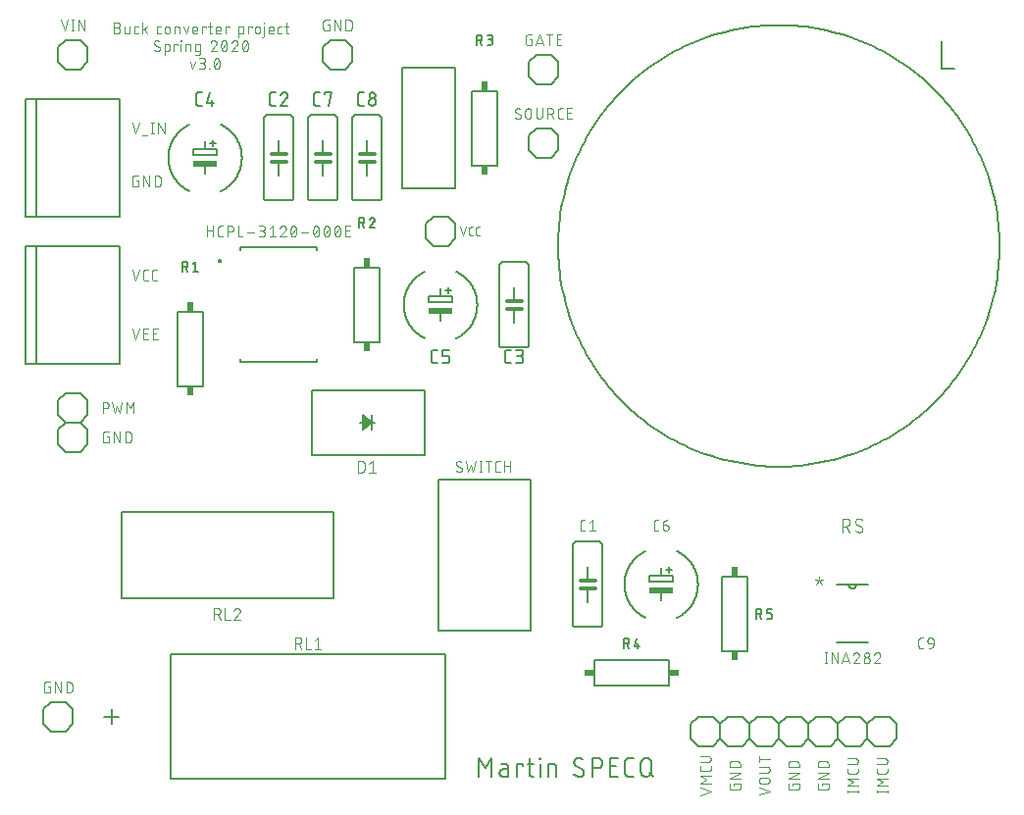
<source format=gbr>
G04 EAGLE Gerber RS-274X export*
G75*
%MOMM*%
%FSLAX34Y34*%
%LPD*%
%INSilkscreen Top*%
%IPPOS*%
%AMOC8*
5,1,8,0,0,1.08239X$1,22.5*%
G01*
%ADD10C,0.076200*%
%ADD11C,0.152400*%
%ADD12C,0.304800*%
%ADD13C,0.101600*%
%ADD14C,0.127000*%
%ADD15R,2.032000X0.508000*%
%ADD16C,0.050800*%
%ADD17C,0.203200*%
%ADD18R,0.609600X0.863600*%
%ADD19C,0.177800*%
%ADD20R,0.863600X0.609600*%
%ADD21C,0.200000*%


D10*
X604901Y21208D02*
X614299Y24340D01*
X604901Y27473D01*
X604901Y31266D02*
X614299Y31266D01*
X610122Y34399D02*
X604901Y31266D01*
X610122Y34399D02*
X604901Y37531D01*
X614299Y37531D01*
X614299Y43909D02*
X614299Y45998D01*
X614299Y43909D02*
X614297Y43820D01*
X614291Y43732D01*
X614282Y43644D01*
X614269Y43556D01*
X614252Y43469D01*
X614232Y43383D01*
X614207Y43298D01*
X614180Y43213D01*
X614148Y43130D01*
X614114Y43049D01*
X614075Y42969D01*
X614034Y42891D01*
X613989Y42814D01*
X613941Y42740D01*
X613890Y42667D01*
X613836Y42597D01*
X613778Y42530D01*
X613718Y42464D01*
X613656Y42402D01*
X613590Y42342D01*
X613523Y42284D01*
X613453Y42230D01*
X613380Y42179D01*
X613306Y42131D01*
X613229Y42086D01*
X613151Y42045D01*
X613071Y42006D01*
X612990Y41972D01*
X612907Y41940D01*
X612822Y41913D01*
X612737Y41888D01*
X612651Y41868D01*
X612564Y41851D01*
X612476Y41838D01*
X612388Y41829D01*
X612300Y41823D01*
X612211Y41821D01*
X606989Y41821D01*
X606989Y41820D02*
X606898Y41822D01*
X606807Y41828D01*
X606716Y41838D01*
X606626Y41852D01*
X606537Y41870D01*
X606448Y41891D01*
X606361Y41917D01*
X606275Y41946D01*
X606190Y41979D01*
X606106Y42016D01*
X606024Y42056D01*
X605945Y42100D01*
X605867Y42147D01*
X605791Y42198D01*
X605717Y42252D01*
X605646Y42309D01*
X605578Y42369D01*
X605512Y42432D01*
X605449Y42498D01*
X605389Y42566D01*
X605332Y42637D01*
X605278Y42711D01*
X605227Y42787D01*
X605180Y42864D01*
X605136Y42944D01*
X605096Y43026D01*
X605059Y43110D01*
X605026Y43194D01*
X604997Y43281D01*
X604971Y43368D01*
X604950Y43457D01*
X604932Y43546D01*
X604918Y43636D01*
X604908Y43727D01*
X604902Y43818D01*
X604900Y43909D01*
X604901Y43909D02*
X604901Y45998D01*
X604901Y49771D02*
X611688Y49771D01*
X611789Y49773D01*
X611890Y49779D01*
X611991Y49789D01*
X612091Y49802D01*
X612191Y49820D01*
X612290Y49841D01*
X612388Y49867D01*
X612485Y49896D01*
X612581Y49928D01*
X612675Y49965D01*
X612768Y50005D01*
X612860Y50049D01*
X612949Y50096D01*
X613037Y50147D01*
X613123Y50201D01*
X613206Y50258D01*
X613288Y50318D01*
X613366Y50382D01*
X613443Y50448D01*
X613516Y50518D01*
X613587Y50590D01*
X613655Y50665D01*
X613720Y50743D01*
X613782Y50823D01*
X613841Y50905D01*
X613897Y50990D01*
X613949Y51076D01*
X613998Y51165D01*
X614044Y51256D01*
X614085Y51348D01*
X614124Y51442D01*
X614158Y51537D01*
X614189Y51633D01*
X614216Y51731D01*
X614240Y51829D01*
X614259Y51929D01*
X614275Y52029D01*
X614287Y52129D01*
X614295Y52230D01*
X614299Y52331D01*
X614299Y52433D01*
X614295Y52534D01*
X614287Y52635D01*
X614275Y52735D01*
X614259Y52835D01*
X614240Y52935D01*
X614216Y53033D01*
X614189Y53131D01*
X614158Y53227D01*
X614124Y53322D01*
X614085Y53416D01*
X614044Y53508D01*
X613998Y53599D01*
X613949Y53687D01*
X613897Y53774D01*
X613841Y53859D01*
X613782Y53941D01*
X613720Y54021D01*
X613655Y54099D01*
X613587Y54174D01*
X613516Y54246D01*
X613443Y54316D01*
X613366Y54382D01*
X613288Y54446D01*
X613206Y54506D01*
X613123Y54563D01*
X613037Y54617D01*
X612949Y54668D01*
X612860Y54715D01*
X612768Y54759D01*
X612675Y54799D01*
X612581Y54836D01*
X612485Y54868D01*
X612388Y54897D01*
X612290Y54923D01*
X612191Y54944D01*
X612091Y54962D01*
X611991Y54975D01*
X611890Y54985D01*
X611789Y54991D01*
X611688Y54993D01*
X611688Y54992D02*
X604901Y54992D01*
X117814Y592201D02*
X114681Y601599D01*
X120946Y601599D02*
X117814Y592201D01*
X123955Y591157D02*
X128132Y591157D01*
X132444Y592201D02*
X132444Y601599D01*
X131400Y592201D02*
X133488Y592201D01*
X133488Y601599D02*
X131400Y601599D01*
X137453Y601599D02*
X137453Y592201D01*
X142674Y592201D02*
X137453Y601599D01*
X142674Y601599D02*
X142674Y592201D01*
X119902Y551702D02*
X118336Y551702D01*
X119902Y551702D02*
X119902Y546481D01*
X116769Y546481D01*
X116680Y546483D01*
X116592Y546489D01*
X116504Y546498D01*
X116416Y546511D01*
X116329Y546528D01*
X116243Y546548D01*
X116158Y546573D01*
X116073Y546600D01*
X115990Y546632D01*
X115909Y546666D01*
X115829Y546705D01*
X115751Y546746D01*
X115674Y546791D01*
X115600Y546839D01*
X115527Y546890D01*
X115457Y546944D01*
X115390Y547002D01*
X115324Y547062D01*
X115262Y547124D01*
X115202Y547190D01*
X115144Y547257D01*
X115090Y547327D01*
X115039Y547400D01*
X114991Y547474D01*
X114946Y547551D01*
X114905Y547629D01*
X114866Y547709D01*
X114832Y547790D01*
X114800Y547873D01*
X114773Y547958D01*
X114748Y548043D01*
X114728Y548129D01*
X114711Y548216D01*
X114698Y548304D01*
X114689Y548392D01*
X114683Y548480D01*
X114681Y548569D01*
X114681Y553791D01*
X114683Y553882D01*
X114689Y553973D01*
X114699Y554064D01*
X114713Y554154D01*
X114730Y554243D01*
X114752Y554331D01*
X114778Y554419D01*
X114807Y554505D01*
X114840Y554590D01*
X114877Y554673D01*
X114917Y554755D01*
X114961Y554835D01*
X115008Y554913D01*
X115059Y554989D01*
X115112Y555062D01*
X115169Y555133D01*
X115230Y555202D01*
X115293Y555267D01*
X115358Y555330D01*
X115427Y555390D01*
X115498Y555448D01*
X115571Y555501D01*
X115647Y555552D01*
X115725Y555599D01*
X115805Y555643D01*
X115887Y555683D01*
X115970Y555720D01*
X116055Y555753D01*
X116141Y555782D01*
X116229Y555808D01*
X116317Y555830D01*
X116406Y555847D01*
X116496Y555861D01*
X116587Y555871D01*
X116678Y555877D01*
X116769Y555879D01*
X119902Y555879D01*
X124435Y555879D02*
X124435Y546481D01*
X129656Y546481D02*
X124435Y555879D01*
X129656Y555879D02*
X129656Y546481D01*
X134188Y546481D02*
X134188Y555879D01*
X136799Y555879D01*
X136899Y555877D01*
X136999Y555871D01*
X137098Y555862D01*
X137198Y555848D01*
X137296Y555831D01*
X137394Y555810D01*
X137491Y555786D01*
X137587Y555757D01*
X137682Y555725D01*
X137775Y555690D01*
X137867Y555651D01*
X137958Y555608D01*
X138046Y555562D01*
X138133Y555512D01*
X138218Y555460D01*
X138301Y555404D01*
X138382Y555345D01*
X138460Y555282D01*
X138536Y555217D01*
X138610Y555149D01*
X138680Y555079D01*
X138748Y555005D01*
X138813Y554929D01*
X138876Y554851D01*
X138935Y554770D01*
X138991Y554687D01*
X139043Y554602D01*
X139093Y554515D01*
X139139Y554427D01*
X139182Y554336D01*
X139221Y554244D01*
X139256Y554151D01*
X139288Y554056D01*
X139317Y553960D01*
X139341Y553863D01*
X139362Y553765D01*
X139379Y553667D01*
X139393Y553567D01*
X139402Y553468D01*
X139408Y553368D01*
X139410Y553268D01*
X139409Y553268D02*
X139409Y549092D01*
X139410Y549092D02*
X139408Y548992D01*
X139402Y548892D01*
X139393Y548793D01*
X139379Y548693D01*
X139362Y548595D01*
X139341Y548497D01*
X139317Y548400D01*
X139288Y548304D01*
X139256Y548209D01*
X139221Y548116D01*
X139182Y548024D01*
X139139Y547933D01*
X139093Y547845D01*
X139043Y547758D01*
X138991Y547673D01*
X138935Y547590D01*
X138876Y547509D01*
X138813Y547431D01*
X138748Y547355D01*
X138680Y547281D01*
X138610Y547211D01*
X138536Y547143D01*
X138460Y547078D01*
X138382Y547015D01*
X138301Y546956D01*
X138218Y546900D01*
X138133Y546848D01*
X138046Y546798D01*
X137958Y546752D01*
X137867Y546709D01*
X137775Y546670D01*
X137682Y546635D01*
X137587Y546603D01*
X137491Y546574D01*
X137394Y546550D01*
X137296Y546529D01*
X137198Y546512D01*
X137098Y546498D01*
X136999Y546489D01*
X136899Y546483D01*
X136799Y546481D01*
X134188Y546481D01*
X114681Y474599D02*
X117814Y465201D01*
X120946Y474599D01*
X126410Y465201D02*
X128498Y465201D01*
X126410Y465201D02*
X126321Y465203D01*
X126233Y465209D01*
X126145Y465218D01*
X126057Y465231D01*
X125970Y465248D01*
X125884Y465268D01*
X125799Y465293D01*
X125714Y465320D01*
X125631Y465352D01*
X125550Y465386D01*
X125470Y465425D01*
X125392Y465466D01*
X125315Y465511D01*
X125241Y465559D01*
X125168Y465610D01*
X125098Y465664D01*
X125031Y465722D01*
X124965Y465782D01*
X124903Y465844D01*
X124843Y465910D01*
X124785Y465977D01*
X124731Y466047D01*
X124680Y466120D01*
X124632Y466194D01*
X124587Y466271D01*
X124546Y466349D01*
X124507Y466429D01*
X124473Y466510D01*
X124441Y466593D01*
X124414Y466678D01*
X124389Y466763D01*
X124369Y466849D01*
X124352Y466936D01*
X124339Y467024D01*
X124330Y467112D01*
X124324Y467200D01*
X124322Y467289D01*
X124321Y467289D02*
X124321Y472511D01*
X124322Y472511D02*
X124324Y472602D01*
X124330Y472693D01*
X124340Y472784D01*
X124354Y472874D01*
X124371Y472963D01*
X124393Y473051D01*
X124419Y473139D01*
X124448Y473225D01*
X124481Y473310D01*
X124518Y473393D01*
X124558Y473475D01*
X124602Y473555D01*
X124649Y473633D01*
X124700Y473709D01*
X124753Y473782D01*
X124810Y473853D01*
X124871Y473922D01*
X124934Y473987D01*
X124999Y474050D01*
X125068Y474110D01*
X125139Y474168D01*
X125212Y474221D01*
X125288Y474272D01*
X125366Y474319D01*
X125446Y474363D01*
X125528Y474403D01*
X125611Y474440D01*
X125696Y474473D01*
X125782Y474502D01*
X125870Y474528D01*
X125958Y474550D01*
X126047Y474567D01*
X126137Y474581D01*
X126228Y474591D01*
X126319Y474597D01*
X126410Y474599D01*
X128498Y474599D01*
X134030Y465201D02*
X136118Y465201D01*
X134030Y465201D02*
X133941Y465203D01*
X133853Y465209D01*
X133765Y465218D01*
X133677Y465231D01*
X133590Y465248D01*
X133504Y465268D01*
X133419Y465293D01*
X133334Y465320D01*
X133251Y465352D01*
X133170Y465386D01*
X133090Y465425D01*
X133012Y465466D01*
X132935Y465511D01*
X132861Y465559D01*
X132788Y465610D01*
X132718Y465664D01*
X132651Y465722D01*
X132585Y465782D01*
X132523Y465844D01*
X132463Y465910D01*
X132405Y465977D01*
X132351Y466047D01*
X132300Y466120D01*
X132252Y466194D01*
X132207Y466271D01*
X132166Y466349D01*
X132127Y466429D01*
X132093Y466510D01*
X132061Y466593D01*
X132034Y466678D01*
X132009Y466763D01*
X131989Y466849D01*
X131972Y466936D01*
X131959Y467024D01*
X131950Y467112D01*
X131944Y467200D01*
X131942Y467289D01*
X131941Y467289D02*
X131941Y472511D01*
X131942Y472511D02*
X131944Y472602D01*
X131950Y472693D01*
X131960Y472784D01*
X131974Y472874D01*
X131991Y472963D01*
X132013Y473051D01*
X132039Y473139D01*
X132068Y473225D01*
X132101Y473310D01*
X132138Y473393D01*
X132178Y473475D01*
X132222Y473555D01*
X132269Y473633D01*
X132320Y473709D01*
X132373Y473782D01*
X132430Y473853D01*
X132491Y473922D01*
X132554Y473987D01*
X132619Y474050D01*
X132688Y474110D01*
X132759Y474168D01*
X132832Y474221D01*
X132908Y474272D01*
X132986Y474319D01*
X133066Y474363D01*
X133148Y474403D01*
X133231Y474440D01*
X133316Y474473D01*
X133402Y474502D01*
X133490Y474528D01*
X133578Y474550D01*
X133667Y474567D01*
X133757Y474581D01*
X133848Y474591D01*
X133939Y474597D01*
X134030Y474599D01*
X136118Y474599D01*
X114681Y423799D02*
X117814Y414401D01*
X120946Y423799D01*
X124669Y414401D02*
X128846Y414401D01*
X124669Y414401D02*
X124669Y423799D01*
X128846Y423799D01*
X127802Y419622D02*
X124669Y419622D01*
X132594Y414401D02*
X136771Y414401D01*
X132594Y414401D02*
X132594Y423799D01*
X136771Y423799D01*
X135727Y419622D02*
X132594Y419622D01*
X94502Y330722D02*
X92936Y330722D01*
X94502Y330722D02*
X94502Y325501D01*
X91369Y325501D01*
X91280Y325503D01*
X91192Y325509D01*
X91104Y325518D01*
X91016Y325531D01*
X90929Y325548D01*
X90843Y325568D01*
X90758Y325593D01*
X90673Y325620D01*
X90590Y325652D01*
X90509Y325686D01*
X90429Y325725D01*
X90351Y325766D01*
X90274Y325811D01*
X90200Y325859D01*
X90127Y325910D01*
X90057Y325964D01*
X89990Y326022D01*
X89924Y326082D01*
X89862Y326144D01*
X89802Y326210D01*
X89744Y326277D01*
X89690Y326347D01*
X89639Y326420D01*
X89591Y326494D01*
X89546Y326571D01*
X89505Y326649D01*
X89466Y326729D01*
X89432Y326810D01*
X89400Y326893D01*
X89373Y326978D01*
X89348Y327063D01*
X89328Y327149D01*
X89311Y327236D01*
X89298Y327324D01*
X89289Y327412D01*
X89283Y327500D01*
X89281Y327589D01*
X89281Y332811D01*
X89283Y332902D01*
X89289Y332993D01*
X89299Y333084D01*
X89313Y333174D01*
X89330Y333263D01*
X89352Y333351D01*
X89378Y333439D01*
X89407Y333525D01*
X89440Y333610D01*
X89477Y333693D01*
X89517Y333775D01*
X89561Y333855D01*
X89608Y333933D01*
X89659Y334009D01*
X89712Y334082D01*
X89769Y334153D01*
X89830Y334222D01*
X89893Y334287D01*
X89958Y334350D01*
X90027Y334410D01*
X90098Y334468D01*
X90171Y334521D01*
X90247Y334572D01*
X90325Y334619D01*
X90405Y334663D01*
X90487Y334703D01*
X90570Y334740D01*
X90655Y334773D01*
X90741Y334802D01*
X90829Y334828D01*
X90917Y334850D01*
X91006Y334867D01*
X91096Y334881D01*
X91187Y334891D01*
X91278Y334897D01*
X91369Y334899D01*
X94502Y334899D01*
X99035Y334899D02*
X99035Y325501D01*
X104256Y325501D02*
X99035Y334899D01*
X104256Y334899D02*
X104256Y325501D01*
X108788Y325501D02*
X108788Y334899D01*
X111399Y334899D01*
X111499Y334897D01*
X111599Y334891D01*
X111698Y334882D01*
X111798Y334868D01*
X111896Y334851D01*
X111994Y334830D01*
X112091Y334806D01*
X112187Y334777D01*
X112282Y334745D01*
X112375Y334710D01*
X112467Y334671D01*
X112558Y334628D01*
X112646Y334582D01*
X112733Y334532D01*
X112818Y334480D01*
X112901Y334424D01*
X112982Y334365D01*
X113060Y334302D01*
X113136Y334237D01*
X113210Y334169D01*
X113280Y334099D01*
X113348Y334025D01*
X113413Y333949D01*
X113476Y333871D01*
X113535Y333790D01*
X113591Y333707D01*
X113643Y333622D01*
X113693Y333535D01*
X113739Y333447D01*
X113782Y333356D01*
X113821Y333264D01*
X113856Y333171D01*
X113888Y333076D01*
X113917Y332980D01*
X113941Y332883D01*
X113962Y332785D01*
X113979Y332687D01*
X113993Y332587D01*
X114002Y332488D01*
X114008Y332388D01*
X114010Y332288D01*
X114009Y332288D02*
X114009Y328112D01*
X114010Y328112D02*
X114008Y328012D01*
X114002Y327912D01*
X113993Y327813D01*
X113979Y327713D01*
X113962Y327615D01*
X113941Y327517D01*
X113917Y327420D01*
X113888Y327324D01*
X113856Y327229D01*
X113821Y327136D01*
X113782Y327044D01*
X113739Y326953D01*
X113693Y326865D01*
X113643Y326778D01*
X113591Y326693D01*
X113535Y326610D01*
X113476Y326529D01*
X113413Y326451D01*
X113348Y326375D01*
X113280Y326301D01*
X113210Y326231D01*
X113136Y326163D01*
X113060Y326098D01*
X112982Y326035D01*
X112901Y325976D01*
X112818Y325920D01*
X112733Y325868D01*
X112646Y325818D01*
X112558Y325772D01*
X112467Y325729D01*
X112375Y325690D01*
X112282Y325655D01*
X112187Y325623D01*
X112091Y325594D01*
X111994Y325570D01*
X111896Y325549D01*
X111798Y325532D01*
X111698Y325518D01*
X111599Y325509D01*
X111499Y325503D01*
X111399Y325501D01*
X108788Y325501D01*
X89281Y350901D02*
X89281Y360299D01*
X91892Y360299D01*
X91993Y360297D01*
X92094Y360291D01*
X92195Y360281D01*
X92295Y360268D01*
X92395Y360250D01*
X92494Y360229D01*
X92592Y360203D01*
X92689Y360174D01*
X92785Y360142D01*
X92879Y360105D01*
X92972Y360065D01*
X93064Y360021D01*
X93153Y359974D01*
X93241Y359923D01*
X93327Y359869D01*
X93410Y359812D01*
X93492Y359752D01*
X93570Y359688D01*
X93647Y359622D01*
X93720Y359552D01*
X93791Y359480D01*
X93859Y359405D01*
X93924Y359327D01*
X93986Y359247D01*
X94045Y359165D01*
X94101Y359080D01*
X94153Y358993D01*
X94202Y358905D01*
X94248Y358814D01*
X94289Y358722D01*
X94328Y358628D01*
X94362Y358533D01*
X94393Y358437D01*
X94420Y358339D01*
X94444Y358241D01*
X94463Y358141D01*
X94479Y358041D01*
X94491Y357941D01*
X94499Y357840D01*
X94503Y357739D01*
X94503Y357637D01*
X94499Y357536D01*
X94491Y357435D01*
X94479Y357335D01*
X94463Y357235D01*
X94444Y357135D01*
X94420Y357037D01*
X94393Y356939D01*
X94362Y356843D01*
X94328Y356748D01*
X94289Y356654D01*
X94248Y356562D01*
X94202Y356471D01*
X94153Y356383D01*
X94101Y356296D01*
X94045Y356211D01*
X93986Y356129D01*
X93924Y356049D01*
X93859Y355971D01*
X93791Y355896D01*
X93720Y355824D01*
X93647Y355754D01*
X93570Y355688D01*
X93492Y355624D01*
X93410Y355564D01*
X93327Y355507D01*
X93241Y355453D01*
X93153Y355402D01*
X93064Y355355D01*
X92972Y355311D01*
X92879Y355271D01*
X92785Y355234D01*
X92689Y355202D01*
X92592Y355173D01*
X92494Y355147D01*
X92395Y355126D01*
X92295Y355108D01*
X92195Y355095D01*
X92094Y355085D01*
X91993Y355079D01*
X91892Y355077D01*
X91892Y355078D02*
X89281Y355078D01*
X97642Y360299D02*
X99730Y350901D01*
X101819Y357166D01*
X103907Y350901D01*
X105996Y360299D01*
X109964Y360299D02*
X109964Y350901D01*
X113096Y355078D02*
X109964Y360299D01*
X113096Y355078D02*
X116229Y360299D01*
X116229Y350901D01*
D11*
X414262Y53518D02*
X414262Y37262D01*
X419681Y44487D02*
X414262Y53518D01*
X419681Y44487D02*
X425099Y53518D01*
X425099Y37262D01*
X435308Y43584D02*
X439372Y43584D01*
X435308Y43584D02*
X435196Y43582D01*
X435085Y43576D01*
X434974Y43566D01*
X434863Y43553D01*
X434753Y43535D01*
X434644Y43513D01*
X434535Y43488D01*
X434427Y43459D01*
X434321Y43426D01*
X434215Y43389D01*
X434111Y43349D01*
X434009Y43305D01*
X433908Y43257D01*
X433809Y43206D01*
X433711Y43151D01*
X433616Y43093D01*
X433523Y43032D01*
X433432Y42967D01*
X433343Y42899D01*
X433257Y42828D01*
X433174Y42755D01*
X433093Y42678D01*
X433014Y42598D01*
X432939Y42516D01*
X432867Y42431D01*
X432797Y42344D01*
X432731Y42254D01*
X432668Y42162D01*
X432608Y42067D01*
X432552Y41971D01*
X432499Y41873D01*
X432450Y41773D01*
X432404Y41671D01*
X432362Y41568D01*
X432323Y41463D01*
X432288Y41357D01*
X432257Y41250D01*
X432230Y41142D01*
X432206Y41033D01*
X432187Y40923D01*
X432171Y40813D01*
X432159Y40702D01*
X432151Y40590D01*
X432147Y40479D01*
X432147Y40367D01*
X432151Y40256D01*
X432159Y40144D01*
X432171Y40033D01*
X432187Y39923D01*
X432206Y39813D01*
X432230Y39704D01*
X432257Y39596D01*
X432288Y39489D01*
X432323Y39383D01*
X432362Y39278D01*
X432404Y39175D01*
X432450Y39073D01*
X432499Y38973D01*
X432552Y38875D01*
X432608Y38779D01*
X432668Y38684D01*
X432731Y38592D01*
X432797Y38502D01*
X432867Y38415D01*
X432939Y38330D01*
X433014Y38248D01*
X433093Y38168D01*
X433174Y38091D01*
X433257Y38018D01*
X433343Y37947D01*
X433432Y37879D01*
X433523Y37814D01*
X433616Y37753D01*
X433711Y37695D01*
X433809Y37640D01*
X433908Y37589D01*
X434009Y37541D01*
X434111Y37497D01*
X434215Y37457D01*
X434321Y37420D01*
X434427Y37387D01*
X434535Y37358D01*
X434644Y37333D01*
X434753Y37311D01*
X434863Y37293D01*
X434974Y37280D01*
X435085Y37270D01*
X435196Y37264D01*
X435308Y37262D01*
X439372Y37262D01*
X439372Y45390D01*
X439370Y45491D01*
X439364Y45592D01*
X439355Y45693D01*
X439342Y45794D01*
X439325Y45894D01*
X439304Y45993D01*
X439280Y46091D01*
X439252Y46188D01*
X439220Y46285D01*
X439185Y46380D01*
X439146Y46473D01*
X439104Y46565D01*
X439058Y46656D01*
X439009Y46745D01*
X438957Y46831D01*
X438901Y46916D01*
X438843Y46999D01*
X438781Y47079D01*
X438716Y47157D01*
X438649Y47233D01*
X438579Y47306D01*
X438506Y47376D01*
X438430Y47443D01*
X438352Y47508D01*
X438272Y47570D01*
X438189Y47628D01*
X438104Y47684D01*
X438018Y47736D01*
X437929Y47785D01*
X437838Y47831D01*
X437746Y47873D01*
X437653Y47912D01*
X437558Y47947D01*
X437461Y47979D01*
X437364Y48007D01*
X437266Y48031D01*
X437167Y48052D01*
X437067Y48069D01*
X436966Y48082D01*
X436865Y48091D01*
X436764Y48097D01*
X436663Y48099D01*
X433050Y48099D01*
X446895Y48099D02*
X446895Y37262D01*
X446895Y48099D02*
X452313Y48099D01*
X452313Y46293D01*
X455933Y48099D02*
X461352Y48099D01*
X457739Y53518D02*
X457739Y39971D01*
X457740Y39971D02*
X457742Y39870D01*
X457748Y39769D01*
X457757Y39668D01*
X457770Y39567D01*
X457787Y39467D01*
X457808Y39368D01*
X457832Y39270D01*
X457860Y39173D01*
X457892Y39076D01*
X457927Y38981D01*
X457966Y38888D01*
X458008Y38796D01*
X458054Y38705D01*
X458103Y38616D01*
X458155Y38530D01*
X458211Y38445D01*
X458269Y38362D01*
X458331Y38282D01*
X458396Y38204D01*
X458463Y38128D01*
X458533Y38055D01*
X458606Y37985D01*
X458682Y37918D01*
X458760Y37853D01*
X458840Y37791D01*
X458923Y37733D01*
X459008Y37677D01*
X459095Y37625D01*
X459183Y37576D01*
X459274Y37530D01*
X459366Y37488D01*
X459459Y37449D01*
X459554Y37414D01*
X459651Y37382D01*
X459748Y37354D01*
X459846Y37330D01*
X459945Y37309D01*
X460045Y37292D01*
X460146Y37279D01*
X460247Y37270D01*
X460348Y37264D01*
X460449Y37262D01*
X461352Y37262D01*
X467095Y37262D02*
X467095Y48099D01*
X466644Y52615D02*
X466644Y53518D01*
X467547Y53518D01*
X467547Y52615D01*
X466644Y52615D01*
X473904Y48099D02*
X473904Y37262D01*
X473904Y48099D02*
X478419Y48099D01*
X478523Y48097D01*
X478626Y48091D01*
X478730Y48081D01*
X478833Y48067D01*
X478935Y48049D01*
X479036Y48028D01*
X479137Y48002D01*
X479236Y47973D01*
X479335Y47940D01*
X479432Y47903D01*
X479527Y47862D01*
X479621Y47818D01*
X479713Y47770D01*
X479803Y47719D01*
X479892Y47664D01*
X479978Y47606D01*
X480061Y47544D01*
X480143Y47480D01*
X480221Y47412D01*
X480297Y47342D01*
X480371Y47269D01*
X480441Y47192D01*
X480509Y47114D01*
X480573Y47032D01*
X480635Y46949D01*
X480693Y46863D01*
X480748Y46774D01*
X480799Y46684D01*
X480847Y46592D01*
X480891Y46498D01*
X480932Y46403D01*
X480969Y46306D01*
X481002Y46207D01*
X481031Y46108D01*
X481057Y46007D01*
X481078Y45906D01*
X481096Y45804D01*
X481110Y45701D01*
X481120Y45597D01*
X481126Y45494D01*
X481128Y45390D01*
X481129Y45390D02*
X481129Y37262D01*
X501345Y37262D02*
X501463Y37264D01*
X501581Y37270D01*
X501699Y37279D01*
X501816Y37293D01*
X501933Y37310D01*
X502050Y37331D01*
X502165Y37356D01*
X502280Y37385D01*
X502394Y37418D01*
X502506Y37454D01*
X502617Y37494D01*
X502727Y37537D01*
X502836Y37584D01*
X502943Y37634D01*
X503048Y37689D01*
X503151Y37746D01*
X503252Y37807D01*
X503352Y37871D01*
X503449Y37938D01*
X503544Y38008D01*
X503636Y38082D01*
X503727Y38158D01*
X503814Y38238D01*
X503899Y38320D01*
X503981Y38405D01*
X504061Y38492D01*
X504137Y38583D01*
X504211Y38675D01*
X504281Y38770D01*
X504348Y38867D01*
X504412Y38967D01*
X504473Y39068D01*
X504530Y39171D01*
X504585Y39276D01*
X504635Y39383D01*
X504682Y39492D01*
X504725Y39602D01*
X504765Y39713D01*
X504801Y39825D01*
X504834Y39939D01*
X504863Y40054D01*
X504888Y40169D01*
X504909Y40286D01*
X504926Y40403D01*
X504940Y40520D01*
X504949Y40638D01*
X504955Y40756D01*
X504957Y40874D01*
X501345Y37262D02*
X501162Y37264D01*
X500980Y37271D01*
X500798Y37282D01*
X500616Y37297D01*
X500434Y37317D01*
X500253Y37340D01*
X500073Y37369D01*
X499893Y37401D01*
X499714Y37438D01*
X499537Y37479D01*
X499360Y37525D01*
X499184Y37574D01*
X499010Y37628D01*
X498836Y37686D01*
X498665Y37748D01*
X498495Y37814D01*
X498326Y37885D01*
X498159Y37959D01*
X497994Y38037D01*
X497831Y38119D01*
X497670Y38205D01*
X497511Y38295D01*
X497354Y38389D01*
X497200Y38486D01*
X497048Y38587D01*
X496898Y38692D01*
X496751Y38800D01*
X496607Y38911D01*
X496465Y39026D01*
X496326Y39145D01*
X496190Y39267D01*
X496057Y39392D01*
X495927Y39520D01*
X496378Y49906D02*
X496380Y50024D01*
X496386Y50142D01*
X496395Y50260D01*
X496409Y50377D01*
X496426Y50494D01*
X496447Y50611D01*
X496472Y50726D01*
X496501Y50841D01*
X496534Y50955D01*
X496570Y51067D01*
X496610Y51178D01*
X496653Y51288D01*
X496700Y51397D01*
X496750Y51504D01*
X496805Y51609D01*
X496862Y51712D01*
X496923Y51813D01*
X496987Y51913D01*
X497054Y52010D01*
X497124Y52105D01*
X497198Y52197D01*
X497274Y52288D01*
X497354Y52375D01*
X497436Y52460D01*
X497521Y52542D01*
X497608Y52622D01*
X497699Y52698D01*
X497791Y52772D01*
X497886Y52842D01*
X497983Y52909D01*
X498083Y52973D01*
X498184Y53034D01*
X498287Y53092D01*
X498392Y53146D01*
X498499Y53196D01*
X498608Y53243D01*
X498718Y53287D01*
X498829Y53326D01*
X498942Y53362D01*
X499055Y53395D01*
X499170Y53424D01*
X499285Y53449D01*
X499402Y53470D01*
X499519Y53487D01*
X499636Y53501D01*
X499754Y53510D01*
X499872Y53516D01*
X499990Y53518D01*
X500151Y53516D01*
X500313Y53510D01*
X500474Y53501D01*
X500635Y53487D01*
X500795Y53470D01*
X500955Y53449D01*
X501115Y53424D01*
X501274Y53395D01*
X501432Y53363D01*
X501589Y53327D01*
X501745Y53287D01*
X501901Y53243D01*
X502055Y53195D01*
X502208Y53144D01*
X502360Y53090D01*
X502511Y53031D01*
X502660Y52970D01*
X502807Y52904D01*
X502953Y52835D01*
X503098Y52763D01*
X503240Y52687D01*
X503381Y52608D01*
X503520Y52526D01*
X503656Y52440D01*
X503791Y52351D01*
X503924Y52259D01*
X504054Y52163D01*
X498184Y46745D02*
X498083Y46807D01*
X497983Y46872D01*
X497886Y46941D01*
X497791Y47013D01*
X497698Y47087D01*
X497608Y47165D01*
X497520Y47246D01*
X497435Y47329D01*
X497353Y47415D01*
X497274Y47504D01*
X497197Y47595D01*
X497124Y47689D01*
X497053Y47785D01*
X496986Y47883D01*
X496922Y47983D01*
X496861Y48086D01*
X496804Y48190D01*
X496750Y48296D01*
X496700Y48404D01*
X496653Y48513D01*
X496609Y48624D01*
X496569Y48736D01*
X496533Y48850D01*
X496501Y48964D01*
X496472Y49080D01*
X496447Y49196D01*
X496426Y49313D01*
X496409Y49431D01*
X496395Y49549D01*
X496386Y49668D01*
X496380Y49787D01*
X496378Y49906D01*
X503152Y44035D02*
X503253Y43973D01*
X503353Y43908D01*
X503450Y43839D01*
X503545Y43767D01*
X503638Y43693D01*
X503728Y43615D01*
X503816Y43534D01*
X503901Y43451D01*
X503983Y43365D01*
X504062Y43276D01*
X504139Y43185D01*
X504212Y43091D01*
X504283Y42995D01*
X504350Y42897D01*
X504414Y42797D01*
X504475Y42694D01*
X504532Y42590D01*
X504586Y42484D01*
X504636Y42376D01*
X504683Y42267D01*
X504727Y42156D01*
X504767Y42044D01*
X504803Y41930D01*
X504835Y41816D01*
X504864Y41700D01*
X504889Y41584D01*
X504910Y41467D01*
X504927Y41349D01*
X504941Y41231D01*
X504950Y41112D01*
X504956Y40993D01*
X504958Y40874D01*
X503151Y44035D02*
X498184Y46745D01*
X511769Y53518D02*
X511769Y37262D01*
X511769Y53518D02*
X516284Y53518D01*
X516417Y53516D01*
X516549Y53510D01*
X516681Y53500D01*
X516813Y53487D01*
X516945Y53469D01*
X517075Y53448D01*
X517206Y53423D01*
X517335Y53394D01*
X517463Y53361D01*
X517591Y53325D01*
X517717Y53285D01*
X517842Y53241D01*
X517966Y53193D01*
X518088Y53142D01*
X518209Y53087D01*
X518328Y53029D01*
X518446Y52967D01*
X518561Y52902D01*
X518675Y52833D01*
X518786Y52762D01*
X518895Y52686D01*
X519002Y52608D01*
X519107Y52527D01*
X519209Y52442D01*
X519309Y52355D01*
X519406Y52265D01*
X519501Y52172D01*
X519592Y52076D01*
X519681Y51978D01*
X519767Y51877D01*
X519850Y51773D01*
X519930Y51667D01*
X520006Y51559D01*
X520080Y51449D01*
X520150Y51336D01*
X520217Y51222D01*
X520280Y51105D01*
X520340Y50987D01*
X520397Y50867D01*
X520450Y50745D01*
X520499Y50622D01*
X520545Y50498D01*
X520587Y50372D01*
X520625Y50245D01*
X520660Y50117D01*
X520691Y49988D01*
X520718Y49859D01*
X520741Y49728D01*
X520761Y49597D01*
X520776Y49465D01*
X520788Y49333D01*
X520796Y49201D01*
X520800Y49068D01*
X520800Y48936D01*
X520796Y48803D01*
X520788Y48671D01*
X520776Y48539D01*
X520761Y48407D01*
X520741Y48276D01*
X520718Y48145D01*
X520691Y48016D01*
X520660Y47887D01*
X520625Y47759D01*
X520587Y47632D01*
X520545Y47506D01*
X520499Y47382D01*
X520450Y47259D01*
X520397Y47137D01*
X520340Y47017D01*
X520280Y46899D01*
X520217Y46782D01*
X520150Y46668D01*
X520080Y46555D01*
X520006Y46445D01*
X519930Y46337D01*
X519850Y46231D01*
X519767Y46127D01*
X519681Y46026D01*
X519592Y45928D01*
X519501Y45832D01*
X519406Y45739D01*
X519309Y45649D01*
X519209Y45562D01*
X519107Y45477D01*
X519002Y45396D01*
X518895Y45318D01*
X518786Y45242D01*
X518675Y45171D01*
X518561Y45102D01*
X518446Y45037D01*
X518328Y44975D01*
X518209Y44917D01*
X518088Y44862D01*
X517966Y44811D01*
X517842Y44763D01*
X517717Y44719D01*
X517591Y44679D01*
X517463Y44643D01*
X517335Y44610D01*
X517206Y44581D01*
X517075Y44556D01*
X516945Y44535D01*
X516813Y44517D01*
X516681Y44504D01*
X516549Y44494D01*
X516417Y44488D01*
X516284Y44486D01*
X516284Y44487D02*
X511769Y44487D01*
X527219Y37262D02*
X534444Y37262D01*
X527219Y37262D02*
X527219Y53518D01*
X534444Y53518D01*
X532637Y46293D02*
X527219Y46293D01*
X543788Y37262D02*
X547400Y37262D01*
X543788Y37262D02*
X543670Y37264D01*
X543552Y37270D01*
X543434Y37279D01*
X543317Y37293D01*
X543200Y37310D01*
X543083Y37331D01*
X542968Y37356D01*
X542853Y37385D01*
X542739Y37418D01*
X542627Y37454D01*
X542516Y37494D01*
X542406Y37537D01*
X542297Y37584D01*
X542190Y37634D01*
X542085Y37689D01*
X541982Y37746D01*
X541881Y37807D01*
X541781Y37871D01*
X541684Y37938D01*
X541589Y38008D01*
X541497Y38082D01*
X541406Y38158D01*
X541319Y38238D01*
X541234Y38320D01*
X541152Y38405D01*
X541072Y38492D01*
X540996Y38583D01*
X540922Y38675D01*
X540852Y38770D01*
X540785Y38867D01*
X540721Y38967D01*
X540660Y39068D01*
X540603Y39171D01*
X540548Y39276D01*
X540498Y39383D01*
X540451Y39492D01*
X540408Y39602D01*
X540368Y39713D01*
X540332Y39825D01*
X540299Y39939D01*
X540270Y40054D01*
X540245Y40169D01*
X540224Y40286D01*
X540207Y40403D01*
X540193Y40520D01*
X540184Y40638D01*
X540178Y40756D01*
X540176Y40874D01*
X540175Y40874D02*
X540175Y49906D01*
X540176Y49906D02*
X540178Y50024D01*
X540184Y50142D01*
X540193Y50260D01*
X540207Y50377D01*
X540224Y50494D01*
X540245Y50611D01*
X540270Y50726D01*
X540299Y50841D01*
X540332Y50955D01*
X540368Y51067D01*
X540408Y51178D01*
X540451Y51288D01*
X540498Y51397D01*
X540548Y51504D01*
X540602Y51609D01*
X540660Y51712D01*
X540721Y51813D01*
X540785Y51913D01*
X540852Y52010D01*
X540922Y52105D01*
X540996Y52197D01*
X541072Y52288D01*
X541152Y52375D01*
X541234Y52460D01*
X541319Y52542D01*
X541406Y52622D01*
X541497Y52698D01*
X541589Y52772D01*
X541684Y52842D01*
X541781Y52909D01*
X541881Y52973D01*
X541982Y53034D01*
X542085Y53091D01*
X542190Y53145D01*
X542297Y53196D01*
X542406Y53243D01*
X542516Y53286D01*
X542627Y53326D01*
X542739Y53362D01*
X542853Y53395D01*
X542968Y53424D01*
X543083Y53449D01*
X543200Y53470D01*
X543317Y53487D01*
X543434Y53501D01*
X543552Y53510D01*
X543670Y53516D01*
X543788Y53518D01*
X547400Y53518D01*
X554077Y49002D02*
X554077Y41778D01*
X554077Y49002D02*
X554079Y49135D01*
X554085Y49267D01*
X554095Y49399D01*
X554108Y49531D01*
X554126Y49663D01*
X554147Y49793D01*
X554172Y49924D01*
X554201Y50053D01*
X554234Y50181D01*
X554270Y50309D01*
X554310Y50435D01*
X554354Y50560D01*
X554402Y50684D01*
X554453Y50806D01*
X554508Y50927D01*
X554566Y51046D01*
X554628Y51164D01*
X554693Y51279D01*
X554762Y51393D01*
X554833Y51504D01*
X554909Y51613D01*
X554987Y51720D01*
X555068Y51825D01*
X555153Y51927D01*
X555240Y52027D01*
X555330Y52124D01*
X555423Y52219D01*
X555519Y52310D01*
X555617Y52399D01*
X555718Y52485D01*
X555822Y52568D01*
X555928Y52648D01*
X556036Y52724D01*
X556146Y52798D01*
X556259Y52868D01*
X556373Y52935D01*
X556490Y52998D01*
X556608Y53058D01*
X556728Y53115D01*
X556850Y53168D01*
X556973Y53217D01*
X557097Y53263D01*
X557223Y53305D01*
X557350Y53343D01*
X557478Y53378D01*
X557607Y53409D01*
X557736Y53436D01*
X557867Y53459D01*
X557998Y53479D01*
X558130Y53494D01*
X558262Y53506D01*
X558394Y53514D01*
X558527Y53518D01*
X558659Y53518D01*
X558792Y53514D01*
X558924Y53506D01*
X559056Y53494D01*
X559188Y53479D01*
X559319Y53459D01*
X559450Y53436D01*
X559579Y53409D01*
X559708Y53378D01*
X559836Y53343D01*
X559963Y53305D01*
X560089Y53263D01*
X560213Y53217D01*
X560336Y53168D01*
X560458Y53115D01*
X560578Y53058D01*
X560696Y52998D01*
X560813Y52935D01*
X560927Y52868D01*
X561040Y52798D01*
X561150Y52724D01*
X561258Y52648D01*
X561364Y52568D01*
X561468Y52485D01*
X561569Y52399D01*
X561667Y52310D01*
X561763Y52219D01*
X561856Y52124D01*
X561946Y52027D01*
X562033Y51927D01*
X562118Y51825D01*
X562199Y51720D01*
X562277Y51613D01*
X562353Y51504D01*
X562424Y51393D01*
X562493Y51279D01*
X562558Y51164D01*
X562620Y51046D01*
X562678Y50927D01*
X562733Y50806D01*
X562784Y50684D01*
X562832Y50560D01*
X562876Y50435D01*
X562916Y50309D01*
X562952Y50181D01*
X562985Y50053D01*
X563014Y49924D01*
X563039Y49793D01*
X563060Y49663D01*
X563078Y49531D01*
X563091Y49399D01*
X563101Y49267D01*
X563107Y49135D01*
X563109Y49002D01*
X563108Y49002D02*
X563108Y41778D01*
X563109Y41778D02*
X563107Y41645D01*
X563101Y41513D01*
X563091Y41381D01*
X563078Y41249D01*
X563060Y41117D01*
X563039Y40987D01*
X563014Y40856D01*
X562985Y40727D01*
X562952Y40599D01*
X562916Y40471D01*
X562876Y40345D01*
X562832Y40220D01*
X562784Y40096D01*
X562733Y39974D01*
X562678Y39853D01*
X562620Y39734D01*
X562558Y39616D01*
X562493Y39501D01*
X562424Y39387D01*
X562353Y39276D01*
X562277Y39167D01*
X562199Y39060D01*
X562118Y38955D01*
X562033Y38853D01*
X561946Y38753D01*
X561856Y38656D01*
X561763Y38561D01*
X561667Y38470D01*
X561569Y38381D01*
X561468Y38295D01*
X561364Y38212D01*
X561258Y38132D01*
X561150Y38056D01*
X561040Y37982D01*
X560927Y37912D01*
X560813Y37845D01*
X560696Y37782D01*
X560578Y37722D01*
X560458Y37665D01*
X560336Y37612D01*
X560213Y37563D01*
X560089Y37517D01*
X559963Y37475D01*
X559836Y37437D01*
X559708Y37402D01*
X559579Y37371D01*
X559450Y37344D01*
X559319Y37321D01*
X559188Y37301D01*
X559056Y37286D01*
X558924Y37274D01*
X558792Y37266D01*
X558659Y37262D01*
X558527Y37262D01*
X558394Y37266D01*
X558262Y37274D01*
X558130Y37286D01*
X557998Y37301D01*
X557867Y37321D01*
X557736Y37344D01*
X557607Y37371D01*
X557478Y37402D01*
X557350Y37437D01*
X557223Y37475D01*
X557097Y37517D01*
X556973Y37563D01*
X556850Y37612D01*
X556728Y37665D01*
X556608Y37722D01*
X556490Y37782D01*
X556373Y37845D01*
X556259Y37912D01*
X556146Y37982D01*
X556036Y38056D01*
X555928Y38132D01*
X555822Y38212D01*
X555718Y38295D01*
X555617Y38381D01*
X555519Y38470D01*
X555423Y38561D01*
X555330Y38656D01*
X555240Y38753D01*
X555153Y38853D01*
X555068Y38955D01*
X554987Y39060D01*
X554909Y39167D01*
X554833Y39276D01*
X554762Y39387D01*
X554693Y39501D01*
X554628Y39616D01*
X554566Y39734D01*
X554508Y39853D01*
X554453Y39974D01*
X554402Y40096D01*
X554354Y40220D01*
X554310Y40345D01*
X554270Y40471D01*
X554234Y40599D01*
X554201Y40727D01*
X554172Y40856D01*
X554147Y40987D01*
X554126Y41117D01*
X554108Y41249D01*
X554095Y41381D01*
X554085Y41513D01*
X554079Y41645D01*
X554077Y41778D01*
X561302Y40874D02*
X564914Y37262D01*
D10*
X101880Y683862D02*
X99269Y683862D01*
X101880Y683863D02*
X101981Y683861D01*
X102082Y683855D01*
X102183Y683845D01*
X102283Y683832D01*
X102383Y683814D01*
X102482Y683793D01*
X102580Y683767D01*
X102677Y683738D01*
X102773Y683706D01*
X102867Y683669D01*
X102960Y683629D01*
X103052Y683585D01*
X103141Y683538D01*
X103229Y683487D01*
X103315Y683433D01*
X103398Y683376D01*
X103480Y683316D01*
X103558Y683252D01*
X103635Y683186D01*
X103708Y683116D01*
X103779Y683044D01*
X103847Y682969D01*
X103912Y682891D01*
X103974Y682811D01*
X104033Y682729D01*
X104089Y682644D01*
X104141Y682558D01*
X104190Y682469D01*
X104236Y682378D01*
X104277Y682286D01*
X104316Y682192D01*
X104350Y682097D01*
X104381Y682001D01*
X104408Y681903D01*
X104432Y681805D01*
X104451Y681705D01*
X104467Y681605D01*
X104479Y681505D01*
X104487Y681404D01*
X104491Y681303D01*
X104491Y681201D01*
X104487Y681100D01*
X104479Y680999D01*
X104467Y680899D01*
X104451Y680799D01*
X104432Y680699D01*
X104408Y680601D01*
X104381Y680503D01*
X104350Y680407D01*
X104316Y680312D01*
X104277Y680218D01*
X104236Y680126D01*
X104190Y680035D01*
X104141Y679947D01*
X104089Y679860D01*
X104033Y679775D01*
X103974Y679693D01*
X103912Y679613D01*
X103847Y679535D01*
X103779Y679460D01*
X103708Y679388D01*
X103635Y679318D01*
X103558Y679252D01*
X103480Y679188D01*
X103398Y679128D01*
X103315Y679071D01*
X103229Y679017D01*
X103141Y678966D01*
X103052Y678919D01*
X102960Y678875D01*
X102867Y678835D01*
X102773Y678798D01*
X102677Y678766D01*
X102580Y678737D01*
X102482Y678711D01*
X102383Y678690D01*
X102283Y678672D01*
X102183Y678659D01*
X102082Y678649D01*
X101981Y678643D01*
X101880Y678641D01*
X99269Y678641D01*
X99269Y688039D01*
X101880Y688039D01*
X101970Y688037D01*
X102059Y688031D01*
X102149Y688022D01*
X102238Y688008D01*
X102326Y687991D01*
X102413Y687970D01*
X102500Y687945D01*
X102585Y687916D01*
X102669Y687884D01*
X102751Y687849D01*
X102832Y687809D01*
X102911Y687767D01*
X102988Y687721D01*
X103063Y687671D01*
X103136Y687619D01*
X103207Y687563D01*
X103275Y687505D01*
X103340Y687443D01*
X103403Y687379D01*
X103463Y687312D01*
X103520Y687243D01*
X103574Y687171D01*
X103625Y687097D01*
X103673Y687021D01*
X103717Y686943D01*
X103758Y686863D01*
X103796Y686781D01*
X103830Y686698D01*
X103860Y686613D01*
X103887Y686527D01*
X103910Y686441D01*
X103929Y686353D01*
X103944Y686264D01*
X103956Y686175D01*
X103964Y686086D01*
X103968Y685996D01*
X103968Y685906D01*
X103964Y685816D01*
X103956Y685727D01*
X103944Y685638D01*
X103929Y685549D01*
X103910Y685461D01*
X103887Y685375D01*
X103860Y685289D01*
X103830Y685204D01*
X103796Y685121D01*
X103758Y685039D01*
X103717Y684959D01*
X103673Y684881D01*
X103625Y684805D01*
X103574Y684731D01*
X103520Y684659D01*
X103463Y684590D01*
X103403Y684523D01*
X103340Y684459D01*
X103275Y684397D01*
X103207Y684339D01*
X103136Y684283D01*
X103063Y684231D01*
X102988Y684181D01*
X102911Y684135D01*
X102832Y684093D01*
X102751Y684053D01*
X102669Y684018D01*
X102585Y683986D01*
X102500Y683957D01*
X102413Y683932D01*
X102326Y683911D01*
X102238Y683894D01*
X102149Y683880D01*
X102059Y683871D01*
X101970Y683865D01*
X101880Y683863D01*
X108194Y684906D02*
X108194Y680207D01*
X108195Y680207D02*
X108197Y680130D01*
X108203Y680054D01*
X108212Y679977D01*
X108225Y679901D01*
X108242Y679826D01*
X108262Y679752D01*
X108287Y679679D01*
X108314Y679608D01*
X108345Y679537D01*
X108380Y679469D01*
X108418Y679402D01*
X108459Y679337D01*
X108503Y679274D01*
X108550Y679214D01*
X108601Y679155D01*
X108654Y679100D01*
X108709Y679047D01*
X108768Y678996D01*
X108828Y678949D01*
X108891Y678905D01*
X108956Y678864D01*
X109023Y678826D01*
X109091Y678791D01*
X109162Y678760D01*
X109233Y678733D01*
X109306Y678708D01*
X109380Y678688D01*
X109455Y678671D01*
X109531Y678658D01*
X109608Y678649D01*
X109684Y678643D01*
X109761Y678641D01*
X112371Y678641D01*
X112371Y684906D01*
X118000Y678641D02*
X120089Y678641D01*
X118000Y678641D02*
X117923Y678643D01*
X117847Y678649D01*
X117770Y678658D01*
X117694Y678671D01*
X117619Y678688D01*
X117545Y678708D01*
X117472Y678733D01*
X117401Y678760D01*
X117330Y678791D01*
X117262Y678826D01*
X117195Y678864D01*
X117130Y678905D01*
X117067Y678949D01*
X117007Y678996D01*
X116948Y679047D01*
X116893Y679100D01*
X116840Y679155D01*
X116789Y679214D01*
X116742Y679274D01*
X116698Y679337D01*
X116657Y679402D01*
X116619Y679469D01*
X116584Y679537D01*
X116553Y679608D01*
X116526Y679679D01*
X116501Y679752D01*
X116481Y679826D01*
X116464Y679901D01*
X116451Y679977D01*
X116442Y680054D01*
X116436Y680130D01*
X116434Y680207D01*
X116434Y683340D01*
X116436Y683417D01*
X116442Y683493D01*
X116451Y683570D01*
X116464Y683646D01*
X116481Y683721D01*
X116501Y683795D01*
X116526Y683868D01*
X116553Y683939D01*
X116584Y684010D01*
X116619Y684078D01*
X116657Y684145D01*
X116698Y684210D01*
X116742Y684273D01*
X116789Y684333D01*
X116840Y684392D01*
X116893Y684447D01*
X116948Y684500D01*
X117007Y684551D01*
X117067Y684598D01*
X117130Y684642D01*
X117195Y684683D01*
X117262Y684721D01*
X117330Y684756D01*
X117401Y684787D01*
X117472Y684814D01*
X117545Y684839D01*
X117619Y684859D01*
X117694Y684876D01*
X117770Y684889D01*
X117847Y684898D01*
X117923Y684904D01*
X118000Y684906D01*
X120089Y684906D01*
X123844Y688039D02*
X123844Y678641D01*
X123844Y681774D02*
X128021Y684906D01*
X125671Y683079D02*
X128021Y678641D01*
X137812Y678641D02*
X139901Y678641D01*
X137812Y678641D02*
X137735Y678643D01*
X137659Y678649D01*
X137582Y678658D01*
X137506Y678671D01*
X137431Y678688D01*
X137357Y678708D01*
X137284Y678733D01*
X137213Y678760D01*
X137142Y678791D01*
X137074Y678826D01*
X137007Y678864D01*
X136942Y678905D01*
X136879Y678949D01*
X136819Y678996D01*
X136760Y679047D01*
X136705Y679100D01*
X136652Y679155D01*
X136601Y679214D01*
X136554Y679274D01*
X136510Y679337D01*
X136469Y679402D01*
X136431Y679469D01*
X136396Y679537D01*
X136365Y679608D01*
X136338Y679679D01*
X136313Y679752D01*
X136293Y679826D01*
X136276Y679901D01*
X136263Y679977D01*
X136254Y680054D01*
X136248Y680130D01*
X136246Y680207D01*
X136246Y683340D01*
X136248Y683417D01*
X136254Y683493D01*
X136263Y683570D01*
X136276Y683646D01*
X136293Y683721D01*
X136313Y683795D01*
X136338Y683868D01*
X136365Y683939D01*
X136396Y684010D01*
X136431Y684078D01*
X136469Y684145D01*
X136510Y684210D01*
X136554Y684273D01*
X136601Y684333D01*
X136652Y684392D01*
X136705Y684447D01*
X136760Y684500D01*
X136819Y684551D01*
X136879Y684598D01*
X136942Y684642D01*
X137007Y684683D01*
X137074Y684721D01*
X137142Y684756D01*
X137213Y684787D01*
X137284Y684814D01*
X137357Y684839D01*
X137431Y684859D01*
X137506Y684876D01*
X137582Y684889D01*
X137659Y684898D01*
X137735Y684904D01*
X137812Y684906D01*
X139901Y684906D01*
X143246Y682818D02*
X143246Y680729D01*
X143246Y682818D02*
X143248Y682908D01*
X143254Y682997D01*
X143263Y683087D01*
X143277Y683176D01*
X143294Y683264D01*
X143315Y683351D01*
X143340Y683438D01*
X143369Y683523D01*
X143401Y683607D01*
X143436Y683689D01*
X143476Y683770D01*
X143518Y683849D01*
X143564Y683926D01*
X143614Y684001D01*
X143666Y684074D01*
X143722Y684145D01*
X143780Y684213D01*
X143842Y684278D01*
X143906Y684341D01*
X143973Y684401D01*
X144042Y684458D01*
X144114Y684512D01*
X144188Y684563D01*
X144264Y684611D01*
X144342Y684655D01*
X144422Y684696D01*
X144504Y684734D01*
X144587Y684768D01*
X144672Y684798D01*
X144758Y684825D01*
X144844Y684848D01*
X144932Y684867D01*
X145021Y684882D01*
X145110Y684894D01*
X145199Y684902D01*
X145289Y684906D01*
X145379Y684906D01*
X145469Y684902D01*
X145558Y684894D01*
X145647Y684882D01*
X145736Y684867D01*
X145824Y684848D01*
X145910Y684825D01*
X145996Y684798D01*
X146081Y684768D01*
X146164Y684734D01*
X146246Y684696D01*
X146326Y684655D01*
X146404Y684611D01*
X146480Y684563D01*
X146554Y684512D01*
X146626Y684458D01*
X146695Y684401D01*
X146762Y684341D01*
X146826Y684278D01*
X146888Y684213D01*
X146946Y684145D01*
X147002Y684074D01*
X147054Y684001D01*
X147104Y683926D01*
X147150Y683849D01*
X147192Y683770D01*
X147232Y683689D01*
X147267Y683607D01*
X147299Y683523D01*
X147328Y683438D01*
X147353Y683351D01*
X147374Y683264D01*
X147391Y683176D01*
X147405Y683087D01*
X147414Y682997D01*
X147420Y682908D01*
X147422Y682818D01*
X147423Y682818D02*
X147423Y680729D01*
X147422Y680729D02*
X147420Y680639D01*
X147414Y680550D01*
X147405Y680460D01*
X147391Y680371D01*
X147374Y680283D01*
X147353Y680196D01*
X147328Y680109D01*
X147299Y680024D01*
X147267Y679940D01*
X147232Y679858D01*
X147192Y679777D01*
X147150Y679698D01*
X147104Y679621D01*
X147054Y679546D01*
X147002Y679473D01*
X146946Y679402D01*
X146888Y679334D01*
X146826Y679269D01*
X146762Y679206D01*
X146695Y679146D01*
X146626Y679089D01*
X146554Y679035D01*
X146480Y678984D01*
X146404Y678936D01*
X146326Y678892D01*
X146246Y678851D01*
X146164Y678813D01*
X146081Y678779D01*
X145996Y678749D01*
X145910Y678722D01*
X145824Y678699D01*
X145736Y678680D01*
X145647Y678665D01*
X145558Y678653D01*
X145469Y678645D01*
X145379Y678641D01*
X145289Y678641D01*
X145199Y678645D01*
X145110Y678653D01*
X145021Y678665D01*
X144932Y678680D01*
X144844Y678699D01*
X144758Y678722D01*
X144672Y678749D01*
X144587Y678779D01*
X144504Y678813D01*
X144422Y678851D01*
X144342Y678892D01*
X144264Y678936D01*
X144188Y678984D01*
X144114Y679035D01*
X144042Y679089D01*
X143973Y679146D01*
X143906Y679206D01*
X143842Y679269D01*
X143780Y679334D01*
X143722Y679402D01*
X143666Y679473D01*
X143614Y679546D01*
X143564Y679621D01*
X143518Y679698D01*
X143476Y679777D01*
X143436Y679858D01*
X143401Y679940D01*
X143369Y680024D01*
X143340Y680109D01*
X143315Y680196D01*
X143294Y680283D01*
X143277Y680371D01*
X143263Y680460D01*
X143254Y680550D01*
X143248Y680639D01*
X143246Y680729D01*
X151476Y678641D02*
X151476Y684906D01*
X154086Y684906D01*
X154163Y684904D01*
X154239Y684898D01*
X154316Y684889D01*
X154392Y684876D01*
X154467Y684859D01*
X154541Y684839D01*
X154614Y684814D01*
X154685Y684787D01*
X154756Y684756D01*
X154824Y684721D01*
X154891Y684683D01*
X154956Y684642D01*
X155019Y684598D01*
X155079Y684551D01*
X155138Y684500D01*
X155193Y684447D01*
X155246Y684392D01*
X155297Y684333D01*
X155344Y684273D01*
X155388Y684210D01*
X155429Y684145D01*
X155467Y684078D01*
X155502Y684010D01*
X155533Y683939D01*
X155560Y683868D01*
X155585Y683795D01*
X155605Y683721D01*
X155622Y683646D01*
X155635Y683570D01*
X155644Y683494D01*
X155650Y683417D01*
X155652Y683340D01*
X155652Y678641D01*
X161489Y678641D02*
X159400Y684906D01*
X163577Y684906D02*
X161489Y678641D01*
X168587Y678641D02*
X171197Y678641D01*
X168587Y678641D02*
X168510Y678643D01*
X168434Y678649D01*
X168357Y678658D01*
X168281Y678671D01*
X168206Y678688D01*
X168132Y678708D01*
X168059Y678733D01*
X167988Y678760D01*
X167917Y678791D01*
X167849Y678826D01*
X167782Y678864D01*
X167717Y678905D01*
X167654Y678949D01*
X167594Y678996D01*
X167535Y679047D01*
X167480Y679100D01*
X167427Y679155D01*
X167376Y679214D01*
X167329Y679274D01*
X167285Y679337D01*
X167244Y679402D01*
X167206Y679469D01*
X167171Y679537D01*
X167140Y679608D01*
X167113Y679679D01*
X167088Y679752D01*
X167068Y679826D01*
X167051Y679901D01*
X167038Y679977D01*
X167029Y680054D01*
X167023Y680130D01*
X167021Y680207D01*
X167020Y680207D02*
X167020Y682818D01*
X167021Y682818D02*
X167023Y682908D01*
X167029Y682997D01*
X167038Y683087D01*
X167052Y683176D01*
X167069Y683264D01*
X167090Y683351D01*
X167115Y683438D01*
X167144Y683523D01*
X167176Y683607D01*
X167211Y683689D01*
X167251Y683770D01*
X167293Y683849D01*
X167339Y683926D01*
X167389Y684001D01*
X167441Y684074D01*
X167497Y684145D01*
X167555Y684213D01*
X167617Y684278D01*
X167681Y684341D01*
X167748Y684401D01*
X167817Y684458D01*
X167889Y684512D01*
X167963Y684563D01*
X168039Y684611D01*
X168117Y684655D01*
X168197Y684696D01*
X168279Y684734D01*
X168362Y684768D01*
X168447Y684798D01*
X168533Y684825D01*
X168619Y684848D01*
X168707Y684867D01*
X168796Y684882D01*
X168885Y684894D01*
X168974Y684902D01*
X169064Y684906D01*
X169154Y684906D01*
X169244Y684902D01*
X169333Y684894D01*
X169422Y684882D01*
X169511Y684867D01*
X169599Y684848D01*
X169685Y684825D01*
X169771Y684798D01*
X169856Y684768D01*
X169939Y684734D01*
X170021Y684696D01*
X170101Y684655D01*
X170179Y684611D01*
X170255Y684563D01*
X170329Y684512D01*
X170401Y684458D01*
X170470Y684401D01*
X170537Y684341D01*
X170601Y684278D01*
X170663Y684213D01*
X170721Y684145D01*
X170777Y684074D01*
X170829Y684001D01*
X170879Y683926D01*
X170925Y683849D01*
X170967Y683770D01*
X171007Y683689D01*
X171042Y683607D01*
X171074Y683523D01*
X171103Y683438D01*
X171128Y683351D01*
X171149Y683264D01*
X171166Y683176D01*
X171180Y683087D01*
X171189Y682997D01*
X171195Y682908D01*
X171197Y682818D01*
X171197Y681774D01*
X167020Y681774D01*
X175301Y678641D02*
X175301Y684906D01*
X178434Y684906D01*
X178434Y683862D01*
X180577Y684906D02*
X183710Y684906D01*
X181621Y688039D02*
X181621Y680207D01*
X181622Y680207D02*
X181624Y680130D01*
X181630Y680054D01*
X181639Y679977D01*
X181652Y679901D01*
X181669Y679826D01*
X181689Y679752D01*
X181714Y679679D01*
X181741Y679608D01*
X181772Y679537D01*
X181807Y679469D01*
X181845Y679402D01*
X181886Y679337D01*
X181930Y679274D01*
X181977Y679214D01*
X182028Y679155D01*
X182081Y679100D01*
X182136Y679047D01*
X182195Y678996D01*
X182255Y678949D01*
X182318Y678905D01*
X182383Y678864D01*
X182450Y678826D01*
X182518Y678791D01*
X182589Y678760D01*
X182660Y678733D01*
X182733Y678708D01*
X182807Y678688D01*
X182882Y678671D01*
X182958Y678658D01*
X183035Y678649D01*
X183111Y678643D01*
X183188Y678641D01*
X183710Y678641D01*
X188703Y678641D02*
X191314Y678641D01*
X188703Y678641D02*
X188626Y678643D01*
X188550Y678649D01*
X188473Y678658D01*
X188397Y678671D01*
X188322Y678688D01*
X188248Y678708D01*
X188175Y678733D01*
X188104Y678760D01*
X188033Y678791D01*
X187965Y678826D01*
X187898Y678864D01*
X187833Y678905D01*
X187770Y678949D01*
X187710Y678996D01*
X187651Y679047D01*
X187596Y679100D01*
X187543Y679155D01*
X187492Y679214D01*
X187445Y679274D01*
X187401Y679337D01*
X187360Y679402D01*
X187322Y679469D01*
X187287Y679537D01*
X187256Y679608D01*
X187229Y679679D01*
X187204Y679752D01*
X187184Y679826D01*
X187167Y679901D01*
X187154Y679977D01*
X187145Y680054D01*
X187139Y680130D01*
X187137Y680207D01*
X187137Y682818D01*
X187139Y682908D01*
X187145Y682997D01*
X187154Y683087D01*
X187168Y683176D01*
X187185Y683264D01*
X187206Y683351D01*
X187231Y683438D01*
X187260Y683523D01*
X187292Y683607D01*
X187327Y683689D01*
X187367Y683770D01*
X187409Y683849D01*
X187455Y683926D01*
X187505Y684001D01*
X187557Y684074D01*
X187613Y684145D01*
X187671Y684213D01*
X187733Y684278D01*
X187797Y684341D01*
X187864Y684401D01*
X187933Y684458D01*
X188005Y684512D01*
X188079Y684563D01*
X188155Y684611D01*
X188233Y684655D01*
X188313Y684696D01*
X188395Y684734D01*
X188478Y684768D01*
X188563Y684798D01*
X188649Y684825D01*
X188735Y684848D01*
X188823Y684867D01*
X188912Y684882D01*
X189001Y684894D01*
X189090Y684902D01*
X189180Y684906D01*
X189270Y684906D01*
X189360Y684902D01*
X189449Y684894D01*
X189538Y684882D01*
X189627Y684867D01*
X189715Y684848D01*
X189801Y684825D01*
X189887Y684798D01*
X189972Y684768D01*
X190055Y684734D01*
X190137Y684696D01*
X190217Y684655D01*
X190295Y684611D01*
X190371Y684563D01*
X190445Y684512D01*
X190517Y684458D01*
X190586Y684401D01*
X190653Y684341D01*
X190717Y684278D01*
X190779Y684213D01*
X190837Y684145D01*
X190893Y684074D01*
X190945Y684001D01*
X190995Y683926D01*
X191041Y683849D01*
X191083Y683770D01*
X191123Y683689D01*
X191158Y683607D01*
X191190Y683523D01*
X191219Y683438D01*
X191244Y683351D01*
X191265Y683264D01*
X191282Y683176D01*
X191296Y683087D01*
X191305Y682997D01*
X191311Y682908D01*
X191313Y682818D01*
X191314Y682818D02*
X191314Y681774D01*
X187137Y681774D01*
X195418Y678641D02*
X195418Y684906D01*
X198551Y684906D01*
X198551Y683862D01*
X206690Y684906D02*
X206690Y675508D01*
X206690Y684906D02*
X209300Y684906D01*
X209377Y684904D01*
X209453Y684898D01*
X209530Y684889D01*
X209606Y684876D01*
X209681Y684859D01*
X209755Y684839D01*
X209828Y684814D01*
X209899Y684787D01*
X209970Y684756D01*
X210038Y684721D01*
X210105Y684683D01*
X210170Y684642D01*
X210233Y684598D01*
X210293Y684551D01*
X210352Y684500D01*
X210407Y684447D01*
X210460Y684392D01*
X210511Y684333D01*
X210558Y684273D01*
X210602Y684210D01*
X210643Y684145D01*
X210681Y684078D01*
X210716Y684010D01*
X210747Y683939D01*
X210774Y683868D01*
X210799Y683795D01*
X210819Y683721D01*
X210836Y683646D01*
X210849Y683570D01*
X210858Y683494D01*
X210864Y683417D01*
X210866Y683340D01*
X210867Y683340D02*
X210867Y680207D01*
X210866Y680207D02*
X210864Y680130D01*
X210858Y680054D01*
X210849Y679977D01*
X210836Y679901D01*
X210819Y679826D01*
X210799Y679752D01*
X210774Y679679D01*
X210747Y679608D01*
X210716Y679537D01*
X210681Y679469D01*
X210643Y679402D01*
X210602Y679337D01*
X210558Y679274D01*
X210511Y679214D01*
X210460Y679155D01*
X210407Y679100D01*
X210352Y679047D01*
X210293Y678996D01*
X210233Y678949D01*
X210170Y678905D01*
X210105Y678864D01*
X210038Y678826D01*
X209970Y678791D01*
X209899Y678760D01*
X209828Y678733D01*
X209755Y678708D01*
X209681Y678688D01*
X209606Y678671D01*
X209530Y678658D01*
X209453Y678649D01*
X209377Y678643D01*
X209300Y678641D01*
X206690Y678641D01*
X214925Y678641D02*
X214925Y684906D01*
X218058Y684906D01*
X218058Y683862D01*
X220970Y682818D02*
X220970Y680729D01*
X220970Y682818D02*
X220972Y682908D01*
X220978Y682997D01*
X220987Y683087D01*
X221001Y683176D01*
X221018Y683264D01*
X221039Y683351D01*
X221064Y683438D01*
X221093Y683523D01*
X221125Y683607D01*
X221160Y683689D01*
X221200Y683770D01*
X221242Y683849D01*
X221288Y683926D01*
X221338Y684001D01*
X221390Y684074D01*
X221446Y684145D01*
X221504Y684213D01*
X221566Y684278D01*
X221630Y684341D01*
X221697Y684401D01*
X221766Y684458D01*
X221838Y684512D01*
X221912Y684563D01*
X221988Y684611D01*
X222066Y684655D01*
X222146Y684696D01*
X222228Y684734D01*
X222311Y684768D01*
X222396Y684798D01*
X222482Y684825D01*
X222568Y684848D01*
X222656Y684867D01*
X222745Y684882D01*
X222834Y684894D01*
X222923Y684902D01*
X223013Y684906D01*
X223103Y684906D01*
X223193Y684902D01*
X223282Y684894D01*
X223371Y684882D01*
X223460Y684867D01*
X223548Y684848D01*
X223634Y684825D01*
X223720Y684798D01*
X223805Y684768D01*
X223888Y684734D01*
X223970Y684696D01*
X224050Y684655D01*
X224128Y684611D01*
X224204Y684563D01*
X224278Y684512D01*
X224350Y684458D01*
X224419Y684401D01*
X224486Y684341D01*
X224550Y684278D01*
X224612Y684213D01*
X224670Y684145D01*
X224726Y684074D01*
X224778Y684001D01*
X224828Y683926D01*
X224874Y683849D01*
X224916Y683770D01*
X224956Y683689D01*
X224991Y683607D01*
X225023Y683523D01*
X225052Y683438D01*
X225077Y683351D01*
X225098Y683264D01*
X225115Y683176D01*
X225129Y683087D01*
X225138Y682997D01*
X225144Y682908D01*
X225146Y682818D01*
X225146Y680729D01*
X225144Y680639D01*
X225138Y680550D01*
X225129Y680460D01*
X225115Y680371D01*
X225098Y680283D01*
X225077Y680196D01*
X225052Y680109D01*
X225023Y680024D01*
X224991Y679940D01*
X224956Y679858D01*
X224916Y679777D01*
X224874Y679698D01*
X224828Y679621D01*
X224778Y679546D01*
X224726Y679473D01*
X224670Y679402D01*
X224612Y679334D01*
X224550Y679269D01*
X224486Y679206D01*
X224419Y679146D01*
X224350Y679089D01*
X224278Y679035D01*
X224204Y678984D01*
X224128Y678936D01*
X224050Y678892D01*
X223970Y678851D01*
X223888Y678813D01*
X223805Y678779D01*
X223720Y678749D01*
X223634Y678722D01*
X223548Y678699D01*
X223460Y678680D01*
X223371Y678665D01*
X223282Y678653D01*
X223193Y678645D01*
X223103Y678641D01*
X223013Y678641D01*
X222923Y678645D01*
X222834Y678653D01*
X222745Y678665D01*
X222656Y678680D01*
X222568Y678699D01*
X222482Y678722D01*
X222396Y678749D01*
X222311Y678779D01*
X222228Y678813D01*
X222146Y678851D01*
X222066Y678892D01*
X221988Y678936D01*
X221912Y678984D01*
X221838Y679035D01*
X221766Y679089D01*
X221697Y679146D01*
X221630Y679206D01*
X221566Y679269D01*
X221504Y679334D01*
X221446Y679402D01*
X221390Y679473D01*
X221338Y679546D01*
X221288Y679621D01*
X221242Y679698D01*
X221200Y679777D01*
X221160Y679858D01*
X221125Y679940D01*
X221093Y680024D01*
X221064Y680109D01*
X221039Y680196D01*
X221018Y680283D01*
X221001Y680371D01*
X220987Y680460D01*
X220978Y680550D01*
X220972Y680639D01*
X220970Y680729D01*
X228696Y677075D02*
X228696Y684906D01*
X228696Y677075D02*
X228694Y676998D01*
X228688Y676922D01*
X228679Y676845D01*
X228666Y676769D01*
X228649Y676694D01*
X228629Y676620D01*
X228604Y676547D01*
X228577Y676476D01*
X228546Y676405D01*
X228511Y676337D01*
X228473Y676270D01*
X228432Y676205D01*
X228388Y676142D01*
X228341Y676082D01*
X228290Y676023D01*
X228237Y675968D01*
X228182Y675915D01*
X228123Y675864D01*
X228063Y675817D01*
X228000Y675773D01*
X227935Y675732D01*
X227868Y675694D01*
X227800Y675659D01*
X227729Y675628D01*
X227658Y675601D01*
X227585Y675576D01*
X227511Y675556D01*
X227436Y675539D01*
X227360Y675526D01*
X227284Y675517D01*
X227207Y675511D01*
X227130Y675509D01*
X227130Y675508D02*
X226608Y675508D01*
X228435Y687517D02*
X228435Y688039D01*
X228957Y688039D01*
X228957Y687517D01*
X228435Y687517D01*
X234118Y678641D02*
X236729Y678641D01*
X234118Y678641D02*
X234041Y678643D01*
X233965Y678649D01*
X233888Y678658D01*
X233812Y678671D01*
X233737Y678688D01*
X233663Y678708D01*
X233590Y678733D01*
X233519Y678760D01*
X233448Y678791D01*
X233380Y678826D01*
X233313Y678864D01*
X233248Y678905D01*
X233185Y678949D01*
X233125Y678996D01*
X233066Y679047D01*
X233011Y679100D01*
X232958Y679155D01*
X232907Y679214D01*
X232860Y679274D01*
X232816Y679337D01*
X232775Y679402D01*
X232737Y679469D01*
X232702Y679537D01*
X232671Y679608D01*
X232644Y679679D01*
X232619Y679752D01*
X232599Y679826D01*
X232582Y679901D01*
X232569Y679977D01*
X232560Y680054D01*
X232554Y680130D01*
X232552Y680207D01*
X232552Y682818D01*
X232554Y682908D01*
X232560Y682997D01*
X232569Y683087D01*
X232583Y683176D01*
X232600Y683264D01*
X232621Y683351D01*
X232646Y683438D01*
X232675Y683523D01*
X232707Y683607D01*
X232742Y683689D01*
X232782Y683770D01*
X232824Y683849D01*
X232870Y683926D01*
X232920Y684001D01*
X232972Y684074D01*
X233028Y684145D01*
X233086Y684213D01*
X233148Y684278D01*
X233212Y684341D01*
X233279Y684401D01*
X233348Y684458D01*
X233420Y684512D01*
X233494Y684563D01*
X233570Y684611D01*
X233648Y684655D01*
X233728Y684696D01*
X233810Y684734D01*
X233893Y684768D01*
X233978Y684798D01*
X234064Y684825D01*
X234150Y684848D01*
X234238Y684867D01*
X234327Y684882D01*
X234416Y684894D01*
X234505Y684902D01*
X234595Y684906D01*
X234685Y684906D01*
X234775Y684902D01*
X234864Y684894D01*
X234953Y684882D01*
X235042Y684867D01*
X235130Y684848D01*
X235216Y684825D01*
X235302Y684798D01*
X235387Y684768D01*
X235470Y684734D01*
X235552Y684696D01*
X235632Y684655D01*
X235710Y684611D01*
X235786Y684563D01*
X235860Y684512D01*
X235932Y684458D01*
X236001Y684401D01*
X236068Y684341D01*
X236132Y684278D01*
X236194Y684213D01*
X236252Y684145D01*
X236308Y684074D01*
X236360Y684001D01*
X236410Y683926D01*
X236456Y683849D01*
X236498Y683770D01*
X236538Y683689D01*
X236573Y683607D01*
X236605Y683523D01*
X236634Y683438D01*
X236659Y683351D01*
X236680Y683264D01*
X236697Y683176D01*
X236711Y683087D01*
X236720Y682997D01*
X236726Y682908D01*
X236728Y682818D01*
X236729Y682818D02*
X236729Y681774D01*
X232552Y681774D01*
X242053Y678641D02*
X244142Y678641D01*
X242053Y678641D02*
X241976Y678643D01*
X241900Y678649D01*
X241823Y678658D01*
X241747Y678671D01*
X241672Y678688D01*
X241598Y678708D01*
X241525Y678733D01*
X241454Y678760D01*
X241383Y678791D01*
X241315Y678826D01*
X241248Y678864D01*
X241183Y678905D01*
X241120Y678949D01*
X241060Y678996D01*
X241001Y679047D01*
X240946Y679100D01*
X240893Y679155D01*
X240842Y679214D01*
X240795Y679274D01*
X240751Y679337D01*
X240710Y679402D01*
X240672Y679469D01*
X240637Y679537D01*
X240606Y679608D01*
X240579Y679679D01*
X240554Y679752D01*
X240534Y679826D01*
X240517Y679901D01*
X240504Y679977D01*
X240495Y680054D01*
X240489Y680130D01*
X240487Y680207D01*
X240487Y683340D01*
X240489Y683417D01*
X240495Y683493D01*
X240504Y683570D01*
X240517Y683646D01*
X240534Y683721D01*
X240554Y683795D01*
X240579Y683868D01*
X240606Y683939D01*
X240637Y684010D01*
X240672Y684078D01*
X240710Y684145D01*
X240751Y684210D01*
X240795Y684273D01*
X240842Y684333D01*
X240893Y684392D01*
X240946Y684447D01*
X241001Y684500D01*
X241060Y684551D01*
X241120Y684598D01*
X241183Y684642D01*
X241248Y684683D01*
X241315Y684721D01*
X241383Y684756D01*
X241454Y684787D01*
X241525Y684814D01*
X241598Y684839D01*
X241672Y684859D01*
X241747Y684876D01*
X241823Y684889D01*
X241900Y684898D01*
X241976Y684904D01*
X242053Y684906D01*
X244142Y684906D01*
X246718Y684906D02*
X249851Y684906D01*
X247763Y688039D02*
X247763Y680207D01*
X247765Y680130D01*
X247771Y680054D01*
X247780Y679977D01*
X247793Y679901D01*
X247810Y679826D01*
X247830Y679752D01*
X247855Y679679D01*
X247882Y679608D01*
X247913Y679537D01*
X247948Y679469D01*
X247986Y679402D01*
X248027Y679337D01*
X248071Y679274D01*
X248118Y679214D01*
X248169Y679155D01*
X248222Y679100D01*
X248277Y679047D01*
X248336Y678996D01*
X248396Y678949D01*
X248459Y678905D01*
X248524Y678864D01*
X248591Y678826D01*
X248659Y678791D01*
X248730Y678760D01*
X248801Y678733D01*
X248874Y678708D01*
X248948Y678688D01*
X249023Y678671D01*
X249099Y678658D01*
X249176Y678649D01*
X249252Y678643D01*
X249329Y678641D01*
X249851Y678641D01*
X138866Y665489D02*
X138864Y665400D01*
X138858Y665312D01*
X138849Y665224D01*
X138836Y665136D01*
X138819Y665049D01*
X138799Y664963D01*
X138774Y664878D01*
X138747Y664793D01*
X138715Y664710D01*
X138681Y664629D01*
X138642Y664549D01*
X138601Y664471D01*
X138556Y664394D01*
X138508Y664320D01*
X138457Y664247D01*
X138403Y664177D01*
X138345Y664110D01*
X138285Y664044D01*
X138223Y663982D01*
X138157Y663922D01*
X138090Y663864D01*
X138020Y663810D01*
X137947Y663759D01*
X137873Y663711D01*
X137796Y663666D01*
X137718Y663625D01*
X137638Y663586D01*
X137557Y663552D01*
X137474Y663520D01*
X137389Y663493D01*
X137304Y663468D01*
X137218Y663448D01*
X137131Y663431D01*
X137043Y663418D01*
X136955Y663409D01*
X136867Y663403D01*
X136778Y663401D01*
X136649Y663403D01*
X136520Y663409D01*
X136391Y663418D01*
X136263Y663431D01*
X136135Y663448D01*
X136008Y663469D01*
X135881Y663493D01*
X135755Y663521D01*
X135630Y663553D01*
X135506Y663588D01*
X135383Y663627D01*
X135261Y663670D01*
X135141Y663716D01*
X135022Y663766D01*
X134904Y663819D01*
X134788Y663875D01*
X134674Y663935D01*
X134561Y663998D01*
X134451Y664065D01*
X134342Y664134D01*
X134236Y664207D01*
X134131Y664283D01*
X134029Y664362D01*
X133930Y664444D01*
X133832Y664528D01*
X133737Y664616D01*
X133645Y664706D01*
X133907Y670711D02*
X133909Y670800D01*
X133915Y670888D01*
X133924Y670976D01*
X133937Y671064D01*
X133954Y671151D01*
X133974Y671237D01*
X133999Y671322D01*
X134026Y671407D01*
X134058Y671490D01*
X134092Y671571D01*
X134131Y671651D01*
X134172Y671729D01*
X134217Y671806D01*
X134265Y671880D01*
X134316Y671953D01*
X134370Y672023D01*
X134428Y672090D01*
X134488Y672156D01*
X134550Y672218D01*
X134616Y672278D01*
X134683Y672336D01*
X134753Y672390D01*
X134826Y672441D01*
X134900Y672489D01*
X134977Y672534D01*
X135055Y672575D01*
X135135Y672614D01*
X135216Y672648D01*
X135299Y672680D01*
X135384Y672707D01*
X135469Y672732D01*
X135555Y672752D01*
X135642Y672769D01*
X135730Y672782D01*
X135818Y672791D01*
X135906Y672797D01*
X135995Y672799D01*
X136115Y672797D01*
X136235Y672792D01*
X136355Y672782D01*
X136474Y672770D01*
X136593Y672753D01*
X136711Y672733D01*
X136829Y672709D01*
X136945Y672682D01*
X137061Y672651D01*
X137176Y672617D01*
X137290Y672579D01*
X137403Y672537D01*
X137514Y672492D01*
X137624Y672444D01*
X137732Y672393D01*
X137839Y672338D01*
X137944Y672280D01*
X138047Y672218D01*
X138148Y672154D01*
X138248Y672086D01*
X138345Y672016D01*
X134951Y668884D02*
X134873Y668932D01*
X134797Y668984D01*
X134724Y669038D01*
X134653Y669096D01*
X134584Y669157D01*
X134518Y669221D01*
X134455Y669288D01*
X134395Y669357D01*
X134338Y669429D01*
X134284Y669503D01*
X134234Y669580D01*
X134186Y669659D01*
X134143Y669739D01*
X134102Y669822D01*
X134066Y669906D01*
X134033Y669991D01*
X134004Y670078D01*
X133978Y670167D01*
X133956Y670256D01*
X133939Y670346D01*
X133925Y670436D01*
X133915Y670528D01*
X133909Y670619D01*
X133907Y670711D01*
X137823Y667316D02*
X137901Y667268D01*
X137977Y667216D01*
X138050Y667162D01*
X138121Y667104D01*
X138190Y667043D01*
X138256Y666979D01*
X138319Y666912D01*
X138379Y666843D01*
X138436Y666771D01*
X138490Y666697D01*
X138540Y666620D01*
X138588Y666541D01*
X138631Y666461D01*
X138672Y666378D01*
X138708Y666294D01*
X138741Y666209D01*
X138770Y666122D01*
X138796Y666033D01*
X138818Y665944D01*
X138835Y665854D01*
X138849Y665764D01*
X138859Y665672D01*
X138865Y665581D01*
X138867Y665489D01*
X137822Y667317D02*
X134951Y668883D01*
X142748Y669666D02*
X142748Y660268D01*
X142748Y669666D02*
X145358Y669666D01*
X145435Y669664D01*
X145511Y669658D01*
X145588Y669649D01*
X145664Y669636D01*
X145739Y669619D01*
X145813Y669599D01*
X145886Y669574D01*
X145957Y669547D01*
X146028Y669516D01*
X146096Y669481D01*
X146163Y669443D01*
X146228Y669402D01*
X146291Y669358D01*
X146351Y669311D01*
X146410Y669260D01*
X146465Y669207D01*
X146518Y669152D01*
X146569Y669093D01*
X146616Y669033D01*
X146660Y668970D01*
X146701Y668905D01*
X146739Y668838D01*
X146774Y668770D01*
X146805Y668699D01*
X146832Y668628D01*
X146857Y668555D01*
X146877Y668481D01*
X146894Y668406D01*
X146907Y668330D01*
X146916Y668254D01*
X146922Y668177D01*
X146924Y668100D01*
X146925Y668100D02*
X146925Y664967D01*
X146924Y664967D02*
X146922Y664890D01*
X146916Y664814D01*
X146907Y664737D01*
X146894Y664661D01*
X146877Y664586D01*
X146857Y664512D01*
X146832Y664439D01*
X146805Y664368D01*
X146774Y664297D01*
X146739Y664229D01*
X146701Y664162D01*
X146660Y664097D01*
X146616Y664034D01*
X146569Y663974D01*
X146518Y663915D01*
X146465Y663860D01*
X146410Y663807D01*
X146351Y663756D01*
X146291Y663709D01*
X146228Y663665D01*
X146163Y663624D01*
X146096Y663586D01*
X146028Y663551D01*
X145957Y663520D01*
X145886Y663493D01*
X145813Y663468D01*
X145739Y663448D01*
X145664Y663431D01*
X145588Y663418D01*
X145511Y663409D01*
X145435Y663403D01*
X145358Y663401D01*
X142748Y663401D01*
X150983Y663401D02*
X150983Y669666D01*
X154116Y669666D01*
X154116Y668622D01*
X156982Y669666D02*
X156982Y663401D01*
X156721Y672277D02*
X156721Y672799D01*
X157243Y672799D01*
X157243Y672277D01*
X156721Y672277D01*
X160990Y669666D02*
X160990Y663401D01*
X160990Y669666D02*
X163600Y669666D01*
X163677Y669664D01*
X163753Y669658D01*
X163830Y669649D01*
X163906Y669636D01*
X163981Y669619D01*
X164055Y669599D01*
X164128Y669574D01*
X164199Y669547D01*
X164270Y669516D01*
X164338Y669481D01*
X164405Y669443D01*
X164470Y669402D01*
X164533Y669358D01*
X164593Y669311D01*
X164652Y669260D01*
X164707Y669207D01*
X164760Y669152D01*
X164811Y669093D01*
X164858Y669033D01*
X164902Y668970D01*
X164943Y668905D01*
X164981Y668838D01*
X165016Y668770D01*
X165047Y668699D01*
X165074Y668628D01*
X165099Y668555D01*
X165119Y668481D01*
X165136Y668406D01*
X165149Y668330D01*
X165158Y668254D01*
X165164Y668177D01*
X165166Y668100D01*
X165167Y668100D02*
X165167Y663401D01*
X170740Y663401D02*
X173351Y663401D01*
X170740Y663401D02*
X170663Y663403D01*
X170587Y663409D01*
X170510Y663418D01*
X170434Y663431D01*
X170359Y663448D01*
X170285Y663468D01*
X170212Y663493D01*
X170141Y663520D01*
X170070Y663551D01*
X170002Y663586D01*
X169935Y663624D01*
X169870Y663665D01*
X169807Y663709D01*
X169747Y663756D01*
X169688Y663807D01*
X169633Y663860D01*
X169580Y663915D01*
X169529Y663974D01*
X169482Y664034D01*
X169438Y664097D01*
X169397Y664162D01*
X169359Y664229D01*
X169324Y664297D01*
X169293Y664368D01*
X169266Y664439D01*
X169241Y664512D01*
X169221Y664586D01*
X169204Y664661D01*
X169191Y664737D01*
X169182Y664814D01*
X169176Y664890D01*
X169174Y664967D01*
X169174Y668100D01*
X169176Y668177D01*
X169182Y668253D01*
X169191Y668330D01*
X169204Y668406D01*
X169221Y668481D01*
X169241Y668555D01*
X169266Y668628D01*
X169293Y668699D01*
X169324Y668770D01*
X169359Y668838D01*
X169397Y668905D01*
X169438Y668970D01*
X169482Y669033D01*
X169529Y669093D01*
X169580Y669152D01*
X169633Y669207D01*
X169688Y669260D01*
X169747Y669311D01*
X169807Y669358D01*
X169870Y669402D01*
X169935Y669443D01*
X170002Y669481D01*
X170070Y669516D01*
X170141Y669547D01*
X170212Y669574D01*
X170285Y669599D01*
X170359Y669619D01*
X170434Y669636D01*
X170510Y669649D01*
X170587Y669658D01*
X170663Y669664D01*
X170740Y669666D01*
X173351Y669666D01*
X173351Y661835D01*
X173350Y661835D02*
X173348Y661758D01*
X173342Y661682D01*
X173333Y661605D01*
X173320Y661529D01*
X173303Y661454D01*
X173283Y661380D01*
X173258Y661307D01*
X173231Y661236D01*
X173200Y661165D01*
X173165Y661097D01*
X173127Y661030D01*
X173086Y660965D01*
X173042Y660902D01*
X172995Y660842D01*
X172944Y660783D01*
X172891Y660728D01*
X172836Y660675D01*
X172777Y660624D01*
X172717Y660577D01*
X172654Y660533D01*
X172589Y660492D01*
X172522Y660454D01*
X172454Y660419D01*
X172383Y660388D01*
X172312Y660361D01*
X172239Y660336D01*
X172165Y660316D01*
X172090Y660299D01*
X172014Y660286D01*
X171938Y660277D01*
X171861Y660271D01*
X171784Y660269D01*
X171784Y660268D02*
X169696Y660268D01*
X185285Y672800D02*
X185380Y672798D01*
X185474Y672792D01*
X185568Y672783D01*
X185662Y672770D01*
X185755Y672753D01*
X185847Y672732D01*
X185939Y672707D01*
X186029Y672679D01*
X186118Y672647D01*
X186206Y672612D01*
X186292Y672573D01*
X186377Y672531D01*
X186460Y672485D01*
X186541Y672436D01*
X186620Y672384D01*
X186697Y672329D01*
X186771Y672270D01*
X186843Y672209D01*
X186913Y672145D01*
X186980Y672078D01*
X187044Y672008D01*
X187105Y671936D01*
X187164Y671862D01*
X187219Y671785D01*
X187271Y671706D01*
X187320Y671625D01*
X187366Y671542D01*
X187408Y671457D01*
X187447Y671371D01*
X187482Y671283D01*
X187514Y671194D01*
X187542Y671104D01*
X187567Y671012D01*
X187588Y670920D01*
X187605Y670827D01*
X187618Y670733D01*
X187627Y670639D01*
X187633Y670545D01*
X187635Y670450D01*
X185285Y672799D02*
X185177Y672797D01*
X185068Y672791D01*
X184960Y672781D01*
X184853Y672768D01*
X184746Y672750D01*
X184639Y672729D01*
X184534Y672704D01*
X184429Y672675D01*
X184326Y672643D01*
X184224Y672606D01*
X184123Y672566D01*
X184024Y672523D01*
X183926Y672476D01*
X183830Y672425D01*
X183736Y672371D01*
X183644Y672314D01*
X183554Y672253D01*
X183466Y672189D01*
X183381Y672123D01*
X183298Y672053D01*
X183218Y671980D01*
X183140Y671904D01*
X183065Y671826D01*
X182993Y671745D01*
X182924Y671661D01*
X182858Y671575D01*
X182795Y671487D01*
X182736Y671396D01*
X182679Y671304D01*
X182626Y671209D01*
X182577Y671113D01*
X182531Y671014D01*
X182488Y670915D01*
X182449Y670813D01*
X182414Y670711D01*
X186852Y668622D02*
X186921Y668691D01*
X186987Y668762D01*
X187051Y668835D01*
X187112Y668911D01*
X187170Y668990D01*
X187224Y669070D01*
X187276Y669153D01*
X187324Y669237D01*
X187370Y669323D01*
X187411Y669411D01*
X187450Y669501D01*
X187485Y669592D01*
X187516Y669684D01*
X187544Y669777D01*
X187568Y669871D01*
X187588Y669966D01*
X187605Y670062D01*
X187618Y670159D01*
X187627Y670256D01*
X187633Y670353D01*
X187635Y670450D01*
X186851Y668622D02*
X182413Y663401D01*
X187634Y663401D01*
X191557Y668100D02*
X191559Y668285D01*
X191566Y668470D01*
X191577Y668654D01*
X191592Y668838D01*
X191612Y669022D01*
X191636Y669206D01*
X191665Y669388D01*
X191698Y669570D01*
X191735Y669751D01*
X191777Y669931D01*
X191823Y670111D01*
X191873Y670289D01*
X191927Y670465D01*
X191986Y670641D01*
X192048Y670815D01*
X192115Y670987D01*
X192186Y671158D01*
X192261Y671327D01*
X192340Y671494D01*
X192370Y671574D01*
X192403Y671653D01*
X192440Y671730D01*
X192480Y671806D01*
X192523Y671880D01*
X192569Y671952D01*
X192619Y672021D01*
X192671Y672089D01*
X192727Y672154D01*
X192785Y672217D01*
X192847Y672276D01*
X192910Y672334D01*
X192977Y672388D01*
X193045Y672439D01*
X193116Y672487D01*
X193189Y672532D01*
X193263Y672574D01*
X193340Y672612D01*
X193418Y672647D01*
X193497Y672679D01*
X193578Y672707D01*
X193660Y672731D01*
X193744Y672752D01*
X193827Y672769D01*
X193912Y672782D01*
X193997Y672791D01*
X194082Y672797D01*
X194168Y672799D01*
X194254Y672797D01*
X194339Y672791D01*
X194424Y672782D01*
X194509Y672769D01*
X194592Y672752D01*
X194676Y672731D01*
X194758Y672707D01*
X194839Y672679D01*
X194918Y672647D01*
X194996Y672612D01*
X195073Y672574D01*
X195147Y672532D01*
X195220Y672487D01*
X195291Y672439D01*
X195359Y672388D01*
X195426Y672334D01*
X195489Y672276D01*
X195551Y672217D01*
X195609Y672154D01*
X195665Y672089D01*
X195717Y672021D01*
X195767Y671952D01*
X195813Y671880D01*
X195856Y671806D01*
X195896Y671730D01*
X195933Y671653D01*
X195966Y671574D01*
X195996Y671494D01*
X196075Y671327D01*
X196150Y671158D01*
X196221Y670987D01*
X196288Y670815D01*
X196350Y670641D01*
X196409Y670465D01*
X196463Y670289D01*
X196513Y670111D01*
X196559Y669931D01*
X196601Y669751D01*
X196638Y669570D01*
X196671Y669388D01*
X196700Y669206D01*
X196724Y669022D01*
X196744Y668838D01*
X196759Y668654D01*
X196770Y668470D01*
X196777Y668285D01*
X196779Y668100D01*
X191557Y668100D02*
X191559Y667915D01*
X191566Y667730D01*
X191577Y667546D01*
X191592Y667362D01*
X191612Y667178D01*
X191636Y666994D01*
X191665Y666812D01*
X191698Y666630D01*
X191735Y666449D01*
X191777Y666269D01*
X191823Y666089D01*
X191873Y665911D01*
X191927Y665735D01*
X191986Y665559D01*
X192048Y665385D01*
X192115Y665213D01*
X192186Y665042D01*
X192261Y664873D01*
X192340Y664706D01*
X192370Y664626D01*
X192403Y664547D01*
X192440Y664470D01*
X192480Y664394D01*
X192523Y664320D01*
X192569Y664248D01*
X192619Y664179D01*
X192672Y664111D01*
X192727Y664046D01*
X192786Y663983D01*
X192847Y663924D01*
X192910Y663866D01*
X192977Y663812D01*
X193045Y663761D01*
X193116Y663713D01*
X193189Y663668D01*
X193263Y663626D01*
X193340Y663588D01*
X193418Y663553D01*
X193497Y663521D01*
X193578Y663493D01*
X193660Y663469D01*
X193744Y663448D01*
X193827Y663431D01*
X193912Y663418D01*
X193997Y663409D01*
X194082Y663403D01*
X194168Y663401D01*
X195995Y664706D02*
X196074Y664873D01*
X196149Y665042D01*
X196220Y665213D01*
X196287Y665385D01*
X196349Y665559D01*
X196408Y665735D01*
X196462Y665911D01*
X196512Y666089D01*
X196558Y666269D01*
X196600Y666449D01*
X196637Y666630D01*
X196670Y666812D01*
X196699Y666994D01*
X196723Y667178D01*
X196743Y667362D01*
X196758Y667546D01*
X196769Y667730D01*
X196776Y667915D01*
X196778Y668100D01*
X195996Y664706D02*
X195966Y664626D01*
X195933Y664547D01*
X195896Y664470D01*
X195856Y664394D01*
X195813Y664320D01*
X195767Y664248D01*
X195717Y664179D01*
X195665Y664111D01*
X195609Y664046D01*
X195551Y663983D01*
X195489Y663924D01*
X195426Y663866D01*
X195359Y663812D01*
X195291Y663761D01*
X195220Y663713D01*
X195147Y663668D01*
X195073Y663626D01*
X194996Y663588D01*
X194918Y663553D01*
X194839Y663521D01*
X194758Y663493D01*
X194676Y663469D01*
X194592Y663448D01*
X194509Y663431D01*
X194424Y663418D01*
X194339Y663409D01*
X194254Y663403D01*
X194168Y663401D01*
X192079Y665489D02*
X196256Y670711D01*
X203573Y672800D02*
X203668Y672798D01*
X203762Y672792D01*
X203856Y672783D01*
X203950Y672770D01*
X204043Y672753D01*
X204135Y672732D01*
X204227Y672707D01*
X204317Y672679D01*
X204406Y672647D01*
X204494Y672612D01*
X204580Y672573D01*
X204665Y672531D01*
X204748Y672485D01*
X204829Y672436D01*
X204908Y672384D01*
X204985Y672329D01*
X205059Y672270D01*
X205131Y672209D01*
X205201Y672145D01*
X205268Y672078D01*
X205332Y672008D01*
X205393Y671936D01*
X205452Y671862D01*
X205507Y671785D01*
X205559Y671706D01*
X205608Y671625D01*
X205654Y671542D01*
X205696Y671457D01*
X205735Y671371D01*
X205770Y671283D01*
X205802Y671194D01*
X205830Y671104D01*
X205855Y671012D01*
X205876Y670920D01*
X205893Y670827D01*
X205906Y670733D01*
X205915Y670639D01*
X205921Y670545D01*
X205923Y670450D01*
X203573Y672799D02*
X203465Y672797D01*
X203356Y672791D01*
X203248Y672781D01*
X203141Y672768D01*
X203034Y672750D01*
X202927Y672729D01*
X202822Y672704D01*
X202717Y672675D01*
X202614Y672643D01*
X202512Y672606D01*
X202411Y672566D01*
X202312Y672523D01*
X202214Y672476D01*
X202118Y672425D01*
X202024Y672371D01*
X201932Y672314D01*
X201842Y672253D01*
X201754Y672189D01*
X201669Y672123D01*
X201586Y672053D01*
X201506Y671980D01*
X201428Y671904D01*
X201353Y671826D01*
X201281Y671745D01*
X201212Y671661D01*
X201146Y671575D01*
X201083Y671487D01*
X201024Y671396D01*
X200967Y671304D01*
X200914Y671209D01*
X200865Y671113D01*
X200819Y671014D01*
X200776Y670915D01*
X200737Y670813D01*
X200702Y670711D01*
X205140Y668622D02*
X205209Y668691D01*
X205275Y668762D01*
X205339Y668835D01*
X205400Y668911D01*
X205458Y668990D01*
X205512Y669070D01*
X205564Y669153D01*
X205612Y669237D01*
X205658Y669323D01*
X205699Y669411D01*
X205738Y669501D01*
X205773Y669592D01*
X205804Y669684D01*
X205832Y669777D01*
X205856Y669871D01*
X205876Y669966D01*
X205893Y670062D01*
X205906Y670159D01*
X205915Y670256D01*
X205921Y670353D01*
X205923Y670450D01*
X205139Y668622D02*
X200701Y663401D01*
X205922Y663401D01*
X209845Y668100D02*
X209847Y668285D01*
X209854Y668470D01*
X209865Y668654D01*
X209880Y668838D01*
X209900Y669022D01*
X209924Y669206D01*
X209953Y669388D01*
X209986Y669570D01*
X210023Y669751D01*
X210065Y669931D01*
X210111Y670111D01*
X210161Y670289D01*
X210215Y670465D01*
X210274Y670641D01*
X210336Y670815D01*
X210403Y670987D01*
X210474Y671158D01*
X210549Y671327D01*
X210628Y671494D01*
X210658Y671574D01*
X210691Y671653D01*
X210728Y671730D01*
X210768Y671806D01*
X210811Y671880D01*
X210857Y671952D01*
X210907Y672021D01*
X210959Y672089D01*
X211015Y672154D01*
X211073Y672217D01*
X211135Y672276D01*
X211198Y672334D01*
X211265Y672388D01*
X211333Y672439D01*
X211404Y672487D01*
X211477Y672532D01*
X211551Y672574D01*
X211628Y672612D01*
X211706Y672647D01*
X211785Y672679D01*
X211866Y672707D01*
X211948Y672731D01*
X212032Y672752D01*
X212115Y672769D01*
X212200Y672782D01*
X212285Y672791D01*
X212370Y672797D01*
X212456Y672799D01*
X212542Y672797D01*
X212627Y672791D01*
X212712Y672782D01*
X212797Y672769D01*
X212880Y672752D01*
X212964Y672731D01*
X213046Y672707D01*
X213127Y672679D01*
X213206Y672647D01*
X213284Y672612D01*
X213361Y672574D01*
X213435Y672532D01*
X213508Y672487D01*
X213579Y672439D01*
X213647Y672388D01*
X213714Y672334D01*
X213777Y672276D01*
X213839Y672217D01*
X213897Y672154D01*
X213953Y672089D01*
X214005Y672021D01*
X214055Y671952D01*
X214101Y671880D01*
X214144Y671806D01*
X214184Y671730D01*
X214221Y671653D01*
X214254Y671574D01*
X214284Y671494D01*
X214363Y671327D01*
X214438Y671158D01*
X214509Y670987D01*
X214576Y670815D01*
X214638Y670641D01*
X214697Y670465D01*
X214751Y670289D01*
X214801Y670111D01*
X214847Y669931D01*
X214889Y669751D01*
X214926Y669570D01*
X214959Y669388D01*
X214988Y669206D01*
X215012Y669022D01*
X215032Y668838D01*
X215047Y668654D01*
X215058Y668470D01*
X215065Y668285D01*
X215067Y668100D01*
X209845Y668100D02*
X209847Y667915D01*
X209854Y667730D01*
X209865Y667546D01*
X209880Y667362D01*
X209900Y667178D01*
X209924Y666994D01*
X209953Y666812D01*
X209986Y666630D01*
X210023Y666449D01*
X210065Y666269D01*
X210111Y666089D01*
X210161Y665911D01*
X210215Y665735D01*
X210274Y665559D01*
X210336Y665385D01*
X210403Y665213D01*
X210474Y665042D01*
X210549Y664873D01*
X210628Y664706D01*
X210658Y664626D01*
X210691Y664547D01*
X210728Y664470D01*
X210768Y664394D01*
X210811Y664320D01*
X210857Y664248D01*
X210907Y664179D01*
X210960Y664111D01*
X211015Y664046D01*
X211074Y663983D01*
X211135Y663924D01*
X211198Y663866D01*
X211265Y663812D01*
X211333Y663761D01*
X211404Y663713D01*
X211477Y663668D01*
X211551Y663626D01*
X211628Y663588D01*
X211706Y663553D01*
X211785Y663521D01*
X211866Y663493D01*
X211948Y663469D01*
X212032Y663448D01*
X212115Y663431D01*
X212200Y663418D01*
X212285Y663409D01*
X212370Y663403D01*
X212456Y663401D01*
X214283Y664706D02*
X214362Y664873D01*
X214437Y665042D01*
X214508Y665213D01*
X214575Y665385D01*
X214637Y665559D01*
X214696Y665735D01*
X214750Y665911D01*
X214800Y666089D01*
X214846Y666269D01*
X214888Y666449D01*
X214925Y666630D01*
X214958Y666812D01*
X214987Y666994D01*
X215011Y667178D01*
X215031Y667362D01*
X215046Y667546D01*
X215057Y667730D01*
X215064Y667915D01*
X215066Y668100D01*
X214284Y664706D02*
X214254Y664626D01*
X214221Y664547D01*
X214184Y664470D01*
X214144Y664394D01*
X214101Y664320D01*
X214055Y664248D01*
X214005Y664179D01*
X213953Y664111D01*
X213897Y664046D01*
X213839Y663983D01*
X213777Y663924D01*
X213714Y663866D01*
X213647Y663812D01*
X213579Y663761D01*
X213508Y663713D01*
X213435Y663668D01*
X213361Y663626D01*
X213284Y663588D01*
X213206Y663553D01*
X213127Y663521D01*
X213046Y663493D01*
X212964Y663469D01*
X212880Y663448D01*
X212797Y663431D01*
X212712Y663418D01*
X212627Y663409D01*
X212542Y663403D01*
X212456Y663401D01*
X210367Y665489D02*
X214544Y670711D01*
X164735Y654426D02*
X166823Y648161D01*
X168912Y654426D01*
X172442Y648161D02*
X175053Y648161D01*
X175154Y648163D01*
X175255Y648169D01*
X175356Y648179D01*
X175456Y648192D01*
X175556Y648210D01*
X175655Y648231D01*
X175753Y648257D01*
X175850Y648286D01*
X175946Y648318D01*
X176040Y648355D01*
X176133Y648395D01*
X176225Y648439D01*
X176314Y648486D01*
X176402Y648537D01*
X176488Y648591D01*
X176571Y648648D01*
X176653Y648708D01*
X176731Y648772D01*
X176808Y648838D01*
X176881Y648908D01*
X176952Y648980D01*
X177020Y649055D01*
X177085Y649133D01*
X177147Y649213D01*
X177206Y649295D01*
X177262Y649380D01*
X177314Y649467D01*
X177363Y649555D01*
X177409Y649646D01*
X177450Y649738D01*
X177489Y649832D01*
X177523Y649927D01*
X177554Y650023D01*
X177581Y650121D01*
X177605Y650219D01*
X177624Y650319D01*
X177640Y650419D01*
X177652Y650519D01*
X177660Y650620D01*
X177664Y650721D01*
X177664Y650823D01*
X177660Y650924D01*
X177652Y651025D01*
X177640Y651125D01*
X177624Y651225D01*
X177605Y651325D01*
X177581Y651423D01*
X177554Y651521D01*
X177523Y651617D01*
X177489Y651712D01*
X177450Y651806D01*
X177409Y651898D01*
X177363Y651989D01*
X177314Y652078D01*
X177262Y652164D01*
X177206Y652249D01*
X177147Y652331D01*
X177085Y652411D01*
X177020Y652489D01*
X176952Y652564D01*
X176881Y652636D01*
X176808Y652706D01*
X176731Y652772D01*
X176653Y652836D01*
X176571Y652896D01*
X176488Y652953D01*
X176402Y653007D01*
X176314Y653058D01*
X176225Y653105D01*
X176133Y653149D01*
X176040Y653189D01*
X175946Y653226D01*
X175850Y653258D01*
X175753Y653287D01*
X175655Y653313D01*
X175556Y653334D01*
X175456Y653352D01*
X175356Y653365D01*
X175255Y653375D01*
X175154Y653381D01*
X175053Y653383D01*
X175575Y657559D02*
X172442Y657559D01*
X175575Y657559D02*
X175665Y657557D01*
X175754Y657551D01*
X175844Y657542D01*
X175933Y657528D01*
X176021Y657511D01*
X176108Y657490D01*
X176195Y657465D01*
X176280Y657436D01*
X176364Y657404D01*
X176446Y657369D01*
X176527Y657329D01*
X176606Y657287D01*
X176683Y657241D01*
X176758Y657191D01*
X176831Y657139D01*
X176902Y657083D01*
X176970Y657025D01*
X177035Y656963D01*
X177098Y656899D01*
X177158Y656832D01*
X177215Y656763D01*
X177269Y656691D01*
X177320Y656617D01*
X177368Y656541D01*
X177412Y656463D01*
X177453Y656383D01*
X177491Y656301D01*
X177525Y656218D01*
X177555Y656133D01*
X177582Y656047D01*
X177605Y655961D01*
X177624Y655873D01*
X177639Y655784D01*
X177651Y655695D01*
X177659Y655606D01*
X177663Y655516D01*
X177663Y655426D01*
X177659Y655336D01*
X177651Y655247D01*
X177639Y655158D01*
X177624Y655069D01*
X177605Y654981D01*
X177582Y654895D01*
X177555Y654809D01*
X177525Y654724D01*
X177491Y654641D01*
X177453Y654559D01*
X177412Y654479D01*
X177368Y654401D01*
X177320Y654325D01*
X177269Y654251D01*
X177215Y654179D01*
X177158Y654110D01*
X177098Y654043D01*
X177035Y653979D01*
X176970Y653917D01*
X176902Y653859D01*
X176831Y653803D01*
X176758Y653751D01*
X176683Y653701D01*
X176606Y653655D01*
X176527Y653613D01*
X176446Y653573D01*
X176364Y653538D01*
X176280Y653506D01*
X176195Y653477D01*
X176108Y653452D01*
X176021Y653431D01*
X175933Y653414D01*
X175844Y653400D01*
X175754Y653391D01*
X175665Y653385D01*
X175575Y653383D01*
X175575Y653382D02*
X173487Y653382D01*
X181193Y648683D02*
X181193Y648161D01*
X181193Y648683D02*
X181715Y648683D01*
X181715Y648161D01*
X181193Y648161D01*
X185244Y652860D02*
X185246Y653045D01*
X185253Y653230D01*
X185264Y653414D01*
X185279Y653598D01*
X185299Y653782D01*
X185323Y653966D01*
X185352Y654148D01*
X185385Y654330D01*
X185422Y654511D01*
X185464Y654691D01*
X185510Y654871D01*
X185560Y655049D01*
X185614Y655225D01*
X185673Y655401D01*
X185735Y655575D01*
X185802Y655747D01*
X185873Y655918D01*
X185948Y656087D01*
X186027Y656254D01*
X186057Y656334D01*
X186090Y656413D01*
X186127Y656490D01*
X186167Y656566D01*
X186210Y656640D01*
X186256Y656712D01*
X186306Y656781D01*
X186358Y656849D01*
X186414Y656914D01*
X186472Y656977D01*
X186534Y657036D01*
X186597Y657094D01*
X186664Y657148D01*
X186732Y657199D01*
X186803Y657247D01*
X186876Y657292D01*
X186950Y657334D01*
X187027Y657372D01*
X187105Y657407D01*
X187184Y657439D01*
X187265Y657467D01*
X187347Y657491D01*
X187431Y657512D01*
X187514Y657529D01*
X187599Y657542D01*
X187684Y657551D01*
X187769Y657557D01*
X187855Y657559D01*
X187941Y657557D01*
X188026Y657551D01*
X188111Y657542D01*
X188196Y657529D01*
X188279Y657512D01*
X188363Y657491D01*
X188445Y657467D01*
X188526Y657439D01*
X188605Y657407D01*
X188683Y657372D01*
X188760Y657334D01*
X188834Y657292D01*
X188907Y657247D01*
X188978Y657199D01*
X189046Y657148D01*
X189113Y657094D01*
X189176Y657036D01*
X189238Y656977D01*
X189296Y656914D01*
X189352Y656849D01*
X189404Y656781D01*
X189454Y656712D01*
X189500Y656640D01*
X189543Y656566D01*
X189583Y656490D01*
X189620Y656413D01*
X189653Y656334D01*
X189683Y656254D01*
X189682Y656254D02*
X189761Y656087D01*
X189836Y655918D01*
X189907Y655747D01*
X189974Y655575D01*
X190036Y655401D01*
X190095Y655225D01*
X190149Y655049D01*
X190199Y654871D01*
X190245Y654691D01*
X190287Y654511D01*
X190324Y654330D01*
X190357Y654148D01*
X190386Y653966D01*
X190410Y653782D01*
X190430Y653598D01*
X190445Y653414D01*
X190456Y653230D01*
X190463Y653045D01*
X190465Y652860D01*
X185244Y652860D02*
X185246Y652675D01*
X185253Y652490D01*
X185264Y652306D01*
X185279Y652122D01*
X185299Y651938D01*
X185323Y651754D01*
X185352Y651572D01*
X185385Y651390D01*
X185422Y651209D01*
X185464Y651029D01*
X185510Y650849D01*
X185560Y650671D01*
X185614Y650495D01*
X185673Y650319D01*
X185735Y650145D01*
X185802Y649973D01*
X185873Y649802D01*
X185948Y649633D01*
X186027Y649466D01*
X186057Y649386D01*
X186090Y649307D01*
X186127Y649230D01*
X186167Y649154D01*
X186210Y649080D01*
X186256Y649008D01*
X186306Y648939D01*
X186359Y648871D01*
X186414Y648806D01*
X186473Y648743D01*
X186534Y648684D01*
X186597Y648626D01*
X186664Y648572D01*
X186732Y648521D01*
X186803Y648473D01*
X186876Y648428D01*
X186950Y648386D01*
X187027Y648348D01*
X187105Y648313D01*
X187184Y648281D01*
X187265Y648253D01*
X187347Y648229D01*
X187431Y648208D01*
X187514Y648191D01*
X187599Y648178D01*
X187684Y648169D01*
X187769Y648163D01*
X187855Y648161D01*
X189682Y649466D02*
X189761Y649633D01*
X189836Y649802D01*
X189907Y649973D01*
X189974Y650145D01*
X190036Y650319D01*
X190095Y650495D01*
X190149Y650671D01*
X190199Y650849D01*
X190245Y651029D01*
X190287Y651209D01*
X190324Y651390D01*
X190357Y651572D01*
X190386Y651754D01*
X190410Y651938D01*
X190430Y652122D01*
X190445Y652306D01*
X190456Y652490D01*
X190463Y652675D01*
X190465Y652860D01*
X189683Y649466D02*
X189653Y649386D01*
X189620Y649307D01*
X189583Y649230D01*
X189543Y649154D01*
X189500Y649080D01*
X189454Y649008D01*
X189404Y648939D01*
X189352Y648871D01*
X189296Y648806D01*
X189238Y648743D01*
X189176Y648684D01*
X189113Y648626D01*
X189046Y648572D01*
X188978Y648521D01*
X188907Y648473D01*
X188834Y648428D01*
X188760Y648386D01*
X188683Y648348D01*
X188605Y648313D01*
X188526Y648281D01*
X188445Y648253D01*
X188363Y648229D01*
X188279Y648208D01*
X188196Y648191D01*
X188111Y648178D01*
X188026Y648169D01*
X187941Y648163D01*
X187855Y648161D01*
X185766Y650249D02*
X189943Y655471D01*
X399561Y302189D02*
X399559Y302100D01*
X399553Y302012D01*
X399544Y301924D01*
X399531Y301836D01*
X399514Y301749D01*
X399494Y301663D01*
X399469Y301578D01*
X399442Y301493D01*
X399410Y301410D01*
X399376Y301329D01*
X399337Y301249D01*
X399296Y301171D01*
X399251Y301094D01*
X399203Y301020D01*
X399152Y300947D01*
X399098Y300877D01*
X399040Y300810D01*
X398980Y300744D01*
X398918Y300682D01*
X398852Y300622D01*
X398785Y300564D01*
X398715Y300510D01*
X398642Y300459D01*
X398568Y300411D01*
X398491Y300366D01*
X398413Y300325D01*
X398333Y300286D01*
X398252Y300252D01*
X398169Y300220D01*
X398084Y300193D01*
X397999Y300168D01*
X397913Y300148D01*
X397826Y300131D01*
X397738Y300118D01*
X397650Y300109D01*
X397562Y300103D01*
X397473Y300101D01*
X397344Y300103D01*
X397215Y300109D01*
X397086Y300118D01*
X396958Y300131D01*
X396830Y300148D01*
X396703Y300169D01*
X396576Y300193D01*
X396450Y300221D01*
X396325Y300253D01*
X396201Y300288D01*
X396078Y300327D01*
X395956Y300370D01*
X395836Y300416D01*
X395717Y300466D01*
X395599Y300519D01*
X395483Y300575D01*
X395369Y300635D01*
X395256Y300698D01*
X395146Y300765D01*
X395037Y300834D01*
X394931Y300907D01*
X394826Y300983D01*
X394724Y301062D01*
X394625Y301144D01*
X394527Y301228D01*
X394432Y301316D01*
X394340Y301406D01*
X394602Y307411D02*
X394604Y307500D01*
X394610Y307588D01*
X394619Y307676D01*
X394632Y307764D01*
X394649Y307851D01*
X394669Y307937D01*
X394694Y308022D01*
X394721Y308107D01*
X394753Y308190D01*
X394787Y308271D01*
X394826Y308351D01*
X394867Y308429D01*
X394912Y308506D01*
X394960Y308580D01*
X395011Y308653D01*
X395065Y308723D01*
X395123Y308790D01*
X395183Y308856D01*
X395245Y308918D01*
X395311Y308978D01*
X395378Y309036D01*
X395448Y309090D01*
X395521Y309141D01*
X395595Y309189D01*
X395672Y309234D01*
X395750Y309275D01*
X395830Y309314D01*
X395911Y309348D01*
X395994Y309380D01*
X396079Y309407D01*
X396164Y309432D01*
X396250Y309452D01*
X396337Y309469D01*
X396425Y309482D01*
X396513Y309491D01*
X396601Y309497D01*
X396690Y309499D01*
X396810Y309497D01*
X396930Y309492D01*
X397050Y309482D01*
X397169Y309470D01*
X397288Y309453D01*
X397406Y309433D01*
X397524Y309409D01*
X397640Y309382D01*
X397756Y309351D01*
X397871Y309317D01*
X397985Y309279D01*
X398098Y309237D01*
X398209Y309192D01*
X398319Y309144D01*
X398427Y309093D01*
X398534Y309038D01*
X398639Y308980D01*
X398742Y308918D01*
X398843Y308854D01*
X398943Y308786D01*
X399040Y308716D01*
X395646Y305584D02*
X395568Y305632D01*
X395492Y305684D01*
X395419Y305738D01*
X395348Y305796D01*
X395279Y305857D01*
X395213Y305921D01*
X395150Y305988D01*
X395090Y306057D01*
X395033Y306129D01*
X394979Y306203D01*
X394929Y306280D01*
X394881Y306359D01*
X394838Y306439D01*
X394797Y306522D01*
X394761Y306606D01*
X394728Y306691D01*
X394699Y306778D01*
X394673Y306867D01*
X394651Y306956D01*
X394634Y307046D01*
X394620Y307136D01*
X394610Y307228D01*
X394604Y307319D01*
X394602Y307411D01*
X398518Y304016D02*
X398596Y303968D01*
X398672Y303916D01*
X398745Y303862D01*
X398816Y303804D01*
X398885Y303743D01*
X398951Y303679D01*
X399014Y303612D01*
X399074Y303543D01*
X399131Y303471D01*
X399185Y303397D01*
X399235Y303320D01*
X399283Y303241D01*
X399326Y303161D01*
X399367Y303078D01*
X399403Y302994D01*
X399436Y302909D01*
X399465Y302822D01*
X399491Y302733D01*
X399513Y302644D01*
X399530Y302554D01*
X399544Y302464D01*
X399554Y302372D01*
X399560Y302281D01*
X399562Y302189D01*
X398518Y304017D02*
X395646Y305583D01*
X402833Y309499D02*
X404921Y300101D01*
X407010Y306366D01*
X409098Y300101D01*
X411187Y309499D01*
X415544Y309499D02*
X415544Y300101D01*
X414500Y300101D02*
X416588Y300101D01*
X416588Y309499D02*
X414500Y309499D01*
X422250Y309499D02*
X422250Y300101D01*
X419639Y309499D02*
X424860Y309499D01*
X430236Y300101D02*
X432325Y300101D01*
X430236Y300101D02*
X430147Y300103D01*
X430059Y300109D01*
X429971Y300118D01*
X429883Y300131D01*
X429796Y300148D01*
X429710Y300168D01*
X429625Y300193D01*
X429540Y300220D01*
X429457Y300252D01*
X429376Y300286D01*
X429296Y300325D01*
X429218Y300366D01*
X429141Y300411D01*
X429067Y300459D01*
X428994Y300510D01*
X428924Y300564D01*
X428857Y300622D01*
X428791Y300682D01*
X428729Y300744D01*
X428669Y300810D01*
X428611Y300877D01*
X428557Y300947D01*
X428506Y301020D01*
X428458Y301094D01*
X428413Y301171D01*
X428372Y301249D01*
X428333Y301329D01*
X428299Y301410D01*
X428267Y301493D01*
X428240Y301578D01*
X428215Y301663D01*
X428195Y301749D01*
X428178Y301836D01*
X428165Y301924D01*
X428156Y302012D01*
X428150Y302100D01*
X428148Y302189D01*
X428148Y307411D01*
X428150Y307502D01*
X428156Y307593D01*
X428166Y307684D01*
X428180Y307774D01*
X428197Y307863D01*
X428219Y307951D01*
X428245Y308039D01*
X428274Y308125D01*
X428307Y308210D01*
X428344Y308293D01*
X428384Y308375D01*
X428428Y308455D01*
X428475Y308533D01*
X428526Y308609D01*
X428579Y308682D01*
X428636Y308753D01*
X428697Y308822D01*
X428760Y308887D01*
X428825Y308950D01*
X428894Y309010D01*
X428965Y309068D01*
X429038Y309121D01*
X429114Y309172D01*
X429192Y309219D01*
X429272Y309263D01*
X429354Y309303D01*
X429437Y309340D01*
X429522Y309373D01*
X429608Y309402D01*
X429696Y309428D01*
X429784Y309450D01*
X429873Y309467D01*
X429963Y309481D01*
X430054Y309491D01*
X430145Y309497D01*
X430236Y309499D01*
X432325Y309499D01*
X436098Y309499D02*
X436098Y300101D01*
X436098Y305322D02*
X441319Y305322D01*
X441319Y309499D02*
X441319Y300101D01*
X284957Y686322D02*
X283391Y686322D01*
X284957Y686322D02*
X284957Y681101D01*
X281824Y681101D01*
X281735Y681103D01*
X281647Y681109D01*
X281559Y681118D01*
X281471Y681131D01*
X281384Y681148D01*
X281298Y681168D01*
X281213Y681193D01*
X281128Y681220D01*
X281045Y681252D01*
X280964Y681286D01*
X280884Y681325D01*
X280806Y681366D01*
X280729Y681411D01*
X280655Y681459D01*
X280582Y681510D01*
X280512Y681564D01*
X280445Y681622D01*
X280379Y681682D01*
X280317Y681744D01*
X280257Y681810D01*
X280199Y681877D01*
X280145Y681947D01*
X280094Y682020D01*
X280046Y682094D01*
X280001Y682171D01*
X279960Y682249D01*
X279921Y682329D01*
X279887Y682410D01*
X279855Y682493D01*
X279828Y682578D01*
X279803Y682663D01*
X279783Y682749D01*
X279766Y682836D01*
X279753Y682924D01*
X279744Y683012D01*
X279738Y683100D01*
X279736Y683189D01*
X279736Y688411D01*
X279738Y688502D01*
X279744Y688593D01*
X279754Y688684D01*
X279768Y688774D01*
X279785Y688863D01*
X279807Y688951D01*
X279833Y689039D01*
X279862Y689125D01*
X279895Y689210D01*
X279932Y689293D01*
X279972Y689375D01*
X280016Y689455D01*
X280063Y689533D01*
X280114Y689609D01*
X280167Y689682D01*
X280224Y689753D01*
X280285Y689822D01*
X280348Y689887D01*
X280413Y689950D01*
X280482Y690010D01*
X280553Y690068D01*
X280626Y690121D01*
X280702Y690172D01*
X280780Y690219D01*
X280860Y690263D01*
X280942Y690303D01*
X281025Y690340D01*
X281110Y690373D01*
X281196Y690402D01*
X281284Y690428D01*
X281372Y690450D01*
X281461Y690467D01*
X281551Y690481D01*
X281642Y690491D01*
X281733Y690497D01*
X281824Y690499D01*
X284957Y690499D01*
X289489Y690499D02*
X289489Y681101D01*
X294711Y681101D02*
X289489Y690499D01*
X294711Y690499D02*
X294711Y681101D01*
X299243Y681101D02*
X299243Y690499D01*
X301854Y690499D01*
X301954Y690497D01*
X302054Y690491D01*
X302153Y690482D01*
X302253Y690468D01*
X302351Y690451D01*
X302449Y690430D01*
X302546Y690406D01*
X302642Y690377D01*
X302737Y690345D01*
X302830Y690310D01*
X302922Y690271D01*
X303013Y690228D01*
X303101Y690182D01*
X303188Y690132D01*
X303273Y690080D01*
X303356Y690024D01*
X303437Y689965D01*
X303515Y689902D01*
X303591Y689837D01*
X303665Y689769D01*
X303735Y689699D01*
X303803Y689625D01*
X303868Y689549D01*
X303931Y689471D01*
X303990Y689390D01*
X304046Y689307D01*
X304098Y689222D01*
X304148Y689135D01*
X304194Y689047D01*
X304237Y688956D01*
X304276Y688864D01*
X304311Y688771D01*
X304343Y688676D01*
X304372Y688580D01*
X304396Y688483D01*
X304417Y688385D01*
X304434Y688287D01*
X304448Y688187D01*
X304457Y688088D01*
X304463Y687988D01*
X304465Y687888D01*
X304464Y687888D02*
X304464Y683712D01*
X304465Y683712D02*
X304463Y683612D01*
X304457Y683512D01*
X304448Y683413D01*
X304434Y683313D01*
X304417Y683215D01*
X304396Y683117D01*
X304372Y683020D01*
X304343Y682924D01*
X304311Y682829D01*
X304276Y682736D01*
X304237Y682644D01*
X304194Y682553D01*
X304148Y682465D01*
X304098Y682378D01*
X304046Y682293D01*
X303990Y682210D01*
X303931Y682129D01*
X303868Y682051D01*
X303803Y681975D01*
X303735Y681901D01*
X303665Y681831D01*
X303591Y681763D01*
X303515Y681698D01*
X303437Y681635D01*
X303356Y681576D01*
X303273Y681520D01*
X303188Y681468D01*
X303101Y681418D01*
X303013Y681372D01*
X302922Y681329D01*
X302830Y681290D01*
X302737Y681255D01*
X302642Y681223D01*
X302546Y681194D01*
X302449Y681170D01*
X302351Y681149D01*
X302253Y681132D01*
X302153Y681118D01*
X302054Y681109D01*
X301954Y681103D01*
X301854Y681101D01*
X299243Y681101D01*
X179615Y512699D02*
X179615Y503301D01*
X179615Y508522D02*
X184836Y508522D01*
X184836Y512699D02*
X184836Y503301D01*
X191126Y503301D02*
X193215Y503301D01*
X191126Y503301D02*
X191037Y503303D01*
X190949Y503309D01*
X190861Y503318D01*
X190773Y503331D01*
X190686Y503348D01*
X190600Y503368D01*
X190515Y503393D01*
X190430Y503420D01*
X190347Y503452D01*
X190266Y503486D01*
X190186Y503525D01*
X190108Y503566D01*
X190031Y503611D01*
X189957Y503659D01*
X189884Y503710D01*
X189814Y503764D01*
X189747Y503822D01*
X189681Y503882D01*
X189619Y503944D01*
X189559Y504010D01*
X189501Y504077D01*
X189447Y504147D01*
X189396Y504220D01*
X189348Y504294D01*
X189303Y504371D01*
X189262Y504449D01*
X189223Y504529D01*
X189189Y504610D01*
X189157Y504693D01*
X189130Y504778D01*
X189105Y504863D01*
X189085Y504949D01*
X189068Y505036D01*
X189055Y505124D01*
X189046Y505212D01*
X189040Y505300D01*
X189038Y505389D01*
X189038Y510611D01*
X189040Y510702D01*
X189046Y510793D01*
X189056Y510884D01*
X189070Y510974D01*
X189087Y511063D01*
X189109Y511151D01*
X189135Y511239D01*
X189164Y511325D01*
X189197Y511410D01*
X189234Y511493D01*
X189274Y511575D01*
X189318Y511655D01*
X189365Y511733D01*
X189416Y511809D01*
X189469Y511882D01*
X189526Y511953D01*
X189587Y512022D01*
X189650Y512087D01*
X189715Y512150D01*
X189784Y512210D01*
X189855Y512268D01*
X189928Y512321D01*
X190004Y512372D01*
X190082Y512419D01*
X190162Y512463D01*
X190244Y512503D01*
X190327Y512540D01*
X190412Y512573D01*
X190498Y512602D01*
X190586Y512628D01*
X190674Y512650D01*
X190763Y512667D01*
X190853Y512681D01*
X190944Y512691D01*
X191035Y512697D01*
X191126Y512699D01*
X193215Y512699D01*
X197119Y512699D02*
X197119Y503301D01*
X197119Y512699D02*
X199730Y512699D01*
X199831Y512697D01*
X199932Y512691D01*
X200033Y512681D01*
X200133Y512668D01*
X200233Y512650D01*
X200332Y512629D01*
X200430Y512603D01*
X200527Y512574D01*
X200623Y512542D01*
X200717Y512505D01*
X200810Y512465D01*
X200902Y512421D01*
X200991Y512374D01*
X201079Y512323D01*
X201165Y512269D01*
X201248Y512212D01*
X201330Y512152D01*
X201408Y512088D01*
X201485Y512022D01*
X201558Y511952D01*
X201629Y511880D01*
X201697Y511805D01*
X201762Y511727D01*
X201824Y511647D01*
X201883Y511565D01*
X201939Y511480D01*
X201991Y511393D01*
X202040Y511305D01*
X202086Y511214D01*
X202127Y511122D01*
X202166Y511028D01*
X202200Y510933D01*
X202231Y510837D01*
X202258Y510739D01*
X202282Y510641D01*
X202301Y510541D01*
X202317Y510441D01*
X202329Y510341D01*
X202337Y510240D01*
X202341Y510139D01*
X202341Y510037D01*
X202337Y509936D01*
X202329Y509835D01*
X202317Y509735D01*
X202301Y509635D01*
X202282Y509535D01*
X202258Y509437D01*
X202231Y509339D01*
X202200Y509243D01*
X202166Y509148D01*
X202127Y509054D01*
X202086Y508962D01*
X202040Y508871D01*
X201991Y508783D01*
X201939Y508696D01*
X201883Y508611D01*
X201824Y508529D01*
X201762Y508449D01*
X201697Y508371D01*
X201629Y508296D01*
X201558Y508224D01*
X201485Y508154D01*
X201408Y508088D01*
X201330Y508024D01*
X201248Y507964D01*
X201165Y507907D01*
X201079Y507853D01*
X200991Y507802D01*
X200902Y507755D01*
X200810Y507711D01*
X200717Y507671D01*
X200623Y507634D01*
X200527Y507602D01*
X200430Y507573D01*
X200332Y507547D01*
X200233Y507526D01*
X200133Y507508D01*
X200033Y507495D01*
X199932Y507485D01*
X199831Y507479D01*
X199730Y507477D01*
X199730Y507478D02*
X197119Y507478D01*
X206150Y503301D02*
X206150Y512699D01*
X206150Y503301D02*
X210326Y503301D01*
X213840Y506956D02*
X220105Y506956D01*
X224115Y503301D02*
X226726Y503301D01*
X226827Y503303D01*
X226928Y503309D01*
X227029Y503319D01*
X227129Y503332D01*
X227229Y503350D01*
X227328Y503371D01*
X227426Y503397D01*
X227523Y503426D01*
X227619Y503458D01*
X227713Y503495D01*
X227806Y503535D01*
X227898Y503579D01*
X227987Y503626D01*
X228075Y503677D01*
X228161Y503731D01*
X228244Y503788D01*
X228326Y503848D01*
X228404Y503912D01*
X228481Y503978D01*
X228554Y504048D01*
X228625Y504120D01*
X228693Y504195D01*
X228758Y504273D01*
X228820Y504353D01*
X228879Y504435D01*
X228935Y504520D01*
X228987Y504607D01*
X229036Y504695D01*
X229082Y504786D01*
X229123Y504878D01*
X229162Y504972D01*
X229196Y505067D01*
X229227Y505163D01*
X229254Y505261D01*
X229278Y505359D01*
X229297Y505459D01*
X229313Y505559D01*
X229325Y505659D01*
X229333Y505760D01*
X229337Y505861D01*
X229337Y505963D01*
X229333Y506064D01*
X229325Y506165D01*
X229313Y506265D01*
X229297Y506365D01*
X229278Y506465D01*
X229254Y506563D01*
X229227Y506661D01*
X229196Y506757D01*
X229162Y506852D01*
X229123Y506946D01*
X229082Y507038D01*
X229036Y507129D01*
X228987Y507217D01*
X228935Y507304D01*
X228879Y507389D01*
X228820Y507471D01*
X228758Y507551D01*
X228693Y507629D01*
X228625Y507704D01*
X228554Y507776D01*
X228481Y507846D01*
X228404Y507912D01*
X228326Y507976D01*
X228244Y508036D01*
X228161Y508093D01*
X228075Y508147D01*
X227987Y508198D01*
X227898Y508245D01*
X227806Y508289D01*
X227713Y508329D01*
X227619Y508366D01*
X227523Y508398D01*
X227426Y508427D01*
X227328Y508453D01*
X227229Y508474D01*
X227129Y508492D01*
X227029Y508505D01*
X226928Y508515D01*
X226827Y508521D01*
X226726Y508523D01*
X227248Y512699D02*
X224115Y512699D01*
X227248Y512699D02*
X227338Y512697D01*
X227427Y512691D01*
X227517Y512682D01*
X227606Y512668D01*
X227694Y512651D01*
X227781Y512630D01*
X227868Y512605D01*
X227953Y512576D01*
X228037Y512544D01*
X228119Y512509D01*
X228200Y512469D01*
X228279Y512427D01*
X228356Y512381D01*
X228431Y512331D01*
X228504Y512279D01*
X228575Y512223D01*
X228643Y512165D01*
X228708Y512103D01*
X228771Y512039D01*
X228831Y511972D01*
X228888Y511903D01*
X228942Y511831D01*
X228993Y511757D01*
X229041Y511681D01*
X229085Y511603D01*
X229126Y511523D01*
X229164Y511441D01*
X229198Y511358D01*
X229228Y511273D01*
X229255Y511187D01*
X229278Y511101D01*
X229297Y511013D01*
X229312Y510924D01*
X229324Y510835D01*
X229332Y510746D01*
X229336Y510656D01*
X229336Y510566D01*
X229332Y510476D01*
X229324Y510387D01*
X229312Y510298D01*
X229297Y510209D01*
X229278Y510121D01*
X229255Y510035D01*
X229228Y509949D01*
X229198Y509864D01*
X229164Y509781D01*
X229126Y509699D01*
X229085Y509619D01*
X229041Y509541D01*
X228993Y509465D01*
X228942Y509391D01*
X228888Y509319D01*
X228831Y509250D01*
X228771Y509183D01*
X228708Y509119D01*
X228643Y509057D01*
X228575Y508999D01*
X228504Y508943D01*
X228431Y508891D01*
X228356Y508841D01*
X228279Y508795D01*
X228200Y508753D01*
X228119Y508713D01*
X228037Y508678D01*
X227953Y508646D01*
X227868Y508617D01*
X227781Y508592D01*
X227694Y508571D01*
X227606Y508554D01*
X227517Y508540D01*
X227427Y508531D01*
X227338Y508525D01*
X227248Y508523D01*
X227248Y508522D02*
X225159Y508522D01*
X233259Y510611D02*
X235870Y512699D01*
X235870Y503301D01*
X238480Y503301D02*
X233259Y503301D01*
X245275Y512700D02*
X245370Y512698D01*
X245464Y512692D01*
X245558Y512683D01*
X245652Y512670D01*
X245745Y512653D01*
X245837Y512632D01*
X245929Y512607D01*
X246019Y512579D01*
X246108Y512547D01*
X246196Y512512D01*
X246282Y512473D01*
X246367Y512431D01*
X246450Y512385D01*
X246531Y512336D01*
X246610Y512284D01*
X246687Y512229D01*
X246761Y512170D01*
X246833Y512109D01*
X246903Y512045D01*
X246970Y511978D01*
X247034Y511908D01*
X247095Y511836D01*
X247154Y511762D01*
X247209Y511685D01*
X247261Y511606D01*
X247310Y511525D01*
X247356Y511442D01*
X247398Y511357D01*
X247437Y511271D01*
X247472Y511183D01*
X247504Y511094D01*
X247532Y511004D01*
X247557Y510912D01*
X247578Y510820D01*
X247595Y510727D01*
X247608Y510633D01*
X247617Y510539D01*
X247623Y510445D01*
X247625Y510350D01*
X245275Y512699D02*
X245167Y512697D01*
X245058Y512691D01*
X244950Y512681D01*
X244843Y512668D01*
X244736Y512650D01*
X244629Y512629D01*
X244524Y512604D01*
X244419Y512575D01*
X244316Y512543D01*
X244214Y512506D01*
X244113Y512466D01*
X244014Y512423D01*
X243916Y512376D01*
X243820Y512325D01*
X243726Y512271D01*
X243634Y512214D01*
X243544Y512153D01*
X243456Y512089D01*
X243371Y512023D01*
X243288Y511953D01*
X243208Y511880D01*
X243130Y511804D01*
X243055Y511726D01*
X242983Y511645D01*
X242914Y511561D01*
X242848Y511475D01*
X242785Y511387D01*
X242726Y511296D01*
X242669Y511204D01*
X242616Y511109D01*
X242567Y511013D01*
X242521Y510914D01*
X242478Y510815D01*
X242439Y510713D01*
X242404Y510611D01*
X246842Y508522D02*
X246911Y508591D01*
X246977Y508662D01*
X247041Y508735D01*
X247102Y508811D01*
X247160Y508890D01*
X247214Y508970D01*
X247266Y509053D01*
X247314Y509137D01*
X247360Y509223D01*
X247401Y509311D01*
X247440Y509401D01*
X247475Y509492D01*
X247506Y509584D01*
X247534Y509677D01*
X247558Y509771D01*
X247578Y509866D01*
X247595Y509962D01*
X247608Y510059D01*
X247617Y510156D01*
X247623Y510253D01*
X247625Y510350D01*
X246841Y508522D02*
X242403Y503301D01*
X247624Y503301D01*
X251547Y508000D02*
X251549Y508185D01*
X251556Y508370D01*
X251567Y508554D01*
X251582Y508738D01*
X251602Y508922D01*
X251626Y509106D01*
X251655Y509288D01*
X251688Y509470D01*
X251725Y509651D01*
X251767Y509831D01*
X251813Y510011D01*
X251863Y510189D01*
X251917Y510365D01*
X251976Y510541D01*
X252038Y510715D01*
X252105Y510887D01*
X252176Y511058D01*
X252251Y511227D01*
X252330Y511394D01*
X252360Y511474D01*
X252393Y511553D01*
X252430Y511630D01*
X252470Y511706D01*
X252513Y511780D01*
X252559Y511852D01*
X252609Y511921D01*
X252661Y511989D01*
X252717Y512054D01*
X252775Y512117D01*
X252837Y512176D01*
X252900Y512234D01*
X252967Y512288D01*
X253035Y512339D01*
X253106Y512387D01*
X253179Y512432D01*
X253253Y512474D01*
X253330Y512512D01*
X253408Y512547D01*
X253487Y512579D01*
X253568Y512607D01*
X253650Y512631D01*
X253734Y512652D01*
X253817Y512669D01*
X253902Y512682D01*
X253987Y512691D01*
X254072Y512697D01*
X254158Y512699D01*
X254244Y512697D01*
X254329Y512691D01*
X254414Y512682D01*
X254499Y512669D01*
X254582Y512652D01*
X254666Y512631D01*
X254748Y512607D01*
X254829Y512579D01*
X254908Y512547D01*
X254986Y512512D01*
X255063Y512474D01*
X255137Y512432D01*
X255210Y512387D01*
X255281Y512339D01*
X255349Y512288D01*
X255416Y512234D01*
X255479Y512176D01*
X255541Y512117D01*
X255599Y512054D01*
X255655Y511989D01*
X255707Y511921D01*
X255757Y511852D01*
X255803Y511780D01*
X255846Y511706D01*
X255886Y511630D01*
X255923Y511553D01*
X255956Y511474D01*
X255986Y511394D01*
X256065Y511227D01*
X256140Y511058D01*
X256211Y510887D01*
X256278Y510715D01*
X256340Y510541D01*
X256399Y510365D01*
X256453Y510189D01*
X256503Y510011D01*
X256549Y509831D01*
X256591Y509651D01*
X256628Y509470D01*
X256661Y509288D01*
X256690Y509106D01*
X256714Y508922D01*
X256734Y508738D01*
X256749Y508554D01*
X256760Y508370D01*
X256767Y508185D01*
X256769Y508000D01*
X251547Y508000D02*
X251549Y507815D01*
X251556Y507630D01*
X251567Y507446D01*
X251582Y507262D01*
X251602Y507078D01*
X251626Y506894D01*
X251655Y506712D01*
X251688Y506530D01*
X251725Y506349D01*
X251767Y506169D01*
X251813Y505989D01*
X251863Y505811D01*
X251917Y505635D01*
X251976Y505459D01*
X252038Y505285D01*
X252105Y505113D01*
X252176Y504942D01*
X252251Y504773D01*
X252330Y504606D01*
X252360Y504526D01*
X252393Y504447D01*
X252430Y504370D01*
X252470Y504294D01*
X252513Y504220D01*
X252559Y504148D01*
X252609Y504079D01*
X252662Y504011D01*
X252717Y503946D01*
X252776Y503883D01*
X252837Y503824D01*
X252900Y503766D01*
X252967Y503712D01*
X253035Y503661D01*
X253106Y503613D01*
X253179Y503568D01*
X253253Y503526D01*
X253330Y503488D01*
X253408Y503453D01*
X253487Y503421D01*
X253568Y503393D01*
X253650Y503369D01*
X253734Y503348D01*
X253817Y503331D01*
X253902Y503318D01*
X253987Y503309D01*
X254072Y503303D01*
X254158Y503301D01*
X255985Y504606D02*
X256064Y504773D01*
X256139Y504942D01*
X256210Y505113D01*
X256277Y505285D01*
X256339Y505459D01*
X256398Y505635D01*
X256452Y505811D01*
X256502Y505989D01*
X256548Y506169D01*
X256590Y506349D01*
X256627Y506530D01*
X256660Y506712D01*
X256689Y506894D01*
X256713Y507078D01*
X256733Y507262D01*
X256748Y507446D01*
X256759Y507630D01*
X256766Y507815D01*
X256768Y508000D01*
X255986Y504606D02*
X255956Y504526D01*
X255923Y504447D01*
X255886Y504370D01*
X255846Y504294D01*
X255803Y504220D01*
X255757Y504148D01*
X255707Y504079D01*
X255655Y504011D01*
X255599Y503946D01*
X255541Y503883D01*
X255479Y503824D01*
X255416Y503766D01*
X255349Y503712D01*
X255281Y503661D01*
X255210Y503613D01*
X255137Y503568D01*
X255063Y503526D01*
X254986Y503488D01*
X254908Y503453D01*
X254829Y503421D01*
X254748Y503393D01*
X254666Y503369D01*
X254582Y503348D01*
X254499Y503331D01*
X254414Y503318D01*
X254329Y503309D01*
X254244Y503303D01*
X254158Y503301D01*
X252069Y505389D02*
X256246Y510611D01*
X260779Y506956D02*
X267044Y506956D01*
X271054Y508000D02*
X271056Y508185D01*
X271063Y508370D01*
X271074Y508554D01*
X271089Y508738D01*
X271109Y508922D01*
X271133Y509106D01*
X271162Y509288D01*
X271195Y509470D01*
X271232Y509651D01*
X271274Y509831D01*
X271320Y510011D01*
X271370Y510189D01*
X271424Y510365D01*
X271483Y510541D01*
X271545Y510715D01*
X271612Y510887D01*
X271683Y511058D01*
X271758Y511227D01*
X271837Y511394D01*
X271867Y511474D01*
X271900Y511553D01*
X271937Y511630D01*
X271977Y511706D01*
X272020Y511780D01*
X272066Y511852D01*
X272116Y511921D01*
X272168Y511989D01*
X272224Y512054D01*
X272282Y512117D01*
X272344Y512176D01*
X272407Y512234D01*
X272474Y512288D01*
X272542Y512339D01*
X272613Y512387D01*
X272686Y512432D01*
X272760Y512474D01*
X272837Y512512D01*
X272915Y512547D01*
X272994Y512579D01*
X273075Y512607D01*
X273157Y512631D01*
X273241Y512652D01*
X273324Y512669D01*
X273409Y512682D01*
X273494Y512691D01*
X273579Y512697D01*
X273665Y512699D01*
X273751Y512697D01*
X273836Y512691D01*
X273921Y512682D01*
X274006Y512669D01*
X274089Y512652D01*
X274173Y512631D01*
X274255Y512607D01*
X274336Y512579D01*
X274415Y512547D01*
X274493Y512512D01*
X274570Y512474D01*
X274644Y512432D01*
X274717Y512387D01*
X274788Y512339D01*
X274856Y512288D01*
X274923Y512234D01*
X274986Y512176D01*
X275048Y512117D01*
X275106Y512054D01*
X275162Y511989D01*
X275214Y511921D01*
X275264Y511852D01*
X275310Y511780D01*
X275353Y511706D01*
X275393Y511630D01*
X275430Y511553D01*
X275463Y511474D01*
X275493Y511394D01*
X275572Y511227D01*
X275647Y511058D01*
X275718Y510887D01*
X275785Y510715D01*
X275847Y510541D01*
X275906Y510365D01*
X275960Y510189D01*
X276010Y510011D01*
X276056Y509831D01*
X276098Y509651D01*
X276135Y509470D01*
X276168Y509288D01*
X276197Y509106D01*
X276221Y508922D01*
X276241Y508738D01*
X276256Y508554D01*
X276267Y508370D01*
X276274Y508185D01*
X276276Y508000D01*
X271054Y508000D02*
X271056Y507815D01*
X271063Y507630D01*
X271074Y507446D01*
X271089Y507262D01*
X271109Y507078D01*
X271133Y506894D01*
X271162Y506712D01*
X271195Y506530D01*
X271232Y506349D01*
X271274Y506169D01*
X271320Y505989D01*
X271370Y505811D01*
X271424Y505635D01*
X271483Y505459D01*
X271545Y505285D01*
X271612Y505113D01*
X271683Y504942D01*
X271758Y504773D01*
X271837Y504606D01*
X271867Y504526D01*
X271900Y504447D01*
X271937Y504370D01*
X271977Y504294D01*
X272020Y504220D01*
X272066Y504148D01*
X272116Y504079D01*
X272169Y504011D01*
X272224Y503946D01*
X272283Y503883D01*
X272344Y503824D01*
X272407Y503766D01*
X272474Y503712D01*
X272542Y503661D01*
X272613Y503613D01*
X272686Y503568D01*
X272760Y503526D01*
X272837Y503488D01*
X272915Y503453D01*
X272994Y503421D01*
X273075Y503393D01*
X273157Y503369D01*
X273241Y503348D01*
X273324Y503331D01*
X273409Y503318D01*
X273494Y503309D01*
X273579Y503303D01*
X273665Y503301D01*
X275493Y504606D02*
X275572Y504773D01*
X275647Y504942D01*
X275718Y505113D01*
X275785Y505285D01*
X275847Y505459D01*
X275906Y505635D01*
X275960Y505811D01*
X276010Y505989D01*
X276056Y506169D01*
X276098Y506349D01*
X276135Y506530D01*
X276168Y506712D01*
X276197Y506894D01*
X276221Y507078D01*
X276241Y507262D01*
X276256Y507446D01*
X276267Y507630D01*
X276274Y507815D01*
X276276Y508000D01*
X275493Y504606D02*
X275463Y504526D01*
X275430Y504447D01*
X275393Y504370D01*
X275353Y504294D01*
X275310Y504220D01*
X275264Y504148D01*
X275214Y504079D01*
X275162Y504011D01*
X275106Y503946D01*
X275048Y503883D01*
X274986Y503824D01*
X274923Y503766D01*
X274856Y503712D01*
X274788Y503661D01*
X274717Y503613D01*
X274644Y503568D01*
X274570Y503526D01*
X274493Y503488D01*
X274415Y503453D01*
X274336Y503421D01*
X274255Y503393D01*
X274173Y503369D01*
X274089Y503348D01*
X274006Y503331D01*
X273921Y503318D01*
X273836Y503309D01*
X273751Y503303D01*
X273665Y503301D01*
X271576Y505389D02*
X275753Y510611D01*
X280198Y508000D02*
X280200Y508185D01*
X280207Y508370D01*
X280218Y508554D01*
X280233Y508738D01*
X280253Y508922D01*
X280277Y509106D01*
X280306Y509288D01*
X280339Y509470D01*
X280376Y509651D01*
X280418Y509831D01*
X280464Y510011D01*
X280514Y510189D01*
X280568Y510365D01*
X280627Y510541D01*
X280689Y510715D01*
X280756Y510887D01*
X280827Y511058D01*
X280902Y511227D01*
X280981Y511394D01*
X281011Y511474D01*
X281044Y511553D01*
X281081Y511630D01*
X281121Y511706D01*
X281164Y511780D01*
X281210Y511852D01*
X281260Y511921D01*
X281312Y511989D01*
X281368Y512054D01*
X281426Y512117D01*
X281488Y512176D01*
X281551Y512234D01*
X281618Y512288D01*
X281686Y512339D01*
X281757Y512387D01*
X281830Y512432D01*
X281904Y512474D01*
X281981Y512512D01*
X282059Y512547D01*
X282138Y512579D01*
X282219Y512607D01*
X282301Y512631D01*
X282385Y512652D01*
X282468Y512669D01*
X282553Y512682D01*
X282638Y512691D01*
X282723Y512697D01*
X282809Y512699D01*
X282895Y512697D01*
X282980Y512691D01*
X283065Y512682D01*
X283150Y512669D01*
X283233Y512652D01*
X283317Y512631D01*
X283399Y512607D01*
X283480Y512579D01*
X283559Y512547D01*
X283637Y512512D01*
X283714Y512474D01*
X283788Y512432D01*
X283861Y512387D01*
X283932Y512339D01*
X284000Y512288D01*
X284067Y512234D01*
X284130Y512176D01*
X284192Y512117D01*
X284250Y512054D01*
X284306Y511989D01*
X284358Y511921D01*
X284408Y511852D01*
X284454Y511780D01*
X284497Y511706D01*
X284537Y511630D01*
X284574Y511553D01*
X284607Y511474D01*
X284637Y511394D01*
X284716Y511227D01*
X284791Y511058D01*
X284862Y510887D01*
X284929Y510715D01*
X284991Y510541D01*
X285050Y510365D01*
X285104Y510189D01*
X285154Y510011D01*
X285200Y509831D01*
X285242Y509651D01*
X285279Y509470D01*
X285312Y509288D01*
X285341Y509106D01*
X285365Y508922D01*
X285385Y508738D01*
X285400Y508554D01*
X285411Y508370D01*
X285418Y508185D01*
X285420Y508000D01*
X280198Y508000D02*
X280200Y507815D01*
X280207Y507630D01*
X280218Y507446D01*
X280233Y507262D01*
X280253Y507078D01*
X280277Y506894D01*
X280306Y506712D01*
X280339Y506530D01*
X280376Y506349D01*
X280418Y506169D01*
X280464Y505989D01*
X280514Y505811D01*
X280568Y505635D01*
X280627Y505459D01*
X280689Y505285D01*
X280756Y505113D01*
X280827Y504942D01*
X280902Y504773D01*
X280981Y504606D01*
X281011Y504526D01*
X281044Y504447D01*
X281081Y504370D01*
X281121Y504294D01*
X281164Y504220D01*
X281210Y504148D01*
X281260Y504079D01*
X281313Y504011D01*
X281368Y503946D01*
X281427Y503883D01*
X281488Y503824D01*
X281551Y503766D01*
X281618Y503712D01*
X281686Y503661D01*
X281757Y503613D01*
X281830Y503568D01*
X281904Y503526D01*
X281981Y503488D01*
X282059Y503453D01*
X282138Y503421D01*
X282219Y503393D01*
X282301Y503369D01*
X282385Y503348D01*
X282468Y503331D01*
X282553Y503318D01*
X282638Y503309D01*
X282723Y503303D01*
X282809Y503301D01*
X284637Y504606D02*
X284716Y504773D01*
X284791Y504942D01*
X284862Y505113D01*
X284929Y505285D01*
X284991Y505459D01*
X285050Y505635D01*
X285104Y505811D01*
X285154Y505989D01*
X285200Y506169D01*
X285242Y506349D01*
X285279Y506530D01*
X285312Y506712D01*
X285341Y506894D01*
X285365Y507078D01*
X285385Y507262D01*
X285400Y507446D01*
X285411Y507630D01*
X285418Y507815D01*
X285420Y508000D01*
X284637Y504606D02*
X284607Y504526D01*
X284574Y504447D01*
X284537Y504370D01*
X284497Y504294D01*
X284454Y504220D01*
X284408Y504148D01*
X284358Y504079D01*
X284306Y504011D01*
X284250Y503946D01*
X284192Y503883D01*
X284130Y503824D01*
X284067Y503766D01*
X284000Y503712D01*
X283932Y503661D01*
X283861Y503613D01*
X283788Y503568D01*
X283714Y503526D01*
X283637Y503488D01*
X283559Y503453D01*
X283480Y503421D01*
X283399Y503393D01*
X283317Y503369D01*
X283233Y503348D01*
X283150Y503331D01*
X283065Y503318D01*
X282980Y503309D01*
X282895Y503303D01*
X282809Y503301D01*
X280720Y505389D02*
X284897Y510611D01*
X289342Y508000D02*
X289344Y508185D01*
X289351Y508370D01*
X289362Y508554D01*
X289377Y508738D01*
X289397Y508922D01*
X289421Y509106D01*
X289450Y509288D01*
X289483Y509470D01*
X289520Y509651D01*
X289562Y509831D01*
X289608Y510011D01*
X289658Y510189D01*
X289712Y510365D01*
X289771Y510541D01*
X289833Y510715D01*
X289900Y510887D01*
X289971Y511058D01*
X290046Y511227D01*
X290125Y511394D01*
X290155Y511474D01*
X290188Y511553D01*
X290225Y511630D01*
X290265Y511706D01*
X290308Y511780D01*
X290354Y511852D01*
X290404Y511921D01*
X290456Y511989D01*
X290512Y512054D01*
X290570Y512117D01*
X290632Y512176D01*
X290695Y512234D01*
X290762Y512288D01*
X290830Y512339D01*
X290901Y512387D01*
X290974Y512432D01*
X291048Y512474D01*
X291125Y512512D01*
X291203Y512547D01*
X291282Y512579D01*
X291363Y512607D01*
X291445Y512631D01*
X291529Y512652D01*
X291612Y512669D01*
X291697Y512682D01*
X291782Y512691D01*
X291867Y512697D01*
X291953Y512699D01*
X292039Y512697D01*
X292124Y512691D01*
X292209Y512682D01*
X292294Y512669D01*
X292377Y512652D01*
X292461Y512631D01*
X292543Y512607D01*
X292624Y512579D01*
X292703Y512547D01*
X292781Y512512D01*
X292858Y512474D01*
X292932Y512432D01*
X293005Y512387D01*
X293076Y512339D01*
X293144Y512288D01*
X293211Y512234D01*
X293274Y512176D01*
X293336Y512117D01*
X293394Y512054D01*
X293450Y511989D01*
X293502Y511921D01*
X293552Y511852D01*
X293598Y511780D01*
X293641Y511706D01*
X293681Y511630D01*
X293718Y511553D01*
X293751Y511474D01*
X293781Y511394D01*
X293860Y511227D01*
X293935Y511058D01*
X294006Y510887D01*
X294073Y510715D01*
X294135Y510541D01*
X294194Y510365D01*
X294248Y510189D01*
X294298Y510011D01*
X294344Y509831D01*
X294386Y509651D01*
X294423Y509470D01*
X294456Y509288D01*
X294485Y509106D01*
X294509Y508922D01*
X294529Y508738D01*
X294544Y508554D01*
X294555Y508370D01*
X294562Y508185D01*
X294564Y508000D01*
X289342Y508000D02*
X289344Y507815D01*
X289351Y507630D01*
X289362Y507446D01*
X289377Y507262D01*
X289397Y507078D01*
X289421Y506894D01*
X289450Y506712D01*
X289483Y506530D01*
X289520Y506349D01*
X289562Y506169D01*
X289608Y505989D01*
X289658Y505811D01*
X289712Y505635D01*
X289771Y505459D01*
X289833Y505285D01*
X289900Y505113D01*
X289971Y504942D01*
X290046Y504773D01*
X290125Y504606D01*
X290155Y504526D01*
X290188Y504447D01*
X290225Y504370D01*
X290265Y504294D01*
X290308Y504220D01*
X290354Y504148D01*
X290404Y504079D01*
X290457Y504011D01*
X290512Y503946D01*
X290571Y503883D01*
X290632Y503824D01*
X290695Y503766D01*
X290762Y503712D01*
X290830Y503661D01*
X290901Y503613D01*
X290974Y503568D01*
X291048Y503526D01*
X291125Y503488D01*
X291203Y503453D01*
X291282Y503421D01*
X291363Y503393D01*
X291445Y503369D01*
X291529Y503348D01*
X291612Y503331D01*
X291697Y503318D01*
X291782Y503309D01*
X291867Y503303D01*
X291953Y503301D01*
X293780Y504606D02*
X293859Y504773D01*
X293934Y504942D01*
X294005Y505113D01*
X294072Y505285D01*
X294134Y505459D01*
X294193Y505635D01*
X294247Y505811D01*
X294297Y505989D01*
X294343Y506169D01*
X294385Y506349D01*
X294422Y506530D01*
X294455Y506712D01*
X294484Y506894D01*
X294508Y507078D01*
X294528Y507262D01*
X294543Y507446D01*
X294554Y507630D01*
X294561Y507815D01*
X294563Y508000D01*
X293781Y504606D02*
X293751Y504526D01*
X293718Y504447D01*
X293681Y504370D01*
X293641Y504294D01*
X293598Y504220D01*
X293552Y504148D01*
X293502Y504079D01*
X293450Y504011D01*
X293394Y503946D01*
X293336Y503883D01*
X293274Y503824D01*
X293211Y503766D01*
X293144Y503712D01*
X293076Y503661D01*
X293005Y503613D01*
X292932Y503568D01*
X292858Y503526D01*
X292781Y503488D01*
X292703Y503453D01*
X292624Y503421D01*
X292543Y503393D01*
X292461Y503369D01*
X292377Y503348D01*
X292294Y503331D01*
X292209Y503318D01*
X292124Y503309D01*
X292039Y503303D01*
X291953Y503301D01*
X289864Y505389D02*
X294041Y510611D01*
X298809Y503301D02*
X302985Y503301D01*
X298809Y503301D02*
X298809Y512699D01*
X302985Y512699D01*
X301941Y508522D02*
X298809Y508522D01*
X655701Y21512D02*
X665099Y24645D01*
X655701Y27778D01*
X658312Y31179D02*
X662488Y31179D01*
X658312Y31178D02*
X658211Y31180D01*
X658110Y31186D01*
X658009Y31196D01*
X657909Y31209D01*
X657809Y31227D01*
X657710Y31248D01*
X657612Y31274D01*
X657515Y31303D01*
X657419Y31335D01*
X657325Y31372D01*
X657232Y31412D01*
X657140Y31456D01*
X657051Y31503D01*
X656963Y31554D01*
X656877Y31608D01*
X656794Y31665D01*
X656712Y31725D01*
X656634Y31789D01*
X656557Y31855D01*
X656484Y31925D01*
X656413Y31997D01*
X656345Y32072D01*
X656280Y32150D01*
X656218Y32230D01*
X656159Y32312D01*
X656103Y32397D01*
X656051Y32484D01*
X656002Y32572D01*
X655956Y32663D01*
X655915Y32755D01*
X655876Y32849D01*
X655842Y32944D01*
X655811Y33040D01*
X655784Y33138D01*
X655760Y33236D01*
X655741Y33336D01*
X655725Y33436D01*
X655713Y33536D01*
X655705Y33637D01*
X655701Y33738D01*
X655701Y33840D01*
X655705Y33941D01*
X655713Y34042D01*
X655725Y34142D01*
X655741Y34242D01*
X655760Y34342D01*
X655784Y34440D01*
X655811Y34538D01*
X655842Y34634D01*
X655876Y34729D01*
X655915Y34823D01*
X655956Y34915D01*
X656002Y35006D01*
X656051Y35095D01*
X656103Y35181D01*
X656159Y35266D01*
X656218Y35348D01*
X656280Y35428D01*
X656345Y35506D01*
X656413Y35581D01*
X656484Y35653D01*
X656557Y35723D01*
X656634Y35789D01*
X656712Y35853D01*
X656794Y35913D01*
X656877Y35970D01*
X656963Y36024D01*
X657051Y36075D01*
X657140Y36122D01*
X657232Y36166D01*
X657325Y36206D01*
X657419Y36243D01*
X657515Y36275D01*
X657612Y36304D01*
X657710Y36330D01*
X657809Y36351D01*
X657909Y36369D01*
X658009Y36382D01*
X658110Y36392D01*
X658211Y36398D01*
X658312Y36400D01*
X662488Y36400D01*
X662589Y36398D01*
X662690Y36392D01*
X662791Y36382D01*
X662891Y36369D01*
X662991Y36351D01*
X663090Y36330D01*
X663188Y36304D01*
X663285Y36275D01*
X663381Y36243D01*
X663475Y36206D01*
X663568Y36166D01*
X663660Y36122D01*
X663749Y36075D01*
X663837Y36024D01*
X663923Y35970D01*
X664006Y35913D01*
X664088Y35853D01*
X664166Y35789D01*
X664243Y35723D01*
X664316Y35653D01*
X664387Y35581D01*
X664455Y35506D01*
X664520Y35428D01*
X664582Y35348D01*
X664641Y35266D01*
X664697Y35181D01*
X664749Y35094D01*
X664798Y35006D01*
X664844Y34915D01*
X664885Y34823D01*
X664924Y34729D01*
X664958Y34634D01*
X664989Y34538D01*
X665016Y34440D01*
X665040Y34342D01*
X665059Y34242D01*
X665075Y34142D01*
X665087Y34042D01*
X665095Y33941D01*
X665099Y33840D01*
X665099Y33738D01*
X665095Y33637D01*
X665087Y33536D01*
X665075Y33436D01*
X665059Y33336D01*
X665040Y33236D01*
X665016Y33138D01*
X664989Y33040D01*
X664958Y32944D01*
X664924Y32849D01*
X664885Y32755D01*
X664844Y32663D01*
X664798Y32572D01*
X664749Y32483D01*
X664697Y32397D01*
X664641Y32312D01*
X664582Y32230D01*
X664520Y32150D01*
X664455Y32072D01*
X664387Y31997D01*
X664316Y31925D01*
X664243Y31855D01*
X664166Y31789D01*
X664088Y31725D01*
X664006Y31665D01*
X663923Y31608D01*
X663837Y31554D01*
X663749Y31503D01*
X663660Y31456D01*
X663568Y31412D01*
X663475Y31372D01*
X663381Y31335D01*
X663285Y31303D01*
X663188Y31274D01*
X663090Y31248D01*
X662991Y31227D01*
X662891Y31209D01*
X662791Y31196D01*
X662690Y31186D01*
X662589Y31180D01*
X662488Y31178D01*
X662488Y40627D02*
X655701Y40627D01*
X662488Y40627D02*
X662589Y40629D01*
X662690Y40635D01*
X662791Y40645D01*
X662891Y40658D01*
X662991Y40676D01*
X663090Y40697D01*
X663188Y40723D01*
X663285Y40752D01*
X663381Y40784D01*
X663475Y40821D01*
X663568Y40861D01*
X663660Y40905D01*
X663749Y40952D01*
X663837Y41003D01*
X663923Y41057D01*
X664006Y41114D01*
X664088Y41174D01*
X664166Y41238D01*
X664243Y41304D01*
X664316Y41374D01*
X664387Y41446D01*
X664455Y41521D01*
X664520Y41599D01*
X664582Y41679D01*
X664641Y41761D01*
X664697Y41846D01*
X664749Y41932D01*
X664798Y42021D01*
X664844Y42112D01*
X664885Y42204D01*
X664924Y42298D01*
X664958Y42393D01*
X664989Y42489D01*
X665016Y42587D01*
X665040Y42685D01*
X665059Y42785D01*
X665075Y42885D01*
X665087Y42985D01*
X665095Y43086D01*
X665099Y43187D01*
X665099Y43289D01*
X665095Y43390D01*
X665087Y43491D01*
X665075Y43591D01*
X665059Y43691D01*
X665040Y43791D01*
X665016Y43889D01*
X664989Y43987D01*
X664958Y44083D01*
X664924Y44178D01*
X664885Y44272D01*
X664844Y44364D01*
X664798Y44455D01*
X664749Y44543D01*
X664697Y44630D01*
X664641Y44715D01*
X664582Y44797D01*
X664520Y44877D01*
X664455Y44955D01*
X664387Y45030D01*
X664316Y45102D01*
X664243Y45172D01*
X664166Y45238D01*
X664088Y45302D01*
X664006Y45362D01*
X663923Y45419D01*
X663837Y45473D01*
X663749Y45524D01*
X663660Y45571D01*
X663568Y45615D01*
X663475Y45655D01*
X663381Y45692D01*
X663285Y45724D01*
X663188Y45753D01*
X663090Y45779D01*
X662991Y45800D01*
X662891Y45818D01*
X662791Y45831D01*
X662690Y45841D01*
X662589Y45847D01*
X662488Y45849D01*
X662488Y45848D02*
X655701Y45848D01*
X655701Y52077D02*
X665099Y52077D01*
X655701Y49466D02*
X655701Y54688D01*
X634478Y30957D02*
X634478Y29391D01*
X634478Y30957D02*
X639699Y30957D01*
X639699Y27824D01*
X639697Y27735D01*
X639691Y27647D01*
X639682Y27559D01*
X639669Y27471D01*
X639652Y27384D01*
X639632Y27298D01*
X639607Y27213D01*
X639580Y27128D01*
X639548Y27045D01*
X639514Y26964D01*
X639475Y26884D01*
X639434Y26806D01*
X639389Y26729D01*
X639341Y26655D01*
X639290Y26582D01*
X639236Y26512D01*
X639178Y26445D01*
X639118Y26379D01*
X639056Y26317D01*
X638990Y26257D01*
X638923Y26199D01*
X638853Y26145D01*
X638780Y26094D01*
X638706Y26046D01*
X638629Y26001D01*
X638551Y25960D01*
X638471Y25921D01*
X638390Y25887D01*
X638307Y25855D01*
X638222Y25828D01*
X638137Y25803D01*
X638051Y25783D01*
X637964Y25766D01*
X637876Y25753D01*
X637788Y25744D01*
X637700Y25738D01*
X637611Y25736D01*
X632389Y25736D01*
X632389Y25735D02*
X632298Y25737D01*
X632207Y25743D01*
X632116Y25753D01*
X632026Y25767D01*
X631937Y25785D01*
X631848Y25806D01*
X631761Y25832D01*
X631675Y25861D01*
X631590Y25894D01*
X631506Y25931D01*
X631424Y25971D01*
X631345Y26015D01*
X631267Y26062D01*
X631191Y26113D01*
X631117Y26167D01*
X631046Y26224D01*
X630978Y26284D01*
X630912Y26347D01*
X630849Y26413D01*
X630789Y26481D01*
X630732Y26552D01*
X630678Y26626D01*
X630627Y26702D01*
X630580Y26779D01*
X630536Y26859D01*
X630496Y26941D01*
X630459Y27025D01*
X630426Y27109D01*
X630397Y27196D01*
X630371Y27283D01*
X630350Y27372D01*
X630332Y27461D01*
X630318Y27551D01*
X630308Y27642D01*
X630302Y27733D01*
X630300Y27824D01*
X630301Y27824D02*
X630301Y30957D01*
X630301Y35489D02*
X639699Y35489D01*
X639699Y40711D02*
X630301Y35489D01*
X630301Y40711D02*
X639699Y40711D01*
X639699Y45243D02*
X630301Y45243D01*
X630301Y47854D01*
X630303Y47954D01*
X630309Y48054D01*
X630318Y48153D01*
X630332Y48253D01*
X630349Y48351D01*
X630370Y48449D01*
X630394Y48546D01*
X630423Y48642D01*
X630455Y48737D01*
X630490Y48830D01*
X630529Y48922D01*
X630572Y49013D01*
X630618Y49101D01*
X630668Y49188D01*
X630720Y49273D01*
X630776Y49356D01*
X630835Y49437D01*
X630898Y49515D01*
X630963Y49591D01*
X631031Y49665D01*
X631101Y49735D01*
X631175Y49803D01*
X631251Y49868D01*
X631329Y49931D01*
X631410Y49990D01*
X631493Y50046D01*
X631578Y50098D01*
X631665Y50148D01*
X631753Y50194D01*
X631844Y50237D01*
X631936Y50276D01*
X632029Y50311D01*
X632124Y50343D01*
X632220Y50372D01*
X632317Y50396D01*
X632415Y50417D01*
X632513Y50434D01*
X632613Y50448D01*
X632712Y50457D01*
X632812Y50463D01*
X632912Y50465D01*
X632912Y50464D02*
X637088Y50464D01*
X637088Y50465D02*
X637188Y50463D01*
X637288Y50457D01*
X637387Y50448D01*
X637487Y50434D01*
X637585Y50417D01*
X637683Y50396D01*
X637780Y50372D01*
X637876Y50343D01*
X637971Y50311D01*
X638064Y50276D01*
X638156Y50237D01*
X638247Y50194D01*
X638335Y50148D01*
X638422Y50098D01*
X638507Y50046D01*
X638590Y49990D01*
X638671Y49931D01*
X638749Y49868D01*
X638825Y49803D01*
X638899Y49735D01*
X638969Y49665D01*
X639037Y49591D01*
X639102Y49515D01*
X639165Y49437D01*
X639224Y49356D01*
X639280Y49273D01*
X639332Y49188D01*
X639382Y49101D01*
X639428Y49013D01*
X639471Y48922D01*
X639510Y48830D01*
X639545Y48737D01*
X639577Y48642D01*
X639606Y48546D01*
X639630Y48449D01*
X639651Y48351D01*
X639668Y48253D01*
X639682Y48153D01*
X639691Y48054D01*
X639697Y47954D01*
X639699Y47854D01*
X639699Y45243D01*
X685278Y30957D02*
X685278Y29391D01*
X685278Y30957D02*
X690499Y30957D01*
X690499Y27824D01*
X690497Y27735D01*
X690491Y27647D01*
X690482Y27559D01*
X690469Y27471D01*
X690452Y27384D01*
X690432Y27298D01*
X690407Y27213D01*
X690380Y27128D01*
X690348Y27045D01*
X690314Y26964D01*
X690275Y26884D01*
X690234Y26806D01*
X690189Y26729D01*
X690141Y26655D01*
X690090Y26582D01*
X690036Y26512D01*
X689978Y26445D01*
X689918Y26379D01*
X689856Y26317D01*
X689790Y26257D01*
X689723Y26199D01*
X689653Y26145D01*
X689580Y26094D01*
X689506Y26046D01*
X689429Y26001D01*
X689351Y25960D01*
X689271Y25921D01*
X689190Y25887D01*
X689107Y25855D01*
X689022Y25828D01*
X688937Y25803D01*
X688851Y25783D01*
X688764Y25766D01*
X688676Y25753D01*
X688588Y25744D01*
X688500Y25738D01*
X688411Y25736D01*
X683189Y25736D01*
X683189Y25735D02*
X683098Y25737D01*
X683007Y25743D01*
X682916Y25753D01*
X682826Y25767D01*
X682737Y25785D01*
X682648Y25806D01*
X682561Y25832D01*
X682475Y25861D01*
X682390Y25894D01*
X682306Y25931D01*
X682224Y25971D01*
X682145Y26015D01*
X682067Y26062D01*
X681991Y26113D01*
X681917Y26167D01*
X681846Y26224D01*
X681778Y26284D01*
X681712Y26347D01*
X681649Y26413D01*
X681589Y26481D01*
X681532Y26552D01*
X681478Y26626D01*
X681427Y26702D01*
X681380Y26779D01*
X681336Y26859D01*
X681296Y26941D01*
X681259Y27025D01*
X681226Y27109D01*
X681197Y27196D01*
X681171Y27283D01*
X681150Y27372D01*
X681132Y27461D01*
X681118Y27551D01*
X681108Y27642D01*
X681102Y27733D01*
X681100Y27824D01*
X681101Y27824D02*
X681101Y30957D01*
X681101Y35489D02*
X690499Y35489D01*
X690499Y40711D02*
X681101Y35489D01*
X681101Y40711D02*
X690499Y40711D01*
X690499Y45243D02*
X681101Y45243D01*
X681101Y47854D01*
X681103Y47954D01*
X681109Y48054D01*
X681118Y48153D01*
X681132Y48253D01*
X681149Y48351D01*
X681170Y48449D01*
X681194Y48546D01*
X681223Y48642D01*
X681255Y48737D01*
X681290Y48830D01*
X681329Y48922D01*
X681372Y49013D01*
X681418Y49101D01*
X681468Y49188D01*
X681520Y49273D01*
X681576Y49356D01*
X681635Y49437D01*
X681698Y49515D01*
X681763Y49591D01*
X681831Y49665D01*
X681901Y49735D01*
X681975Y49803D01*
X682051Y49868D01*
X682129Y49931D01*
X682210Y49990D01*
X682293Y50046D01*
X682378Y50098D01*
X682465Y50148D01*
X682553Y50194D01*
X682644Y50237D01*
X682736Y50276D01*
X682829Y50311D01*
X682924Y50343D01*
X683020Y50372D01*
X683117Y50396D01*
X683215Y50417D01*
X683313Y50434D01*
X683413Y50448D01*
X683512Y50457D01*
X683612Y50463D01*
X683712Y50465D01*
X683712Y50464D02*
X687888Y50464D01*
X687888Y50465D02*
X687988Y50463D01*
X688088Y50457D01*
X688187Y50448D01*
X688287Y50434D01*
X688385Y50417D01*
X688483Y50396D01*
X688580Y50372D01*
X688676Y50343D01*
X688771Y50311D01*
X688864Y50276D01*
X688956Y50237D01*
X689047Y50194D01*
X689135Y50148D01*
X689222Y50098D01*
X689307Y50046D01*
X689390Y49990D01*
X689471Y49931D01*
X689549Y49868D01*
X689625Y49803D01*
X689699Y49735D01*
X689769Y49665D01*
X689837Y49591D01*
X689902Y49515D01*
X689965Y49437D01*
X690024Y49356D01*
X690080Y49273D01*
X690132Y49188D01*
X690182Y49101D01*
X690228Y49013D01*
X690271Y48922D01*
X690310Y48830D01*
X690345Y48737D01*
X690377Y48642D01*
X690406Y48546D01*
X690430Y48449D01*
X690451Y48351D01*
X690468Y48253D01*
X690482Y48153D01*
X690491Y48054D01*
X690497Y47954D01*
X690499Y47854D01*
X690499Y45243D01*
X710678Y30957D02*
X710678Y29391D01*
X710678Y30957D02*
X715899Y30957D01*
X715899Y27824D01*
X715897Y27735D01*
X715891Y27647D01*
X715882Y27559D01*
X715869Y27471D01*
X715852Y27384D01*
X715832Y27298D01*
X715807Y27213D01*
X715780Y27128D01*
X715748Y27045D01*
X715714Y26964D01*
X715675Y26884D01*
X715634Y26806D01*
X715589Y26729D01*
X715541Y26655D01*
X715490Y26582D01*
X715436Y26512D01*
X715378Y26445D01*
X715318Y26379D01*
X715256Y26317D01*
X715190Y26257D01*
X715123Y26199D01*
X715053Y26145D01*
X714980Y26094D01*
X714906Y26046D01*
X714829Y26001D01*
X714751Y25960D01*
X714671Y25921D01*
X714590Y25887D01*
X714507Y25855D01*
X714422Y25828D01*
X714337Y25803D01*
X714251Y25783D01*
X714164Y25766D01*
X714076Y25753D01*
X713988Y25744D01*
X713900Y25738D01*
X713811Y25736D01*
X708589Y25736D01*
X708589Y25735D02*
X708498Y25737D01*
X708407Y25743D01*
X708316Y25753D01*
X708226Y25767D01*
X708137Y25785D01*
X708048Y25806D01*
X707961Y25832D01*
X707875Y25861D01*
X707790Y25894D01*
X707706Y25931D01*
X707624Y25971D01*
X707545Y26015D01*
X707467Y26062D01*
X707391Y26113D01*
X707317Y26167D01*
X707246Y26224D01*
X707178Y26284D01*
X707112Y26347D01*
X707049Y26413D01*
X706989Y26481D01*
X706932Y26552D01*
X706878Y26626D01*
X706827Y26702D01*
X706780Y26779D01*
X706736Y26859D01*
X706696Y26941D01*
X706659Y27025D01*
X706626Y27109D01*
X706597Y27196D01*
X706571Y27283D01*
X706550Y27372D01*
X706532Y27461D01*
X706518Y27551D01*
X706508Y27642D01*
X706502Y27733D01*
X706500Y27824D01*
X706501Y27824D02*
X706501Y30957D01*
X706501Y35489D02*
X715899Y35489D01*
X715899Y40711D02*
X706501Y35489D01*
X706501Y40711D02*
X715899Y40711D01*
X715899Y45243D02*
X706501Y45243D01*
X706501Y47854D01*
X706503Y47954D01*
X706509Y48054D01*
X706518Y48153D01*
X706532Y48253D01*
X706549Y48351D01*
X706570Y48449D01*
X706594Y48546D01*
X706623Y48642D01*
X706655Y48737D01*
X706690Y48830D01*
X706729Y48922D01*
X706772Y49013D01*
X706818Y49101D01*
X706868Y49188D01*
X706920Y49273D01*
X706976Y49356D01*
X707035Y49437D01*
X707098Y49515D01*
X707163Y49591D01*
X707231Y49665D01*
X707301Y49735D01*
X707375Y49803D01*
X707451Y49868D01*
X707529Y49931D01*
X707610Y49990D01*
X707693Y50046D01*
X707778Y50098D01*
X707865Y50148D01*
X707953Y50194D01*
X708044Y50237D01*
X708136Y50276D01*
X708229Y50311D01*
X708324Y50343D01*
X708420Y50372D01*
X708517Y50396D01*
X708615Y50417D01*
X708713Y50434D01*
X708813Y50448D01*
X708912Y50457D01*
X709012Y50463D01*
X709112Y50465D01*
X709112Y50464D02*
X713288Y50464D01*
X713288Y50465D02*
X713388Y50463D01*
X713488Y50457D01*
X713587Y50448D01*
X713687Y50434D01*
X713785Y50417D01*
X713883Y50396D01*
X713980Y50372D01*
X714076Y50343D01*
X714171Y50311D01*
X714264Y50276D01*
X714356Y50237D01*
X714447Y50194D01*
X714535Y50148D01*
X714622Y50098D01*
X714707Y50046D01*
X714790Y49990D01*
X714871Y49931D01*
X714949Y49868D01*
X715025Y49803D01*
X715099Y49735D01*
X715169Y49665D01*
X715237Y49591D01*
X715302Y49515D01*
X715365Y49437D01*
X715424Y49356D01*
X715480Y49273D01*
X715532Y49188D01*
X715582Y49101D01*
X715628Y49013D01*
X715671Y48922D01*
X715710Y48830D01*
X715745Y48737D01*
X715777Y48642D01*
X715806Y48546D01*
X715830Y48449D01*
X715851Y48351D01*
X715868Y48253D01*
X715882Y48153D01*
X715891Y48054D01*
X715897Y47954D01*
X715899Y47854D01*
X715899Y45243D01*
X731901Y24211D02*
X741299Y24211D01*
X741299Y25255D02*
X741299Y23166D01*
X731901Y23166D02*
X731901Y25255D01*
X731901Y29307D02*
X741299Y29307D01*
X737122Y32440D02*
X731901Y29307D01*
X737122Y32440D02*
X731901Y35573D01*
X741299Y35573D01*
X741299Y41951D02*
X741299Y44039D01*
X741299Y41951D02*
X741297Y41862D01*
X741291Y41774D01*
X741282Y41686D01*
X741269Y41598D01*
X741252Y41511D01*
X741232Y41425D01*
X741207Y41340D01*
X741180Y41255D01*
X741148Y41172D01*
X741114Y41091D01*
X741075Y41011D01*
X741034Y40933D01*
X740989Y40856D01*
X740941Y40782D01*
X740890Y40709D01*
X740836Y40639D01*
X740778Y40572D01*
X740718Y40506D01*
X740656Y40444D01*
X740590Y40384D01*
X740523Y40326D01*
X740453Y40272D01*
X740380Y40221D01*
X740306Y40173D01*
X740229Y40128D01*
X740151Y40087D01*
X740071Y40048D01*
X739990Y40014D01*
X739907Y39982D01*
X739822Y39955D01*
X739737Y39930D01*
X739651Y39910D01*
X739564Y39893D01*
X739476Y39880D01*
X739388Y39871D01*
X739300Y39865D01*
X739211Y39863D01*
X739211Y39862D02*
X733989Y39862D01*
X733898Y39864D01*
X733807Y39870D01*
X733716Y39880D01*
X733626Y39894D01*
X733537Y39912D01*
X733448Y39933D01*
X733361Y39959D01*
X733275Y39988D01*
X733190Y40021D01*
X733106Y40058D01*
X733024Y40098D01*
X732945Y40142D01*
X732867Y40189D01*
X732791Y40240D01*
X732717Y40294D01*
X732646Y40351D01*
X732578Y40411D01*
X732512Y40474D01*
X732449Y40540D01*
X732389Y40608D01*
X732332Y40679D01*
X732278Y40753D01*
X732227Y40829D01*
X732180Y40906D01*
X732136Y40986D01*
X732096Y41068D01*
X732059Y41152D01*
X732026Y41236D01*
X731997Y41323D01*
X731971Y41410D01*
X731950Y41499D01*
X731932Y41588D01*
X731918Y41678D01*
X731908Y41769D01*
X731902Y41860D01*
X731900Y41951D01*
X731901Y41951D02*
X731901Y44039D01*
X731901Y47813D02*
X738688Y47813D01*
X738688Y47812D02*
X738789Y47814D01*
X738890Y47820D01*
X738991Y47830D01*
X739091Y47843D01*
X739191Y47861D01*
X739290Y47882D01*
X739388Y47908D01*
X739485Y47937D01*
X739581Y47969D01*
X739675Y48006D01*
X739768Y48046D01*
X739860Y48090D01*
X739949Y48137D01*
X740037Y48188D01*
X740123Y48242D01*
X740206Y48299D01*
X740288Y48359D01*
X740366Y48423D01*
X740443Y48489D01*
X740516Y48559D01*
X740587Y48631D01*
X740655Y48706D01*
X740720Y48784D01*
X740782Y48864D01*
X740841Y48946D01*
X740897Y49031D01*
X740949Y49117D01*
X740998Y49206D01*
X741044Y49297D01*
X741085Y49389D01*
X741124Y49483D01*
X741158Y49578D01*
X741189Y49674D01*
X741216Y49772D01*
X741240Y49870D01*
X741259Y49970D01*
X741275Y50070D01*
X741287Y50170D01*
X741295Y50271D01*
X741299Y50372D01*
X741299Y50474D01*
X741295Y50575D01*
X741287Y50676D01*
X741275Y50776D01*
X741259Y50876D01*
X741240Y50976D01*
X741216Y51074D01*
X741189Y51172D01*
X741158Y51268D01*
X741124Y51363D01*
X741085Y51457D01*
X741044Y51549D01*
X740998Y51640D01*
X740949Y51728D01*
X740897Y51815D01*
X740841Y51900D01*
X740782Y51982D01*
X740720Y52062D01*
X740655Y52140D01*
X740587Y52215D01*
X740516Y52287D01*
X740443Y52357D01*
X740366Y52423D01*
X740288Y52487D01*
X740206Y52547D01*
X740123Y52604D01*
X740037Y52658D01*
X739949Y52709D01*
X739860Y52756D01*
X739768Y52800D01*
X739675Y52840D01*
X739581Y52877D01*
X739485Y52909D01*
X739388Y52938D01*
X739290Y52964D01*
X739191Y52985D01*
X739091Y53003D01*
X738991Y53016D01*
X738890Y53026D01*
X738789Y53032D01*
X738688Y53034D01*
X731901Y53034D01*
X757301Y24211D02*
X766699Y24211D01*
X766699Y25255D02*
X766699Y23166D01*
X757301Y23166D02*
X757301Y25255D01*
X757301Y29307D02*
X766699Y29307D01*
X762522Y32440D02*
X757301Y29307D01*
X762522Y32440D02*
X757301Y35573D01*
X766699Y35573D01*
X766699Y41951D02*
X766699Y44039D01*
X766699Y41951D02*
X766697Y41862D01*
X766691Y41774D01*
X766682Y41686D01*
X766669Y41598D01*
X766652Y41511D01*
X766632Y41425D01*
X766607Y41340D01*
X766580Y41255D01*
X766548Y41172D01*
X766514Y41091D01*
X766475Y41011D01*
X766434Y40933D01*
X766389Y40856D01*
X766341Y40782D01*
X766290Y40709D01*
X766236Y40639D01*
X766178Y40572D01*
X766118Y40506D01*
X766056Y40444D01*
X765990Y40384D01*
X765923Y40326D01*
X765853Y40272D01*
X765780Y40221D01*
X765706Y40173D01*
X765629Y40128D01*
X765551Y40087D01*
X765471Y40048D01*
X765390Y40014D01*
X765307Y39982D01*
X765222Y39955D01*
X765137Y39930D01*
X765051Y39910D01*
X764964Y39893D01*
X764876Y39880D01*
X764788Y39871D01*
X764700Y39865D01*
X764611Y39863D01*
X764611Y39862D02*
X759389Y39862D01*
X759298Y39864D01*
X759207Y39870D01*
X759116Y39880D01*
X759026Y39894D01*
X758937Y39912D01*
X758848Y39933D01*
X758761Y39959D01*
X758675Y39988D01*
X758590Y40021D01*
X758506Y40058D01*
X758424Y40098D01*
X758345Y40142D01*
X758267Y40189D01*
X758191Y40240D01*
X758117Y40294D01*
X758046Y40351D01*
X757978Y40411D01*
X757912Y40474D01*
X757849Y40540D01*
X757789Y40608D01*
X757732Y40679D01*
X757678Y40753D01*
X757627Y40829D01*
X757580Y40906D01*
X757536Y40986D01*
X757496Y41068D01*
X757459Y41152D01*
X757426Y41236D01*
X757397Y41323D01*
X757371Y41410D01*
X757350Y41499D01*
X757332Y41588D01*
X757318Y41678D01*
X757308Y41769D01*
X757302Y41860D01*
X757300Y41951D01*
X757301Y41951D02*
X757301Y44039D01*
X757301Y47813D02*
X764088Y47813D01*
X764088Y47812D02*
X764189Y47814D01*
X764290Y47820D01*
X764391Y47830D01*
X764491Y47843D01*
X764591Y47861D01*
X764690Y47882D01*
X764788Y47908D01*
X764885Y47937D01*
X764981Y47969D01*
X765075Y48006D01*
X765168Y48046D01*
X765260Y48090D01*
X765349Y48137D01*
X765437Y48188D01*
X765523Y48242D01*
X765606Y48299D01*
X765688Y48359D01*
X765766Y48423D01*
X765843Y48489D01*
X765916Y48559D01*
X765987Y48631D01*
X766055Y48706D01*
X766120Y48784D01*
X766182Y48864D01*
X766241Y48946D01*
X766297Y49031D01*
X766349Y49117D01*
X766398Y49206D01*
X766444Y49297D01*
X766485Y49389D01*
X766524Y49483D01*
X766558Y49578D01*
X766589Y49674D01*
X766616Y49772D01*
X766640Y49870D01*
X766659Y49970D01*
X766675Y50070D01*
X766687Y50170D01*
X766695Y50271D01*
X766699Y50372D01*
X766699Y50474D01*
X766695Y50575D01*
X766687Y50676D01*
X766675Y50776D01*
X766659Y50876D01*
X766640Y50976D01*
X766616Y51074D01*
X766589Y51172D01*
X766558Y51268D01*
X766524Y51363D01*
X766485Y51457D01*
X766444Y51549D01*
X766398Y51640D01*
X766349Y51728D01*
X766297Y51815D01*
X766241Y51900D01*
X766182Y51982D01*
X766120Y52062D01*
X766055Y52140D01*
X765987Y52215D01*
X765916Y52287D01*
X765843Y52357D01*
X765766Y52423D01*
X765688Y52487D01*
X765606Y52547D01*
X765523Y52604D01*
X765437Y52658D01*
X765349Y52709D01*
X765260Y52756D01*
X765168Y52800D01*
X765075Y52840D01*
X764981Y52877D01*
X764885Y52909D01*
X764788Y52938D01*
X764690Y52964D01*
X764591Y52985D01*
X764491Y53003D01*
X764391Y53016D01*
X764290Y53026D01*
X764189Y53032D01*
X764088Y53034D01*
X757301Y53034D01*
X713567Y135001D02*
X713567Y144399D01*
X712522Y135001D02*
X714611Y135001D01*
X714611Y144399D02*
X712522Y144399D01*
X718576Y144399D02*
X718576Y135001D01*
X723797Y135001D02*
X718576Y144399D01*
X723797Y144399D02*
X723797Y135001D01*
X727503Y135001D02*
X730635Y144399D01*
X733768Y135001D01*
X732985Y137351D02*
X728286Y137351D01*
X740040Y144400D02*
X740135Y144398D01*
X740229Y144392D01*
X740323Y144383D01*
X740417Y144370D01*
X740510Y144353D01*
X740602Y144332D01*
X740694Y144307D01*
X740784Y144279D01*
X740873Y144247D01*
X740961Y144212D01*
X741047Y144173D01*
X741132Y144131D01*
X741215Y144085D01*
X741296Y144036D01*
X741375Y143984D01*
X741452Y143929D01*
X741526Y143870D01*
X741598Y143809D01*
X741668Y143745D01*
X741735Y143678D01*
X741799Y143608D01*
X741860Y143536D01*
X741919Y143462D01*
X741974Y143385D01*
X742026Y143306D01*
X742075Y143225D01*
X742121Y143142D01*
X742163Y143057D01*
X742202Y142971D01*
X742237Y142883D01*
X742269Y142794D01*
X742297Y142704D01*
X742322Y142612D01*
X742343Y142520D01*
X742360Y142427D01*
X742373Y142333D01*
X742382Y142239D01*
X742388Y142145D01*
X742390Y142050D01*
X740040Y144399D02*
X739932Y144397D01*
X739823Y144391D01*
X739715Y144381D01*
X739608Y144368D01*
X739501Y144350D01*
X739394Y144329D01*
X739289Y144304D01*
X739184Y144275D01*
X739081Y144243D01*
X738979Y144206D01*
X738878Y144166D01*
X738779Y144123D01*
X738681Y144076D01*
X738585Y144025D01*
X738491Y143971D01*
X738399Y143914D01*
X738309Y143853D01*
X738221Y143789D01*
X738136Y143723D01*
X738053Y143653D01*
X737973Y143580D01*
X737895Y143504D01*
X737820Y143426D01*
X737748Y143345D01*
X737679Y143261D01*
X737613Y143175D01*
X737550Y143087D01*
X737491Y142996D01*
X737434Y142904D01*
X737381Y142809D01*
X737332Y142713D01*
X737286Y142614D01*
X737243Y142515D01*
X737204Y142413D01*
X737169Y142311D01*
X741607Y140222D02*
X741676Y140291D01*
X741742Y140362D01*
X741806Y140435D01*
X741867Y140511D01*
X741925Y140590D01*
X741979Y140670D01*
X742031Y140753D01*
X742079Y140837D01*
X742125Y140923D01*
X742166Y141011D01*
X742205Y141101D01*
X742240Y141192D01*
X742271Y141284D01*
X742299Y141377D01*
X742323Y141471D01*
X742343Y141566D01*
X742360Y141662D01*
X742373Y141759D01*
X742382Y141856D01*
X742388Y141953D01*
X742390Y142050D01*
X741607Y140222D02*
X737169Y135001D01*
X742390Y135001D01*
X746312Y137612D02*
X746314Y137713D01*
X746320Y137814D01*
X746330Y137915D01*
X746343Y138015D01*
X746361Y138115D01*
X746382Y138214D01*
X746408Y138312D01*
X746437Y138409D01*
X746469Y138505D01*
X746506Y138599D01*
X746546Y138692D01*
X746590Y138784D01*
X746637Y138873D01*
X746688Y138961D01*
X746742Y139047D01*
X746799Y139130D01*
X746859Y139212D01*
X746923Y139290D01*
X746989Y139367D01*
X747059Y139440D01*
X747131Y139511D01*
X747206Y139579D01*
X747284Y139644D01*
X747364Y139706D01*
X747446Y139765D01*
X747531Y139821D01*
X747618Y139873D01*
X747706Y139922D01*
X747797Y139968D01*
X747889Y140009D01*
X747983Y140048D01*
X748078Y140082D01*
X748174Y140113D01*
X748272Y140140D01*
X748370Y140164D01*
X748470Y140183D01*
X748570Y140199D01*
X748670Y140211D01*
X748771Y140219D01*
X748872Y140223D01*
X748974Y140223D01*
X749075Y140219D01*
X749176Y140211D01*
X749276Y140199D01*
X749376Y140183D01*
X749476Y140164D01*
X749574Y140140D01*
X749672Y140113D01*
X749768Y140082D01*
X749863Y140048D01*
X749957Y140009D01*
X750049Y139968D01*
X750140Y139922D01*
X750229Y139873D01*
X750315Y139821D01*
X750400Y139765D01*
X750482Y139706D01*
X750562Y139644D01*
X750640Y139579D01*
X750715Y139511D01*
X750787Y139440D01*
X750857Y139367D01*
X750923Y139290D01*
X750987Y139212D01*
X751047Y139130D01*
X751104Y139047D01*
X751158Y138961D01*
X751209Y138873D01*
X751256Y138784D01*
X751300Y138692D01*
X751340Y138599D01*
X751377Y138505D01*
X751409Y138409D01*
X751438Y138312D01*
X751464Y138214D01*
X751485Y138115D01*
X751503Y138015D01*
X751516Y137915D01*
X751526Y137814D01*
X751532Y137713D01*
X751534Y137612D01*
X751532Y137511D01*
X751526Y137410D01*
X751516Y137309D01*
X751503Y137209D01*
X751485Y137109D01*
X751464Y137010D01*
X751438Y136912D01*
X751409Y136815D01*
X751377Y136719D01*
X751340Y136625D01*
X751300Y136532D01*
X751256Y136440D01*
X751209Y136351D01*
X751158Y136263D01*
X751104Y136177D01*
X751047Y136094D01*
X750987Y136012D01*
X750923Y135934D01*
X750857Y135857D01*
X750787Y135784D01*
X750715Y135713D01*
X750640Y135645D01*
X750562Y135580D01*
X750482Y135518D01*
X750400Y135459D01*
X750315Y135403D01*
X750229Y135351D01*
X750140Y135302D01*
X750049Y135256D01*
X749957Y135215D01*
X749863Y135176D01*
X749768Y135142D01*
X749672Y135111D01*
X749574Y135084D01*
X749476Y135060D01*
X749376Y135041D01*
X749276Y135025D01*
X749176Y135013D01*
X749075Y135005D01*
X748974Y135001D01*
X748872Y135001D01*
X748771Y135005D01*
X748670Y135013D01*
X748570Y135025D01*
X748470Y135041D01*
X748370Y135060D01*
X748272Y135084D01*
X748174Y135111D01*
X748078Y135142D01*
X747983Y135176D01*
X747889Y135215D01*
X747797Y135256D01*
X747706Y135302D01*
X747618Y135351D01*
X747531Y135403D01*
X747446Y135459D01*
X747364Y135518D01*
X747284Y135580D01*
X747206Y135645D01*
X747131Y135713D01*
X747059Y135784D01*
X746989Y135857D01*
X746923Y135934D01*
X746859Y136012D01*
X746799Y136094D01*
X746742Y136177D01*
X746688Y136263D01*
X746637Y136351D01*
X746590Y136440D01*
X746546Y136532D01*
X746506Y136625D01*
X746469Y136719D01*
X746437Y136815D01*
X746408Y136912D01*
X746382Y137010D01*
X746361Y137109D01*
X746343Y137209D01*
X746330Y137309D01*
X746320Y137410D01*
X746314Y137511D01*
X746312Y137612D01*
X746835Y142311D02*
X746837Y142401D01*
X746843Y142490D01*
X746852Y142580D01*
X746866Y142669D01*
X746883Y142757D01*
X746904Y142844D01*
X746929Y142931D01*
X746958Y143016D01*
X746990Y143100D01*
X747025Y143182D01*
X747065Y143263D01*
X747107Y143342D01*
X747153Y143419D01*
X747203Y143494D01*
X747255Y143567D01*
X747311Y143638D01*
X747369Y143706D01*
X747431Y143771D01*
X747495Y143834D01*
X747562Y143894D01*
X747631Y143951D01*
X747703Y144005D01*
X747777Y144056D01*
X747853Y144104D01*
X747931Y144148D01*
X748011Y144189D01*
X748093Y144227D01*
X748176Y144261D01*
X748261Y144291D01*
X748347Y144318D01*
X748433Y144341D01*
X748521Y144360D01*
X748610Y144375D01*
X748699Y144387D01*
X748788Y144395D01*
X748878Y144399D01*
X748968Y144399D01*
X749058Y144395D01*
X749147Y144387D01*
X749236Y144375D01*
X749325Y144360D01*
X749413Y144341D01*
X749499Y144318D01*
X749585Y144291D01*
X749670Y144261D01*
X749753Y144227D01*
X749835Y144189D01*
X749915Y144148D01*
X749993Y144104D01*
X750069Y144056D01*
X750143Y144005D01*
X750215Y143951D01*
X750284Y143894D01*
X750351Y143834D01*
X750415Y143771D01*
X750477Y143706D01*
X750535Y143638D01*
X750591Y143567D01*
X750643Y143494D01*
X750693Y143419D01*
X750739Y143342D01*
X750781Y143263D01*
X750821Y143182D01*
X750856Y143100D01*
X750888Y143016D01*
X750917Y142931D01*
X750942Y142844D01*
X750963Y142757D01*
X750980Y142669D01*
X750994Y142580D01*
X751003Y142490D01*
X751009Y142401D01*
X751011Y142311D01*
X751009Y142221D01*
X751003Y142132D01*
X750994Y142042D01*
X750980Y141953D01*
X750963Y141865D01*
X750942Y141778D01*
X750917Y141691D01*
X750888Y141606D01*
X750856Y141522D01*
X750821Y141440D01*
X750781Y141359D01*
X750739Y141280D01*
X750693Y141203D01*
X750643Y141128D01*
X750591Y141055D01*
X750535Y140984D01*
X750477Y140916D01*
X750415Y140851D01*
X750351Y140788D01*
X750284Y140728D01*
X750215Y140671D01*
X750143Y140617D01*
X750069Y140566D01*
X749993Y140518D01*
X749915Y140474D01*
X749835Y140433D01*
X749753Y140395D01*
X749670Y140361D01*
X749585Y140331D01*
X749499Y140304D01*
X749413Y140281D01*
X749325Y140262D01*
X749236Y140247D01*
X749147Y140235D01*
X749058Y140227D01*
X748968Y140223D01*
X748878Y140223D01*
X748788Y140227D01*
X748699Y140235D01*
X748610Y140247D01*
X748521Y140262D01*
X748433Y140281D01*
X748347Y140304D01*
X748261Y140331D01*
X748176Y140361D01*
X748093Y140395D01*
X748011Y140433D01*
X747931Y140474D01*
X747853Y140518D01*
X747777Y140566D01*
X747703Y140617D01*
X747631Y140671D01*
X747562Y140728D01*
X747495Y140788D01*
X747431Y140851D01*
X747369Y140916D01*
X747311Y140984D01*
X747255Y141055D01*
X747203Y141128D01*
X747153Y141203D01*
X747107Y141280D01*
X747065Y141359D01*
X747025Y141440D01*
X746990Y141522D01*
X746958Y141606D01*
X746929Y141691D01*
X746904Y141778D01*
X746883Y141865D01*
X746866Y141953D01*
X746852Y142042D01*
X746843Y142132D01*
X746837Y142221D01*
X746835Y142311D01*
X758328Y144400D02*
X758423Y144398D01*
X758517Y144392D01*
X758611Y144383D01*
X758705Y144370D01*
X758798Y144353D01*
X758890Y144332D01*
X758982Y144307D01*
X759072Y144279D01*
X759161Y144247D01*
X759249Y144212D01*
X759335Y144173D01*
X759420Y144131D01*
X759503Y144085D01*
X759584Y144036D01*
X759663Y143984D01*
X759740Y143929D01*
X759814Y143870D01*
X759886Y143809D01*
X759956Y143745D01*
X760023Y143678D01*
X760087Y143608D01*
X760148Y143536D01*
X760207Y143462D01*
X760262Y143385D01*
X760314Y143306D01*
X760363Y143225D01*
X760409Y143142D01*
X760451Y143057D01*
X760490Y142971D01*
X760525Y142883D01*
X760557Y142794D01*
X760585Y142704D01*
X760610Y142612D01*
X760631Y142520D01*
X760648Y142427D01*
X760661Y142333D01*
X760670Y142239D01*
X760676Y142145D01*
X760678Y142050D01*
X758328Y144399D02*
X758220Y144397D01*
X758111Y144391D01*
X758003Y144381D01*
X757896Y144368D01*
X757789Y144350D01*
X757682Y144329D01*
X757577Y144304D01*
X757472Y144275D01*
X757369Y144243D01*
X757267Y144206D01*
X757166Y144166D01*
X757067Y144123D01*
X756969Y144076D01*
X756873Y144025D01*
X756779Y143971D01*
X756687Y143914D01*
X756597Y143853D01*
X756509Y143789D01*
X756424Y143723D01*
X756341Y143653D01*
X756261Y143580D01*
X756183Y143504D01*
X756108Y143426D01*
X756036Y143345D01*
X755967Y143261D01*
X755901Y143175D01*
X755838Y143087D01*
X755779Y142996D01*
X755722Y142904D01*
X755669Y142809D01*
X755620Y142713D01*
X755574Y142614D01*
X755531Y142515D01*
X755492Y142413D01*
X755457Y142311D01*
X759895Y140222D02*
X759964Y140291D01*
X760030Y140362D01*
X760094Y140435D01*
X760155Y140511D01*
X760213Y140590D01*
X760267Y140670D01*
X760319Y140753D01*
X760367Y140837D01*
X760413Y140923D01*
X760454Y141011D01*
X760493Y141101D01*
X760528Y141192D01*
X760559Y141284D01*
X760587Y141377D01*
X760611Y141471D01*
X760631Y141566D01*
X760648Y141662D01*
X760661Y141759D01*
X760670Y141856D01*
X760676Y141953D01*
X760678Y142050D01*
X759895Y140222D02*
X755457Y135001D01*
X760678Y135001D01*
D12*
X514350Y206248D02*
X508000Y206248D01*
X501650Y206248D01*
D11*
X508000Y206248D02*
X508000Y218440D01*
D12*
X508000Y199898D02*
X514350Y199898D01*
X508000Y199898D02*
X501650Y199898D01*
D11*
X508000Y199898D02*
X508000Y187960D01*
X518160Y240030D02*
X497840Y240030D01*
X495300Y237490D02*
X495300Y168910D01*
X497840Y166370D02*
X518160Y166370D01*
X520700Y168910D02*
X520700Y237490D01*
X520700Y168910D02*
X520698Y168810D01*
X520692Y168711D01*
X520682Y168611D01*
X520669Y168513D01*
X520651Y168414D01*
X520630Y168317D01*
X520605Y168221D01*
X520576Y168125D01*
X520543Y168031D01*
X520507Y167938D01*
X520467Y167847D01*
X520423Y167757D01*
X520376Y167669D01*
X520326Y167583D01*
X520272Y167499D01*
X520215Y167417D01*
X520155Y167338D01*
X520091Y167260D01*
X520025Y167186D01*
X519956Y167114D01*
X519884Y167045D01*
X519810Y166979D01*
X519732Y166915D01*
X519653Y166855D01*
X519571Y166798D01*
X519487Y166744D01*
X519401Y166694D01*
X519313Y166647D01*
X519223Y166603D01*
X519132Y166563D01*
X519039Y166527D01*
X518945Y166494D01*
X518849Y166465D01*
X518753Y166440D01*
X518656Y166419D01*
X518557Y166401D01*
X518459Y166388D01*
X518359Y166378D01*
X518260Y166372D01*
X518160Y166370D01*
X497840Y166370D02*
X497740Y166372D01*
X497641Y166378D01*
X497541Y166388D01*
X497443Y166401D01*
X497344Y166419D01*
X497247Y166440D01*
X497151Y166465D01*
X497055Y166494D01*
X496961Y166527D01*
X496868Y166563D01*
X496777Y166603D01*
X496687Y166647D01*
X496599Y166694D01*
X496513Y166744D01*
X496429Y166798D01*
X496347Y166855D01*
X496268Y166915D01*
X496190Y166979D01*
X496116Y167045D01*
X496044Y167114D01*
X495975Y167186D01*
X495909Y167260D01*
X495845Y167338D01*
X495785Y167417D01*
X495728Y167499D01*
X495674Y167583D01*
X495624Y167669D01*
X495577Y167757D01*
X495533Y167847D01*
X495493Y167938D01*
X495457Y168031D01*
X495424Y168125D01*
X495395Y168221D01*
X495370Y168317D01*
X495349Y168414D01*
X495331Y168513D01*
X495318Y168611D01*
X495308Y168711D01*
X495302Y168810D01*
X495300Y168910D01*
X495300Y237490D02*
X495302Y237590D01*
X495308Y237689D01*
X495318Y237789D01*
X495331Y237887D01*
X495349Y237986D01*
X495370Y238083D01*
X495395Y238179D01*
X495424Y238275D01*
X495457Y238369D01*
X495493Y238462D01*
X495533Y238553D01*
X495577Y238643D01*
X495624Y238731D01*
X495674Y238817D01*
X495728Y238901D01*
X495785Y238983D01*
X495845Y239062D01*
X495909Y239140D01*
X495975Y239214D01*
X496044Y239286D01*
X496116Y239355D01*
X496190Y239421D01*
X496268Y239485D01*
X496347Y239545D01*
X496429Y239602D01*
X496513Y239656D01*
X496599Y239706D01*
X496687Y239753D01*
X496777Y239797D01*
X496868Y239837D01*
X496961Y239873D01*
X497055Y239906D01*
X497151Y239935D01*
X497247Y239960D01*
X497344Y239981D01*
X497443Y239999D01*
X497541Y240012D01*
X497641Y240022D01*
X497740Y240028D01*
X497840Y240030D01*
X518160Y240030D02*
X518260Y240028D01*
X518359Y240022D01*
X518459Y240012D01*
X518557Y239999D01*
X518656Y239981D01*
X518753Y239960D01*
X518849Y239935D01*
X518945Y239906D01*
X519039Y239873D01*
X519132Y239837D01*
X519223Y239797D01*
X519313Y239753D01*
X519401Y239706D01*
X519487Y239656D01*
X519571Y239602D01*
X519653Y239545D01*
X519732Y239485D01*
X519810Y239421D01*
X519884Y239355D01*
X519956Y239286D01*
X520025Y239214D01*
X520091Y239140D01*
X520155Y239062D01*
X520215Y238983D01*
X520272Y238901D01*
X520326Y238817D01*
X520376Y238731D01*
X520423Y238643D01*
X520467Y238553D01*
X520507Y238462D01*
X520543Y238369D01*
X520576Y238275D01*
X520605Y238179D01*
X520630Y238083D01*
X520651Y237986D01*
X520669Y237887D01*
X520682Y237789D01*
X520692Y237689D01*
X520698Y237590D01*
X520700Y237490D01*
D13*
X505699Y249428D02*
X503667Y249428D01*
X503578Y249430D01*
X503490Y249436D01*
X503402Y249445D01*
X503314Y249459D01*
X503227Y249476D01*
X503141Y249497D01*
X503056Y249522D01*
X502972Y249551D01*
X502889Y249583D01*
X502808Y249618D01*
X502729Y249658D01*
X502651Y249700D01*
X502575Y249746D01*
X502501Y249795D01*
X502430Y249848D01*
X502361Y249903D01*
X502294Y249962D01*
X502230Y250023D01*
X502169Y250087D01*
X502110Y250154D01*
X502055Y250223D01*
X502002Y250294D01*
X501953Y250368D01*
X501907Y250444D01*
X501865Y250522D01*
X501825Y250601D01*
X501790Y250682D01*
X501758Y250765D01*
X501729Y250849D01*
X501704Y250934D01*
X501683Y251020D01*
X501666Y251107D01*
X501652Y251195D01*
X501643Y251283D01*
X501637Y251371D01*
X501635Y251460D01*
X501635Y256540D01*
X501637Y256629D01*
X501643Y256717D01*
X501652Y256805D01*
X501666Y256893D01*
X501683Y256980D01*
X501704Y257066D01*
X501729Y257151D01*
X501758Y257235D01*
X501790Y257318D01*
X501825Y257399D01*
X501865Y257478D01*
X501907Y257556D01*
X501953Y257632D01*
X502002Y257706D01*
X502055Y257777D01*
X502110Y257846D01*
X502169Y257913D01*
X502230Y257977D01*
X502294Y258038D01*
X502361Y258097D01*
X502430Y258152D01*
X502501Y258205D01*
X502575Y258254D01*
X502651Y258300D01*
X502729Y258342D01*
X502808Y258382D01*
X502889Y258417D01*
X502972Y258449D01*
X503056Y258478D01*
X503141Y258503D01*
X503227Y258524D01*
X503314Y258541D01*
X503402Y258555D01*
X503490Y258564D01*
X503578Y258570D01*
X503667Y258572D01*
X505699Y258572D01*
X509285Y256540D02*
X511825Y258572D01*
X511825Y249428D01*
X509285Y249428D02*
X514365Y249428D01*
D12*
X247650Y574548D02*
X241300Y574548D01*
X234950Y574548D01*
D11*
X241300Y574548D02*
X241300Y586740D01*
D12*
X241300Y568198D02*
X247650Y568198D01*
X241300Y568198D02*
X234950Y568198D01*
D11*
X241300Y568198D02*
X241300Y556260D01*
X251460Y608330D02*
X231140Y608330D01*
X228600Y605790D02*
X228600Y537210D01*
X231140Y534670D02*
X251460Y534670D01*
X254000Y537210D02*
X254000Y605790D01*
X254000Y537210D02*
X253998Y537110D01*
X253992Y537011D01*
X253982Y536911D01*
X253969Y536813D01*
X253951Y536714D01*
X253930Y536617D01*
X253905Y536521D01*
X253876Y536425D01*
X253843Y536331D01*
X253807Y536238D01*
X253767Y536147D01*
X253723Y536057D01*
X253676Y535969D01*
X253626Y535883D01*
X253572Y535799D01*
X253515Y535717D01*
X253455Y535638D01*
X253391Y535560D01*
X253325Y535486D01*
X253256Y535414D01*
X253184Y535345D01*
X253110Y535279D01*
X253032Y535215D01*
X252953Y535155D01*
X252871Y535098D01*
X252787Y535044D01*
X252701Y534994D01*
X252613Y534947D01*
X252523Y534903D01*
X252432Y534863D01*
X252339Y534827D01*
X252245Y534794D01*
X252149Y534765D01*
X252053Y534740D01*
X251956Y534719D01*
X251857Y534701D01*
X251759Y534688D01*
X251659Y534678D01*
X251560Y534672D01*
X251460Y534670D01*
X231140Y534670D02*
X231040Y534672D01*
X230941Y534678D01*
X230841Y534688D01*
X230743Y534701D01*
X230644Y534719D01*
X230547Y534740D01*
X230451Y534765D01*
X230355Y534794D01*
X230261Y534827D01*
X230168Y534863D01*
X230077Y534903D01*
X229987Y534947D01*
X229899Y534994D01*
X229813Y535044D01*
X229729Y535098D01*
X229647Y535155D01*
X229568Y535215D01*
X229490Y535279D01*
X229416Y535345D01*
X229344Y535414D01*
X229275Y535486D01*
X229209Y535560D01*
X229145Y535638D01*
X229085Y535717D01*
X229028Y535799D01*
X228974Y535883D01*
X228924Y535969D01*
X228877Y536057D01*
X228833Y536147D01*
X228793Y536238D01*
X228757Y536331D01*
X228724Y536425D01*
X228695Y536521D01*
X228670Y536617D01*
X228649Y536714D01*
X228631Y536813D01*
X228618Y536911D01*
X228608Y537011D01*
X228602Y537110D01*
X228600Y537210D01*
X228600Y605790D02*
X228602Y605890D01*
X228608Y605989D01*
X228618Y606089D01*
X228631Y606187D01*
X228649Y606286D01*
X228670Y606383D01*
X228695Y606479D01*
X228724Y606575D01*
X228757Y606669D01*
X228793Y606762D01*
X228833Y606853D01*
X228877Y606943D01*
X228924Y607031D01*
X228974Y607117D01*
X229028Y607201D01*
X229085Y607283D01*
X229145Y607362D01*
X229209Y607440D01*
X229275Y607514D01*
X229344Y607586D01*
X229416Y607655D01*
X229490Y607721D01*
X229568Y607785D01*
X229647Y607845D01*
X229729Y607902D01*
X229813Y607956D01*
X229899Y608006D01*
X229987Y608053D01*
X230077Y608097D01*
X230168Y608137D01*
X230261Y608173D01*
X230355Y608206D01*
X230451Y608235D01*
X230547Y608260D01*
X230644Y608281D01*
X230743Y608299D01*
X230841Y608312D01*
X230941Y608322D01*
X231040Y608328D01*
X231140Y608330D01*
X251460Y608330D02*
X251560Y608328D01*
X251659Y608322D01*
X251759Y608312D01*
X251857Y608299D01*
X251956Y608281D01*
X252053Y608260D01*
X252149Y608235D01*
X252245Y608206D01*
X252339Y608173D01*
X252432Y608137D01*
X252523Y608097D01*
X252613Y608053D01*
X252701Y608006D01*
X252787Y607956D01*
X252871Y607902D01*
X252953Y607845D01*
X253032Y607785D01*
X253110Y607721D01*
X253184Y607655D01*
X253256Y607586D01*
X253325Y607514D01*
X253391Y607440D01*
X253455Y607362D01*
X253515Y607283D01*
X253572Y607201D01*
X253626Y607117D01*
X253676Y607031D01*
X253723Y606943D01*
X253767Y606853D01*
X253807Y606762D01*
X253843Y606669D01*
X253876Y606575D01*
X253905Y606479D01*
X253930Y606383D01*
X253951Y606286D01*
X253969Y606187D01*
X253982Y606089D01*
X253992Y605989D01*
X253998Y605890D01*
X254000Y605790D01*
D14*
X238424Y616585D02*
X235884Y616585D01*
X235784Y616587D01*
X235685Y616593D01*
X235585Y616603D01*
X235487Y616616D01*
X235388Y616634D01*
X235291Y616655D01*
X235195Y616680D01*
X235099Y616709D01*
X235005Y616742D01*
X234912Y616778D01*
X234821Y616818D01*
X234731Y616862D01*
X234643Y616909D01*
X234557Y616959D01*
X234473Y617013D01*
X234391Y617070D01*
X234312Y617130D01*
X234234Y617194D01*
X234160Y617260D01*
X234088Y617329D01*
X234019Y617401D01*
X233953Y617475D01*
X233889Y617553D01*
X233829Y617632D01*
X233772Y617714D01*
X233718Y617798D01*
X233668Y617884D01*
X233621Y617972D01*
X233577Y618062D01*
X233537Y618153D01*
X233501Y618246D01*
X233468Y618340D01*
X233439Y618436D01*
X233414Y618532D01*
X233393Y618629D01*
X233375Y618728D01*
X233362Y618826D01*
X233352Y618926D01*
X233346Y619025D01*
X233344Y619125D01*
X233344Y625475D01*
X233346Y625575D01*
X233352Y625674D01*
X233362Y625774D01*
X233375Y625872D01*
X233393Y625971D01*
X233414Y626068D01*
X233439Y626164D01*
X233468Y626260D01*
X233501Y626354D01*
X233537Y626447D01*
X233577Y626538D01*
X233621Y626628D01*
X233668Y626716D01*
X233718Y626802D01*
X233772Y626886D01*
X233829Y626968D01*
X233889Y627047D01*
X233953Y627125D01*
X234019Y627199D01*
X234088Y627271D01*
X234160Y627340D01*
X234234Y627406D01*
X234312Y627470D01*
X234391Y627530D01*
X234473Y627587D01*
X234557Y627641D01*
X234643Y627691D01*
X234731Y627738D01*
X234821Y627782D01*
X234912Y627822D01*
X235005Y627858D01*
X235099Y627891D01*
X235195Y627920D01*
X235291Y627945D01*
X235388Y627966D01*
X235487Y627984D01*
X235585Y627997D01*
X235685Y628007D01*
X235784Y628013D01*
X235884Y628015D01*
X238424Y628015D01*
X246399Y628016D02*
X246503Y628014D01*
X246608Y628008D01*
X246712Y627999D01*
X246815Y627986D01*
X246918Y627968D01*
X247020Y627948D01*
X247122Y627923D01*
X247222Y627895D01*
X247322Y627863D01*
X247420Y627827D01*
X247517Y627788D01*
X247612Y627746D01*
X247706Y627700D01*
X247798Y627650D01*
X247888Y627598D01*
X247976Y627542D01*
X248062Y627482D01*
X248146Y627420D01*
X248227Y627355D01*
X248306Y627287D01*
X248383Y627215D01*
X248456Y627142D01*
X248528Y627065D01*
X248596Y626986D01*
X248661Y626905D01*
X248723Y626821D01*
X248783Y626735D01*
X248839Y626647D01*
X248891Y626557D01*
X248941Y626465D01*
X248987Y626371D01*
X249029Y626276D01*
X249068Y626179D01*
X249104Y626081D01*
X249136Y625981D01*
X249164Y625881D01*
X249189Y625779D01*
X249209Y625677D01*
X249227Y625574D01*
X249240Y625471D01*
X249249Y625367D01*
X249255Y625262D01*
X249257Y625158D01*
X246399Y628015D02*
X246281Y628013D01*
X246162Y628007D01*
X246044Y627998D01*
X245927Y627985D01*
X245810Y627967D01*
X245693Y627947D01*
X245577Y627922D01*
X245462Y627894D01*
X245349Y627861D01*
X245236Y627826D01*
X245124Y627786D01*
X245014Y627744D01*
X244905Y627697D01*
X244797Y627647D01*
X244692Y627594D01*
X244588Y627537D01*
X244486Y627477D01*
X244386Y627414D01*
X244288Y627347D01*
X244192Y627278D01*
X244099Y627205D01*
X244008Y627129D01*
X243919Y627051D01*
X243833Y626969D01*
X243750Y626885D01*
X243669Y626799D01*
X243592Y626709D01*
X243517Y626618D01*
X243445Y626524D01*
X243376Y626427D01*
X243311Y626329D01*
X243248Y626228D01*
X243189Y626125D01*
X243133Y626021D01*
X243081Y625915D01*
X243032Y625807D01*
X242987Y625698D01*
X242945Y625587D01*
X242907Y625475D01*
X248304Y622936D02*
X248380Y623011D01*
X248455Y623090D01*
X248526Y623171D01*
X248595Y623255D01*
X248660Y623341D01*
X248722Y623429D01*
X248782Y623519D01*
X248838Y623611D01*
X248891Y623706D01*
X248940Y623802D01*
X248986Y623900D01*
X249029Y623999D01*
X249068Y624100D01*
X249103Y624202D01*
X249135Y624305D01*
X249163Y624409D01*
X249188Y624514D01*
X249209Y624621D01*
X249226Y624727D01*
X249239Y624834D01*
X249248Y624942D01*
X249254Y625050D01*
X249256Y625158D01*
X248304Y622935D02*
X242906Y616585D01*
X249256Y616585D01*
D12*
X444500Y447548D02*
X450850Y447548D01*
X444500Y447548D02*
X438150Y447548D01*
D11*
X444500Y447548D02*
X444500Y459740D01*
D12*
X444500Y441198D02*
X450850Y441198D01*
X444500Y441198D02*
X438150Y441198D01*
D11*
X444500Y441198D02*
X444500Y429260D01*
X454660Y481330D02*
X434340Y481330D01*
X431800Y478790D02*
X431800Y410210D01*
X434340Y407670D02*
X454660Y407670D01*
X457200Y410210D02*
X457200Y478790D01*
X457200Y410210D02*
X457198Y410110D01*
X457192Y410011D01*
X457182Y409911D01*
X457169Y409813D01*
X457151Y409714D01*
X457130Y409617D01*
X457105Y409521D01*
X457076Y409425D01*
X457043Y409331D01*
X457007Y409238D01*
X456967Y409147D01*
X456923Y409057D01*
X456876Y408969D01*
X456826Y408883D01*
X456772Y408799D01*
X456715Y408717D01*
X456655Y408638D01*
X456591Y408560D01*
X456525Y408486D01*
X456456Y408414D01*
X456384Y408345D01*
X456310Y408279D01*
X456232Y408215D01*
X456153Y408155D01*
X456071Y408098D01*
X455987Y408044D01*
X455901Y407994D01*
X455813Y407947D01*
X455723Y407903D01*
X455632Y407863D01*
X455539Y407827D01*
X455445Y407794D01*
X455349Y407765D01*
X455253Y407740D01*
X455156Y407719D01*
X455057Y407701D01*
X454959Y407688D01*
X454859Y407678D01*
X454760Y407672D01*
X454660Y407670D01*
X434340Y407670D02*
X434240Y407672D01*
X434141Y407678D01*
X434041Y407688D01*
X433943Y407701D01*
X433844Y407719D01*
X433747Y407740D01*
X433651Y407765D01*
X433555Y407794D01*
X433461Y407827D01*
X433368Y407863D01*
X433277Y407903D01*
X433187Y407947D01*
X433099Y407994D01*
X433013Y408044D01*
X432929Y408098D01*
X432847Y408155D01*
X432768Y408215D01*
X432690Y408279D01*
X432616Y408345D01*
X432544Y408414D01*
X432475Y408486D01*
X432409Y408560D01*
X432345Y408638D01*
X432285Y408717D01*
X432228Y408799D01*
X432174Y408883D01*
X432124Y408969D01*
X432077Y409057D01*
X432033Y409147D01*
X431993Y409238D01*
X431957Y409331D01*
X431924Y409425D01*
X431895Y409521D01*
X431870Y409617D01*
X431849Y409714D01*
X431831Y409813D01*
X431818Y409911D01*
X431808Y410011D01*
X431802Y410110D01*
X431800Y410210D01*
X431800Y478790D02*
X431802Y478890D01*
X431808Y478989D01*
X431818Y479089D01*
X431831Y479187D01*
X431849Y479286D01*
X431870Y479383D01*
X431895Y479479D01*
X431924Y479575D01*
X431957Y479669D01*
X431993Y479762D01*
X432033Y479853D01*
X432077Y479943D01*
X432124Y480031D01*
X432174Y480117D01*
X432228Y480201D01*
X432285Y480283D01*
X432345Y480362D01*
X432409Y480440D01*
X432475Y480514D01*
X432544Y480586D01*
X432616Y480655D01*
X432690Y480721D01*
X432768Y480785D01*
X432847Y480845D01*
X432929Y480902D01*
X433013Y480956D01*
X433099Y481006D01*
X433187Y481053D01*
X433277Y481097D01*
X433368Y481137D01*
X433461Y481173D01*
X433555Y481206D01*
X433651Y481235D01*
X433747Y481260D01*
X433844Y481281D01*
X433943Y481299D01*
X434041Y481312D01*
X434141Y481322D01*
X434240Y481328D01*
X434340Y481330D01*
X454660Y481330D02*
X454760Y481328D01*
X454859Y481322D01*
X454959Y481312D01*
X455057Y481299D01*
X455156Y481281D01*
X455253Y481260D01*
X455349Y481235D01*
X455445Y481206D01*
X455539Y481173D01*
X455632Y481137D01*
X455723Y481097D01*
X455813Y481053D01*
X455901Y481006D01*
X455987Y480956D01*
X456071Y480902D01*
X456153Y480845D01*
X456232Y480785D01*
X456310Y480721D01*
X456384Y480655D01*
X456456Y480586D01*
X456525Y480514D01*
X456591Y480440D01*
X456655Y480362D01*
X456715Y480283D01*
X456772Y480201D01*
X456826Y480117D01*
X456876Y480031D01*
X456923Y479943D01*
X456967Y479853D01*
X457007Y479762D01*
X457043Y479669D01*
X457076Y479575D01*
X457105Y479479D01*
X457130Y479383D01*
X457151Y479286D01*
X457169Y479187D01*
X457182Y479089D01*
X457192Y478989D01*
X457198Y478890D01*
X457200Y478790D01*
D14*
X441624Y394335D02*
X439084Y394335D01*
X438984Y394337D01*
X438885Y394343D01*
X438785Y394353D01*
X438687Y394366D01*
X438588Y394384D01*
X438491Y394405D01*
X438395Y394430D01*
X438299Y394459D01*
X438205Y394492D01*
X438112Y394528D01*
X438021Y394568D01*
X437931Y394612D01*
X437843Y394659D01*
X437757Y394709D01*
X437673Y394763D01*
X437591Y394820D01*
X437512Y394880D01*
X437434Y394944D01*
X437360Y395010D01*
X437288Y395079D01*
X437219Y395151D01*
X437153Y395225D01*
X437089Y395303D01*
X437029Y395382D01*
X436972Y395464D01*
X436918Y395548D01*
X436868Y395634D01*
X436821Y395722D01*
X436777Y395812D01*
X436737Y395903D01*
X436701Y395996D01*
X436668Y396090D01*
X436639Y396186D01*
X436614Y396282D01*
X436593Y396379D01*
X436575Y396478D01*
X436562Y396576D01*
X436552Y396676D01*
X436546Y396775D01*
X436544Y396875D01*
X436544Y403225D01*
X436546Y403325D01*
X436552Y403424D01*
X436562Y403524D01*
X436575Y403622D01*
X436593Y403721D01*
X436614Y403818D01*
X436639Y403914D01*
X436668Y404010D01*
X436701Y404104D01*
X436737Y404197D01*
X436777Y404288D01*
X436821Y404378D01*
X436868Y404466D01*
X436918Y404552D01*
X436972Y404636D01*
X437029Y404718D01*
X437089Y404797D01*
X437153Y404875D01*
X437219Y404949D01*
X437288Y405021D01*
X437360Y405090D01*
X437434Y405156D01*
X437512Y405220D01*
X437591Y405280D01*
X437673Y405337D01*
X437757Y405391D01*
X437843Y405441D01*
X437931Y405488D01*
X438021Y405532D01*
X438112Y405572D01*
X438205Y405608D01*
X438299Y405641D01*
X438395Y405670D01*
X438491Y405695D01*
X438588Y405716D01*
X438687Y405734D01*
X438785Y405747D01*
X438885Y405757D01*
X438984Y405763D01*
X439084Y405765D01*
X441624Y405765D01*
X446106Y394335D02*
X449281Y394335D01*
X449392Y394337D01*
X449502Y394343D01*
X449613Y394352D01*
X449723Y394366D01*
X449832Y394383D01*
X449941Y394404D01*
X450049Y394429D01*
X450156Y394458D01*
X450262Y394490D01*
X450367Y394526D01*
X450470Y394566D01*
X450572Y394609D01*
X450673Y394656D01*
X450772Y394707D01*
X450869Y394760D01*
X450963Y394817D01*
X451056Y394878D01*
X451147Y394941D01*
X451236Y395008D01*
X451322Y395078D01*
X451405Y395151D01*
X451487Y395226D01*
X451565Y395304D01*
X451640Y395386D01*
X451713Y395469D01*
X451783Y395555D01*
X451850Y395644D01*
X451913Y395735D01*
X451974Y395828D01*
X452031Y395922D01*
X452084Y396019D01*
X452135Y396118D01*
X452182Y396219D01*
X452225Y396321D01*
X452265Y396424D01*
X452301Y396529D01*
X452333Y396635D01*
X452362Y396742D01*
X452387Y396850D01*
X452408Y396959D01*
X452425Y397068D01*
X452439Y397178D01*
X452448Y397289D01*
X452454Y397399D01*
X452456Y397510D01*
X452454Y397621D01*
X452448Y397731D01*
X452439Y397842D01*
X452425Y397952D01*
X452408Y398061D01*
X452387Y398170D01*
X452362Y398278D01*
X452333Y398385D01*
X452301Y398491D01*
X452265Y398596D01*
X452225Y398699D01*
X452182Y398801D01*
X452135Y398902D01*
X452084Y399001D01*
X452031Y399097D01*
X451974Y399192D01*
X451913Y399285D01*
X451850Y399376D01*
X451783Y399465D01*
X451713Y399551D01*
X451640Y399634D01*
X451565Y399716D01*
X451487Y399794D01*
X451405Y399869D01*
X451322Y399942D01*
X451236Y400012D01*
X451147Y400079D01*
X451056Y400142D01*
X450963Y400203D01*
X450869Y400260D01*
X450772Y400313D01*
X450673Y400364D01*
X450572Y400411D01*
X450470Y400454D01*
X450367Y400494D01*
X450262Y400530D01*
X450156Y400562D01*
X450049Y400591D01*
X449941Y400616D01*
X449832Y400637D01*
X449723Y400654D01*
X449613Y400668D01*
X449502Y400677D01*
X449392Y400683D01*
X449281Y400685D01*
X449916Y405765D02*
X446106Y405765D01*
X449916Y405765D02*
X450016Y405763D01*
X450115Y405757D01*
X450215Y405747D01*
X450313Y405734D01*
X450412Y405716D01*
X450509Y405695D01*
X450605Y405670D01*
X450701Y405641D01*
X450795Y405608D01*
X450888Y405572D01*
X450979Y405532D01*
X451069Y405488D01*
X451157Y405441D01*
X451243Y405391D01*
X451327Y405337D01*
X451409Y405280D01*
X451488Y405220D01*
X451566Y405156D01*
X451640Y405090D01*
X451712Y405021D01*
X451781Y404949D01*
X451847Y404875D01*
X451911Y404797D01*
X451971Y404718D01*
X452028Y404636D01*
X452082Y404552D01*
X452132Y404466D01*
X452179Y404378D01*
X452223Y404288D01*
X452263Y404197D01*
X452299Y404104D01*
X452332Y404010D01*
X452361Y403914D01*
X452386Y403818D01*
X452407Y403721D01*
X452425Y403622D01*
X452438Y403524D01*
X452448Y403424D01*
X452454Y403325D01*
X452456Y403225D01*
X452454Y403125D01*
X452448Y403026D01*
X452438Y402926D01*
X452425Y402828D01*
X452407Y402729D01*
X452386Y402632D01*
X452361Y402536D01*
X452332Y402440D01*
X452299Y402346D01*
X452263Y402253D01*
X452223Y402162D01*
X452179Y402072D01*
X452132Y401984D01*
X452082Y401898D01*
X452028Y401814D01*
X451971Y401732D01*
X451911Y401653D01*
X451847Y401575D01*
X451781Y401501D01*
X451712Y401429D01*
X451640Y401360D01*
X451566Y401294D01*
X451488Y401230D01*
X451409Y401170D01*
X451327Y401113D01*
X451243Y401059D01*
X451157Y401009D01*
X451069Y400962D01*
X450979Y400918D01*
X450888Y400878D01*
X450795Y400842D01*
X450701Y400809D01*
X450605Y400780D01*
X450509Y400755D01*
X450412Y400734D01*
X450313Y400716D01*
X450215Y400703D01*
X450115Y400693D01*
X450016Y400687D01*
X449916Y400685D01*
X447376Y400685D01*
D11*
X191374Y542798D02*
X192067Y543136D01*
X192751Y543491D01*
X193427Y543862D01*
X194093Y544249D01*
X194750Y544653D01*
X195397Y545072D01*
X196033Y545507D01*
X196659Y545958D01*
X197274Y546423D01*
X197877Y546903D01*
X198468Y547398D01*
X199047Y547907D01*
X199613Y548430D01*
X200167Y548966D01*
X200708Y549516D01*
X201235Y550078D01*
X201748Y550654D01*
X202247Y551241D01*
X202731Y551841D01*
X203201Y552452D01*
X203656Y553074D01*
X204096Y553707D01*
X204520Y554351D01*
X204929Y555005D01*
X205321Y555668D01*
X205697Y556341D01*
X206057Y557023D01*
X206400Y557713D01*
X206727Y558411D01*
X207036Y559118D01*
X207328Y559831D01*
X207603Y560551D01*
X207860Y561278D01*
X208099Y562011D01*
X208320Y562749D01*
X208524Y563493D01*
X208709Y564241D01*
X208876Y564994D01*
X209025Y565750D01*
X209155Y566510D01*
X209267Y567273D01*
X209361Y568038D01*
X209435Y568805D01*
X209492Y569574D01*
X209529Y570344D01*
X209548Y571115D01*
X209548Y571885D01*
X209529Y572656D01*
X209492Y573426D01*
X209435Y574195D01*
X209361Y574962D01*
X209267Y575727D01*
X209155Y576490D01*
X209025Y577250D01*
X208876Y578006D01*
X208709Y578759D01*
X208524Y579507D01*
X208320Y580251D01*
X208099Y580989D01*
X207860Y581722D01*
X207603Y582449D01*
X207328Y583169D01*
X207036Y583882D01*
X206727Y584589D01*
X206400Y585287D01*
X206057Y585977D01*
X205697Y586659D01*
X205321Y587332D01*
X204929Y587995D01*
X204520Y588649D01*
X204096Y589293D01*
X203656Y589926D01*
X203201Y590548D01*
X202731Y591159D01*
X202247Y591759D01*
X201748Y592346D01*
X201235Y592922D01*
X200708Y593484D01*
X200167Y594034D01*
X199613Y594570D01*
X199047Y595093D01*
X198468Y595602D01*
X197877Y596097D01*
X197274Y596577D01*
X196659Y597042D01*
X196033Y597493D01*
X195397Y597928D01*
X194750Y598347D01*
X194093Y598751D01*
X193427Y599138D01*
X192751Y599509D01*
X192067Y599864D01*
X191374Y600202D01*
X164226Y600202D02*
X163533Y599864D01*
X162849Y599509D01*
X162173Y599138D01*
X161507Y598751D01*
X160850Y598347D01*
X160203Y597928D01*
X159567Y597493D01*
X158941Y597042D01*
X158326Y596577D01*
X157723Y596097D01*
X157132Y595602D01*
X156553Y595093D01*
X155987Y594570D01*
X155433Y594034D01*
X154892Y593484D01*
X154365Y592922D01*
X153852Y592346D01*
X153353Y591759D01*
X152869Y591159D01*
X152399Y590548D01*
X151944Y589926D01*
X151504Y589293D01*
X151080Y588649D01*
X150671Y587995D01*
X150279Y587332D01*
X149903Y586659D01*
X149543Y585977D01*
X149200Y585287D01*
X148873Y584589D01*
X148564Y583882D01*
X148272Y583169D01*
X147997Y582449D01*
X147740Y581722D01*
X147501Y580989D01*
X147280Y580251D01*
X147076Y579507D01*
X146891Y578759D01*
X146724Y578006D01*
X146575Y577250D01*
X146445Y576490D01*
X146333Y575727D01*
X146239Y574962D01*
X146165Y574195D01*
X146108Y573426D01*
X146071Y572656D01*
X146052Y571885D01*
X146052Y571115D01*
X146071Y570344D01*
X146108Y569574D01*
X146165Y568805D01*
X146239Y568038D01*
X146333Y567273D01*
X146445Y566510D01*
X146575Y565750D01*
X146724Y564994D01*
X146891Y564241D01*
X147076Y563493D01*
X147280Y562749D01*
X147501Y562011D01*
X147740Y561278D01*
X147997Y560551D01*
X148272Y559831D01*
X148564Y559118D01*
X148873Y558411D01*
X149200Y557713D01*
X149543Y557023D01*
X149903Y556341D01*
X150279Y555668D01*
X150671Y555005D01*
X151080Y554351D01*
X151504Y553707D01*
X151944Y553074D01*
X152399Y552452D01*
X152869Y551841D01*
X153353Y551241D01*
X153852Y550654D01*
X154365Y550078D01*
X154892Y549516D01*
X155433Y548966D01*
X155987Y548430D01*
X156553Y547907D01*
X157132Y547398D01*
X157723Y546903D01*
X158326Y546423D01*
X158941Y545958D01*
X159567Y545507D01*
X160203Y545072D01*
X160850Y544653D01*
X161507Y544249D01*
X162173Y543862D01*
X162849Y543491D01*
X163533Y543136D01*
X164226Y542798D01*
X177800Y579120D02*
X177800Y585470D01*
X177800Y579120D02*
X167640Y579120D01*
X167640Y574040D01*
X187960Y574040D01*
X187960Y579120D01*
X177800Y579120D01*
X177800Y565150D02*
X177800Y557530D01*
X184150Y581660D02*
X184150Y586740D01*
X181610Y584200D02*
X186690Y584200D01*
D15*
X177800Y566420D03*
D14*
X174924Y616585D02*
X172384Y616585D01*
X172284Y616587D01*
X172185Y616593D01*
X172085Y616603D01*
X171987Y616616D01*
X171888Y616634D01*
X171791Y616655D01*
X171695Y616680D01*
X171599Y616709D01*
X171505Y616742D01*
X171412Y616778D01*
X171321Y616818D01*
X171231Y616862D01*
X171143Y616909D01*
X171057Y616959D01*
X170973Y617013D01*
X170891Y617070D01*
X170812Y617130D01*
X170734Y617194D01*
X170660Y617260D01*
X170588Y617329D01*
X170519Y617401D01*
X170453Y617475D01*
X170389Y617553D01*
X170329Y617632D01*
X170272Y617714D01*
X170218Y617798D01*
X170168Y617884D01*
X170121Y617972D01*
X170077Y618062D01*
X170037Y618153D01*
X170001Y618246D01*
X169968Y618340D01*
X169939Y618436D01*
X169914Y618532D01*
X169893Y618629D01*
X169875Y618728D01*
X169862Y618826D01*
X169852Y618926D01*
X169846Y619025D01*
X169844Y619125D01*
X169844Y625475D01*
X169846Y625575D01*
X169852Y625674D01*
X169862Y625774D01*
X169875Y625872D01*
X169893Y625971D01*
X169914Y626068D01*
X169939Y626164D01*
X169968Y626260D01*
X170001Y626354D01*
X170037Y626447D01*
X170077Y626538D01*
X170121Y626628D01*
X170168Y626716D01*
X170218Y626802D01*
X170272Y626886D01*
X170329Y626968D01*
X170389Y627047D01*
X170453Y627125D01*
X170519Y627199D01*
X170588Y627271D01*
X170660Y627340D01*
X170734Y627406D01*
X170812Y627470D01*
X170891Y627530D01*
X170973Y627587D01*
X171057Y627641D01*
X171143Y627691D01*
X171231Y627738D01*
X171321Y627782D01*
X171412Y627822D01*
X171505Y627858D01*
X171599Y627891D01*
X171695Y627920D01*
X171791Y627945D01*
X171888Y627966D01*
X171987Y627984D01*
X172085Y627997D01*
X172185Y628007D01*
X172284Y628013D01*
X172384Y628015D01*
X174924Y628015D01*
X181946Y628015D02*
X179406Y619125D01*
X185756Y619125D01*
X183851Y621665D02*
X183851Y616585D01*
D11*
X394574Y473202D02*
X395267Y472864D01*
X395951Y472509D01*
X396627Y472138D01*
X397293Y471751D01*
X397950Y471347D01*
X398597Y470928D01*
X399233Y470493D01*
X399859Y470042D01*
X400474Y469577D01*
X401077Y469097D01*
X401668Y468602D01*
X402247Y468093D01*
X402813Y467570D01*
X403367Y467034D01*
X403908Y466484D01*
X404435Y465922D01*
X404948Y465346D01*
X405447Y464759D01*
X405931Y464159D01*
X406401Y463548D01*
X406856Y462926D01*
X407296Y462293D01*
X407720Y461649D01*
X408129Y460995D01*
X408521Y460332D01*
X408897Y459659D01*
X409257Y458977D01*
X409600Y458287D01*
X409927Y457589D01*
X410236Y456882D01*
X410528Y456169D01*
X410803Y455449D01*
X411060Y454722D01*
X411299Y453989D01*
X411520Y453251D01*
X411724Y452507D01*
X411909Y451759D01*
X412076Y451006D01*
X412225Y450250D01*
X412355Y449490D01*
X412467Y448727D01*
X412561Y447962D01*
X412635Y447195D01*
X412692Y446426D01*
X412729Y445656D01*
X412748Y444885D01*
X412748Y444115D01*
X412729Y443344D01*
X412692Y442574D01*
X412635Y441805D01*
X412561Y441038D01*
X412467Y440273D01*
X412355Y439510D01*
X412225Y438750D01*
X412076Y437994D01*
X411909Y437241D01*
X411724Y436493D01*
X411520Y435749D01*
X411299Y435011D01*
X411060Y434278D01*
X410803Y433551D01*
X410528Y432831D01*
X410236Y432118D01*
X409927Y431411D01*
X409600Y430713D01*
X409257Y430023D01*
X408897Y429341D01*
X408521Y428668D01*
X408129Y428005D01*
X407720Y427351D01*
X407296Y426707D01*
X406856Y426074D01*
X406401Y425452D01*
X405931Y424841D01*
X405447Y424241D01*
X404948Y423654D01*
X404435Y423078D01*
X403908Y422516D01*
X403367Y421966D01*
X402813Y421430D01*
X402247Y420907D01*
X401668Y420398D01*
X401077Y419903D01*
X400474Y419423D01*
X399859Y418958D01*
X399233Y418507D01*
X398597Y418072D01*
X397950Y417653D01*
X397293Y417249D01*
X396627Y416862D01*
X395951Y416491D01*
X395267Y416136D01*
X394574Y415798D01*
X367426Y415798D02*
X366733Y416136D01*
X366049Y416491D01*
X365373Y416862D01*
X364707Y417249D01*
X364050Y417653D01*
X363403Y418072D01*
X362767Y418507D01*
X362141Y418958D01*
X361526Y419423D01*
X360923Y419903D01*
X360332Y420398D01*
X359753Y420907D01*
X359187Y421430D01*
X358633Y421966D01*
X358092Y422516D01*
X357565Y423078D01*
X357052Y423654D01*
X356553Y424241D01*
X356069Y424841D01*
X355599Y425452D01*
X355144Y426074D01*
X354704Y426707D01*
X354280Y427351D01*
X353871Y428005D01*
X353479Y428668D01*
X353103Y429341D01*
X352743Y430023D01*
X352400Y430713D01*
X352073Y431411D01*
X351764Y432118D01*
X351472Y432831D01*
X351197Y433551D01*
X350940Y434278D01*
X350701Y435011D01*
X350480Y435749D01*
X350276Y436493D01*
X350091Y437241D01*
X349924Y437994D01*
X349775Y438750D01*
X349645Y439510D01*
X349533Y440273D01*
X349439Y441038D01*
X349365Y441805D01*
X349308Y442574D01*
X349271Y443344D01*
X349252Y444115D01*
X349252Y444885D01*
X349271Y445656D01*
X349308Y446426D01*
X349365Y447195D01*
X349439Y447962D01*
X349533Y448727D01*
X349645Y449490D01*
X349775Y450250D01*
X349924Y451006D01*
X350091Y451759D01*
X350276Y452507D01*
X350480Y453251D01*
X350701Y453989D01*
X350940Y454722D01*
X351197Y455449D01*
X351472Y456169D01*
X351764Y456882D01*
X352073Y457589D01*
X352400Y458287D01*
X352743Y458977D01*
X353103Y459659D01*
X353479Y460332D01*
X353871Y460995D01*
X354280Y461649D01*
X354704Y462293D01*
X355144Y462926D01*
X355599Y463548D01*
X356069Y464159D01*
X356553Y464759D01*
X357052Y465346D01*
X357565Y465922D01*
X358092Y466484D01*
X358633Y467034D01*
X359187Y467570D01*
X359753Y468093D01*
X360332Y468602D01*
X360923Y469097D01*
X361526Y469577D01*
X362141Y470042D01*
X362767Y470493D01*
X363403Y470928D01*
X364050Y471347D01*
X364707Y471751D01*
X365373Y472138D01*
X366049Y472509D01*
X366733Y472864D01*
X367426Y473202D01*
X381000Y458470D02*
X381000Y452120D01*
X370840Y452120D01*
X370840Y447040D01*
X391160Y447040D01*
X391160Y452120D01*
X381000Y452120D01*
X381000Y438150D02*
X381000Y430530D01*
X387350Y454660D02*
X387350Y459740D01*
X384810Y457200D02*
X389890Y457200D01*
D15*
X381000Y439420D03*
D14*
X378124Y394335D02*
X375584Y394335D01*
X375484Y394337D01*
X375385Y394343D01*
X375285Y394353D01*
X375187Y394366D01*
X375088Y394384D01*
X374991Y394405D01*
X374895Y394430D01*
X374799Y394459D01*
X374705Y394492D01*
X374612Y394528D01*
X374521Y394568D01*
X374431Y394612D01*
X374343Y394659D01*
X374257Y394709D01*
X374173Y394763D01*
X374091Y394820D01*
X374012Y394880D01*
X373934Y394944D01*
X373860Y395010D01*
X373788Y395079D01*
X373719Y395151D01*
X373653Y395225D01*
X373589Y395303D01*
X373529Y395382D01*
X373472Y395464D01*
X373418Y395548D01*
X373368Y395634D01*
X373321Y395722D01*
X373277Y395812D01*
X373237Y395903D01*
X373201Y395996D01*
X373168Y396090D01*
X373139Y396186D01*
X373114Y396282D01*
X373093Y396379D01*
X373075Y396478D01*
X373062Y396576D01*
X373052Y396676D01*
X373046Y396775D01*
X373044Y396875D01*
X373044Y403225D01*
X373046Y403325D01*
X373052Y403424D01*
X373062Y403524D01*
X373075Y403622D01*
X373093Y403721D01*
X373114Y403818D01*
X373139Y403914D01*
X373168Y404010D01*
X373201Y404104D01*
X373237Y404197D01*
X373277Y404288D01*
X373321Y404378D01*
X373368Y404466D01*
X373418Y404552D01*
X373472Y404636D01*
X373529Y404718D01*
X373589Y404797D01*
X373653Y404875D01*
X373719Y404949D01*
X373788Y405021D01*
X373860Y405090D01*
X373934Y405156D01*
X374012Y405220D01*
X374091Y405280D01*
X374173Y405337D01*
X374257Y405391D01*
X374343Y405441D01*
X374431Y405488D01*
X374521Y405532D01*
X374612Y405572D01*
X374705Y405608D01*
X374799Y405641D01*
X374895Y405670D01*
X374991Y405695D01*
X375088Y405716D01*
X375187Y405734D01*
X375285Y405747D01*
X375385Y405757D01*
X375484Y405763D01*
X375584Y405765D01*
X378124Y405765D01*
X382606Y394335D02*
X386416Y394335D01*
X386516Y394337D01*
X386615Y394343D01*
X386715Y394353D01*
X386813Y394366D01*
X386912Y394384D01*
X387009Y394405D01*
X387105Y394430D01*
X387201Y394459D01*
X387295Y394492D01*
X387388Y394528D01*
X387479Y394568D01*
X387569Y394612D01*
X387657Y394659D01*
X387743Y394709D01*
X387827Y394763D01*
X387909Y394820D01*
X387988Y394880D01*
X388066Y394944D01*
X388140Y395010D01*
X388212Y395079D01*
X388281Y395151D01*
X388347Y395225D01*
X388411Y395303D01*
X388471Y395382D01*
X388528Y395464D01*
X388582Y395548D01*
X388632Y395634D01*
X388679Y395722D01*
X388723Y395812D01*
X388763Y395903D01*
X388799Y395996D01*
X388832Y396090D01*
X388861Y396186D01*
X388886Y396282D01*
X388907Y396379D01*
X388925Y396478D01*
X388938Y396576D01*
X388948Y396676D01*
X388954Y396775D01*
X388956Y396875D01*
X388956Y398145D01*
X388954Y398245D01*
X388948Y398344D01*
X388938Y398444D01*
X388925Y398542D01*
X388907Y398641D01*
X388886Y398738D01*
X388861Y398834D01*
X388832Y398930D01*
X388799Y399024D01*
X388763Y399117D01*
X388723Y399208D01*
X388679Y399298D01*
X388632Y399386D01*
X388582Y399472D01*
X388528Y399556D01*
X388471Y399638D01*
X388411Y399717D01*
X388347Y399795D01*
X388281Y399869D01*
X388212Y399941D01*
X388140Y400010D01*
X388066Y400076D01*
X387988Y400140D01*
X387909Y400200D01*
X387827Y400257D01*
X387743Y400311D01*
X387657Y400361D01*
X387569Y400408D01*
X387479Y400452D01*
X387388Y400492D01*
X387295Y400528D01*
X387201Y400561D01*
X387105Y400590D01*
X387009Y400615D01*
X386912Y400636D01*
X386813Y400654D01*
X386715Y400667D01*
X386615Y400677D01*
X386516Y400683D01*
X386416Y400685D01*
X382606Y400685D01*
X382606Y405765D01*
X388956Y405765D01*
D11*
X585074Y231902D02*
X585767Y231564D01*
X586451Y231209D01*
X587127Y230838D01*
X587793Y230451D01*
X588450Y230047D01*
X589097Y229628D01*
X589733Y229193D01*
X590359Y228742D01*
X590974Y228277D01*
X591577Y227797D01*
X592168Y227302D01*
X592747Y226793D01*
X593313Y226270D01*
X593867Y225734D01*
X594408Y225184D01*
X594935Y224622D01*
X595448Y224046D01*
X595947Y223459D01*
X596431Y222859D01*
X596901Y222248D01*
X597356Y221626D01*
X597796Y220993D01*
X598220Y220349D01*
X598629Y219695D01*
X599021Y219032D01*
X599397Y218359D01*
X599757Y217677D01*
X600100Y216987D01*
X600427Y216289D01*
X600736Y215582D01*
X601028Y214869D01*
X601303Y214149D01*
X601560Y213422D01*
X601799Y212689D01*
X602020Y211951D01*
X602224Y211207D01*
X602409Y210459D01*
X602576Y209706D01*
X602725Y208950D01*
X602855Y208190D01*
X602967Y207427D01*
X603061Y206662D01*
X603135Y205895D01*
X603192Y205126D01*
X603229Y204356D01*
X603248Y203585D01*
X603248Y202815D01*
X603229Y202044D01*
X603192Y201274D01*
X603135Y200505D01*
X603061Y199738D01*
X602967Y198973D01*
X602855Y198210D01*
X602725Y197450D01*
X602576Y196694D01*
X602409Y195941D01*
X602224Y195193D01*
X602020Y194449D01*
X601799Y193711D01*
X601560Y192978D01*
X601303Y192251D01*
X601028Y191531D01*
X600736Y190818D01*
X600427Y190111D01*
X600100Y189413D01*
X599757Y188723D01*
X599397Y188041D01*
X599021Y187368D01*
X598629Y186705D01*
X598220Y186051D01*
X597796Y185407D01*
X597356Y184774D01*
X596901Y184152D01*
X596431Y183541D01*
X595947Y182941D01*
X595448Y182354D01*
X594935Y181778D01*
X594408Y181216D01*
X593867Y180666D01*
X593313Y180130D01*
X592747Y179607D01*
X592168Y179098D01*
X591577Y178603D01*
X590974Y178123D01*
X590359Y177658D01*
X589733Y177207D01*
X589097Y176772D01*
X588450Y176353D01*
X587793Y175949D01*
X587127Y175562D01*
X586451Y175191D01*
X585767Y174836D01*
X585074Y174498D01*
X557926Y174498D02*
X557233Y174836D01*
X556549Y175191D01*
X555873Y175562D01*
X555207Y175949D01*
X554550Y176353D01*
X553903Y176772D01*
X553267Y177207D01*
X552641Y177658D01*
X552026Y178123D01*
X551423Y178603D01*
X550832Y179098D01*
X550253Y179607D01*
X549687Y180130D01*
X549133Y180666D01*
X548592Y181216D01*
X548065Y181778D01*
X547552Y182354D01*
X547053Y182941D01*
X546569Y183541D01*
X546099Y184152D01*
X545644Y184774D01*
X545204Y185407D01*
X544780Y186051D01*
X544371Y186705D01*
X543979Y187368D01*
X543603Y188041D01*
X543243Y188723D01*
X542900Y189413D01*
X542573Y190111D01*
X542264Y190818D01*
X541972Y191531D01*
X541697Y192251D01*
X541440Y192978D01*
X541201Y193711D01*
X540980Y194449D01*
X540776Y195193D01*
X540591Y195941D01*
X540424Y196694D01*
X540275Y197450D01*
X540145Y198210D01*
X540033Y198973D01*
X539939Y199738D01*
X539865Y200505D01*
X539808Y201274D01*
X539771Y202044D01*
X539752Y202815D01*
X539752Y203585D01*
X539771Y204356D01*
X539808Y205126D01*
X539865Y205895D01*
X539939Y206662D01*
X540033Y207427D01*
X540145Y208190D01*
X540275Y208950D01*
X540424Y209706D01*
X540591Y210459D01*
X540776Y211207D01*
X540980Y211951D01*
X541201Y212689D01*
X541440Y213422D01*
X541697Y214149D01*
X541972Y214869D01*
X542264Y215582D01*
X542573Y216289D01*
X542900Y216987D01*
X543243Y217677D01*
X543603Y218359D01*
X543979Y219032D01*
X544371Y219695D01*
X544780Y220349D01*
X545204Y220993D01*
X545644Y221626D01*
X546099Y222248D01*
X546569Y222859D01*
X547053Y223459D01*
X547552Y224046D01*
X548065Y224622D01*
X548592Y225184D01*
X549133Y225734D01*
X549687Y226270D01*
X550253Y226793D01*
X550832Y227302D01*
X551423Y227797D01*
X552026Y228277D01*
X552641Y228742D01*
X553267Y229193D01*
X553903Y229628D01*
X554550Y230047D01*
X555207Y230451D01*
X555873Y230838D01*
X556549Y231209D01*
X557233Y231564D01*
X557926Y231902D01*
X571500Y217170D02*
X571500Y210820D01*
X561340Y210820D01*
X561340Y205740D01*
X581660Y205740D01*
X581660Y210820D01*
X571500Y210820D01*
X571500Y196850D02*
X571500Y189230D01*
X577850Y213360D02*
X577850Y218440D01*
X575310Y215900D02*
X580390Y215900D01*
D15*
X571500Y198120D03*
D13*
X569199Y249428D02*
X567167Y249428D01*
X567078Y249430D01*
X566990Y249436D01*
X566902Y249445D01*
X566814Y249459D01*
X566727Y249476D01*
X566641Y249497D01*
X566556Y249522D01*
X566472Y249551D01*
X566389Y249583D01*
X566308Y249618D01*
X566229Y249658D01*
X566151Y249700D01*
X566075Y249746D01*
X566001Y249795D01*
X565930Y249848D01*
X565861Y249903D01*
X565794Y249962D01*
X565730Y250023D01*
X565669Y250087D01*
X565610Y250154D01*
X565555Y250223D01*
X565502Y250294D01*
X565453Y250368D01*
X565407Y250444D01*
X565365Y250522D01*
X565325Y250601D01*
X565290Y250682D01*
X565258Y250765D01*
X565229Y250849D01*
X565204Y250934D01*
X565183Y251020D01*
X565166Y251107D01*
X565152Y251195D01*
X565143Y251283D01*
X565137Y251371D01*
X565135Y251460D01*
X565135Y256540D01*
X565137Y256629D01*
X565143Y256717D01*
X565152Y256805D01*
X565166Y256893D01*
X565183Y256980D01*
X565204Y257066D01*
X565229Y257151D01*
X565258Y257235D01*
X565290Y257318D01*
X565325Y257399D01*
X565365Y257478D01*
X565407Y257556D01*
X565453Y257632D01*
X565502Y257706D01*
X565555Y257777D01*
X565610Y257846D01*
X565669Y257913D01*
X565730Y257977D01*
X565794Y258038D01*
X565861Y258097D01*
X565930Y258152D01*
X566001Y258205D01*
X566075Y258254D01*
X566151Y258300D01*
X566229Y258342D01*
X566308Y258382D01*
X566389Y258417D01*
X566472Y258449D01*
X566556Y258478D01*
X566641Y258503D01*
X566727Y258524D01*
X566814Y258541D01*
X566902Y258555D01*
X566990Y258564D01*
X567078Y258570D01*
X567167Y258572D01*
X569199Y258572D01*
X572785Y254508D02*
X575833Y254508D01*
X575922Y254506D01*
X576010Y254500D01*
X576098Y254491D01*
X576186Y254477D01*
X576273Y254460D01*
X576359Y254439D01*
X576444Y254414D01*
X576528Y254385D01*
X576611Y254353D01*
X576692Y254318D01*
X576771Y254278D01*
X576849Y254236D01*
X576925Y254190D01*
X576999Y254141D01*
X577070Y254088D01*
X577139Y254033D01*
X577206Y253974D01*
X577270Y253913D01*
X577331Y253849D01*
X577390Y253782D01*
X577445Y253713D01*
X577498Y253642D01*
X577547Y253568D01*
X577593Y253492D01*
X577635Y253414D01*
X577675Y253335D01*
X577710Y253254D01*
X577742Y253171D01*
X577771Y253087D01*
X577796Y253002D01*
X577817Y252916D01*
X577834Y252829D01*
X577848Y252741D01*
X577857Y252653D01*
X577863Y252565D01*
X577865Y252476D01*
X577865Y251968D01*
X577863Y251868D01*
X577857Y251769D01*
X577847Y251669D01*
X577834Y251571D01*
X577816Y251472D01*
X577795Y251375D01*
X577770Y251279D01*
X577741Y251183D01*
X577708Y251089D01*
X577672Y250996D01*
X577632Y250905D01*
X577588Y250815D01*
X577541Y250727D01*
X577491Y250641D01*
X577437Y250557D01*
X577380Y250475D01*
X577320Y250396D01*
X577256Y250318D01*
X577190Y250244D01*
X577121Y250172D01*
X577049Y250103D01*
X576975Y250037D01*
X576897Y249973D01*
X576818Y249913D01*
X576736Y249856D01*
X576652Y249802D01*
X576566Y249752D01*
X576478Y249705D01*
X576388Y249661D01*
X576297Y249621D01*
X576204Y249585D01*
X576110Y249552D01*
X576014Y249523D01*
X575918Y249498D01*
X575821Y249477D01*
X575722Y249459D01*
X575624Y249446D01*
X575524Y249436D01*
X575425Y249430D01*
X575325Y249428D01*
X575225Y249430D01*
X575126Y249436D01*
X575026Y249446D01*
X574928Y249459D01*
X574829Y249477D01*
X574732Y249498D01*
X574636Y249523D01*
X574540Y249552D01*
X574446Y249585D01*
X574353Y249621D01*
X574262Y249661D01*
X574172Y249705D01*
X574084Y249752D01*
X573998Y249802D01*
X573914Y249856D01*
X573832Y249913D01*
X573753Y249973D01*
X573675Y250037D01*
X573601Y250103D01*
X573529Y250172D01*
X573460Y250244D01*
X573394Y250318D01*
X573330Y250396D01*
X573270Y250475D01*
X573213Y250557D01*
X573159Y250641D01*
X573109Y250727D01*
X573062Y250815D01*
X573018Y250905D01*
X572978Y250996D01*
X572942Y251089D01*
X572909Y251183D01*
X572880Y251279D01*
X572855Y251375D01*
X572834Y251472D01*
X572816Y251571D01*
X572803Y251669D01*
X572793Y251769D01*
X572787Y251868D01*
X572785Y251968D01*
X572785Y254508D01*
X572787Y254633D01*
X572793Y254758D01*
X572802Y254883D01*
X572816Y255007D01*
X572833Y255131D01*
X572854Y255255D01*
X572879Y255377D01*
X572908Y255499D01*
X572940Y255620D01*
X572976Y255740D01*
X573016Y255859D01*
X573059Y255976D01*
X573106Y256092D01*
X573157Y256207D01*
X573211Y256319D01*
X573269Y256431D01*
X573329Y256540D01*
X573394Y256647D01*
X573461Y256753D01*
X573532Y256856D01*
X573606Y256957D01*
X573683Y257056D01*
X573763Y257152D01*
X573846Y257246D01*
X573931Y257337D01*
X574020Y257426D01*
X574111Y257511D01*
X574205Y257594D01*
X574301Y257674D01*
X574400Y257751D01*
X574501Y257825D01*
X574604Y257896D01*
X574710Y257963D01*
X574817Y258028D01*
X574926Y258088D01*
X575038Y258146D01*
X575150Y258200D01*
X575265Y258251D01*
X575381Y258298D01*
X575498Y258341D01*
X575617Y258381D01*
X575737Y258417D01*
X575858Y258449D01*
X575980Y258478D01*
X576102Y258503D01*
X576226Y258524D01*
X576350Y258541D01*
X576474Y258555D01*
X576599Y258564D01*
X576724Y258570D01*
X576849Y258572D01*
D11*
X321484Y342900D02*
X311324Y342900D01*
X321484Y342900D02*
X324024Y342900D01*
X321484Y342900D02*
X321484Y336550D01*
X321484Y342900D02*
X321484Y349250D01*
X321484Y342900D02*
X313864Y336550D01*
X313864Y337820D02*
X321484Y342900D01*
X313864Y339090D01*
X313864Y340360D02*
X321484Y342900D01*
X313864Y341630D01*
X313864Y349250D02*
X321484Y342900D01*
X313864Y347980D01*
X313864Y346710D02*
X321484Y342900D01*
X313864Y345440D01*
X313864Y344170D02*
X321484Y342900D01*
X313864Y336550D02*
X313864Y349250D01*
X269748Y370840D02*
X367792Y370840D01*
X269748Y370840D02*
X269748Y314960D01*
X367792Y314960D01*
X367792Y370840D01*
D16*
X310095Y309626D02*
X310095Y299974D01*
X310095Y309626D02*
X312776Y309626D01*
X312879Y309624D01*
X312981Y309618D01*
X313083Y309608D01*
X313185Y309595D01*
X313286Y309577D01*
X313387Y309555D01*
X313486Y309530D01*
X313585Y309501D01*
X313682Y309468D01*
X313778Y309432D01*
X313873Y309391D01*
X313966Y309348D01*
X314057Y309300D01*
X314146Y309250D01*
X314233Y309195D01*
X314318Y309138D01*
X314401Y309077D01*
X314482Y309013D01*
X314560Y308947D01*
X314635Y308877D01*
X314708Y308804D01*
X314778Y308729D01*
X314844Y308651D01*
X314908Y308570D01*
X314969Y308487D01*
X315026Y308402D01*
X315081Y308315D01*
X315131Y308226D01*
X315179Y308135D01*
X315222Y308042D01*
X315263Y307947D01*
X315299Y307851D01*
X315332Y307754D01*
X315361Y307655D01*
X315386Y307556D01*
X315408Y307455D01*
X315426Y307354D01*
X315439Y307252D01*
X315449Y307150D01*
X315455Y307048D01*
X315457Y306945D01*
X315457Y302655D01*
X315455Y302552D01*
X315449Y302450D01*
X315439Y302348D01*
X315426Y302246D01*
X315408Y302145D01*
X315386Y302044D01*
X315361Y301945D01*
X315332Y301846D01*
X315299Y301749D01*
X315263Y301653D01*
X315222Y301558D01*
X315179Y301465D01*
X315131Y301374D01*
X315081Y301285D01*
X315026Y301198D01*
X314969Y301113D01*
X314908Y301030D01*
X314844Y300949D01*
X314777Y300871D01*
X314708Y300796D01*
X314635Y300723D01*
X314560Y300653D01*
X314482Y300587D01*
X314401Y300523D01*
X314318Y300462D01*
X314233Y300405D01*
X314146Y300350D01*
X314057Y300300D01*
X313966Y300252D01*
X313873Y300209D01*
X313778Y300168D01*
X313682Y300132D01*
X313585Y300099D01*
X313486Y300070D01*
X313387Y300045D01*
X313286Y300023D01*
X313185Y300005D01*
X313083Y299992D01*
X312981Y299982D01*
X312879Y299976D01*
X312776Y299974D01*
X310095Y299974D01*
X319543Y307481D02*
X322224Y309626D01*
X322224Y299974D01*
X319543Y299974D02*
X324906Y299974D01*
D14*
X104500Y393700D02*
X104500Y495300D01*
X104500Y393700D02*
X32500Y393700D01*
X22500Y393700D01*
X22500Y495300D01*
X32500Y495300D01*
X104500Y495300D01*
X32500Y495300D02*
X32500Y393700D01*
X482600Y495300D02*
X482657Y499975D01*
X482829Y504647D01*
X483116Y509314D01*
X483517Y513972D01*
X484033Y518619D01*
X484662Y523252D01*
X485405Y527868D01*
X486260Y532465D01*
X487229Y537039D01*
X488309Y541588D01*
X489501Y546109D01*
X490803Y550599D01*
X492215Y555056D01*
X493736Y559478D01*
X495365Y563860D01*
X497101Y568201D01*
X498943Y572498D01*
X500890Y576749D01*
X502941Y580951D01*
X505094Y585101D01*
X507348Y589197D01*
X509703Y593237D01*
X512155Y597217D01*
X514705Y601136D01*
X517350Y604991D01*
X520089Y608781D01*
X522920Y612502D01*
X525842Y616152D01*
X528852Y619729D01*
X531949Y623232D01*
X535131Y626657D01*
X538396Y630004D01*
X541743Y633269D01*
X545168Y636451D01*
X548671Y639548D01*
X552248Y642558D01*
X555898Y645480D01*
X559619Y648311D01*
X563409Y651050D01*
X567264Y653695D01*
X571183Y656245D01*
X575163Y658697D01*
X579203Y661052D01*
X583299Y663306D01*
X587449Y665459D01*
X591651Y667510D01*
X595902Y669457D01*
X600199Y671299D01*
X604540Y673035D01*
X608922Y674664D01*
X613344Y676185D01*
X617801Y677597D01*
X622291Y678899D01*
X626812Y680091D01*
X631361Y681171D01*
X635935Y682140D01*
X640532Y682995D01*
X645148Y683738D01*
X649781Y684367D01*
X654428Y684883D01*
X659086Y685284D01*
X663753Y685571D01*
X668425Y685743D01*
X673100Y685800D01*
X677775Y685743D01*
X682447Y685571D01*
X687114Y685284D01*
X691772Y684883D01*
X696419Y684367D01*
X701052Y683738D01*
X705668Y682995D01*
X710265Y682140D01*
X714839Y681171D01*
X719388Y680091D01*
X723909Y678899D01*
X728399Y677597D01*
X732856Y676185D01*
X737278Y674664D01*
X741660Y673035D01*
X746001Y671299D01*
X750298Y669457D01*
X754549Y667510D01*
X758751Y665459D01*
X762901Y663306D01*
X766997Y661052D01*
X771037Y658697D01*
X775017Y656245D01*
X778936Y653695D01*
X782791Y651050D01*
X786581Y648311D01*
X790302Y645480D01*
X793952Y642558D01*
X797529Y639548D01*
X801032Y636451D01*
X804457Y633269D01*
X807804Y630004D01*
X811069Y626657D01*
X814251Y623232D01*
X817348Y619729D01*
X820358Y616152D01*
X823280Y612502D01*
X826111Y608781D01*
X828850Y604991D01*
X831495Y601136D01*
X834045Y597217D01*
X836497Y593237D01*
X838852Y589197D01*
X841106Y585101D01*
X843259Y580951D01*
X845310Y576749D01*
X847257Y572498D01*
X849099Y568201D01*
X850835Y563860D01*
X852464Y559478D01*
X853985Y555056D01*
X855397Y550599D01*
X856699Y546109D01*
X857891Y541588D01*
X858971Y537039D01*
X859940Y532465D01*
X860795Y527868D01*
X861538Y523252D01*
X862167Y518619D01*
X862683Y513972D01*
X863084Y509314D01*
X863371Y504647D01*
X863543Y499975D01*
X863600Y495300D01*
X863543Y490625D01*
X863371Y485953D01*
X863084Y481286D01*
X862683Y476628D01*
X862167Y471981D01*
X861538Y467348D01*
X860795Y462732D01*
X859940Y458135D01*
X858971Y453561D01*
X857891Y449012D01*
X856699Y444491D01*
X855397Y440001D01*
X853985Y435544D01*
X852464Y431122D01*
X850835Y426740D01*
X849099Y422399D01*
X847257Y418102D01*
X845310Y413851D01*
X843259Y409649D01*
X841106Y405499D01*
X838852Y401403D01*
X836497Y397363D01*
X834045Y393383D01*
X831495Y389464D01*
X828850Y385609D01*
X826111Y381819D01*
X823280Y378098D01*
X820358Y374448D01*
X817348Y370871D01*
X814251Y367368D01*
X811069Y363943D01*
X807804Y360596D01*
X804457Y357331D01*
X801032Y354149D01*
X797529Y351052D01*
X793952Y348042D01*
X790302Y345120D01*
X786581Y342289D01*
X782791Y339550D01*
X778936Y336905D01*
X775017Y334355D01*
X771037Y331903D01*
X766997Y329548D01*
X762901Y327294D01*
X758751Y325141D01*
X754549Y323090D01*
X750298Y321143D01*
X746001Y319301D01*
X741660Y317565D01*
X737278Y315936D01*
X732856Y314415D01*
X728399Y313003D01*
X723909Y311701D01*
X719388Y310509D01*
X714839Y309429D01*
X710265Y308460D01*
X705668Y307605D01*
X701052Y306862D01*
X696419Y306233D01*
X691772Y305717D01*
X687114Y305316D01*
X682447Y305029D01*
X677775Y304857D01*
X673100Y304800D01*
X668425Y304857D01*
X663753Y305029D01*
X659086Y305316D01*
X654428Y305717D01*
X649781Y306233D01*
X645148Y306862D01*
X640532Y307605D01*
X635935Y308460D01*
X631361Y309429D01*
X626812Y310509D01*
X622291Y311701D01*
X617801Y313003D01*
X613344Y314415D01*
X608922Y315936D01*
X604540Y317565D01*
X600199Y319301D01*
X595902Y321143D01*
X591651Y323090D01*
X587449Y325141D01*
X583299Y327294D01*
X579203Y329548D01*
X575163Y331903D01*
X571183Y334355D01*
X567264Y336905D01*
X563409Y339550D01*
X559619Y342289D01*
X555898Y345120D01*
X552248Y348042D01*
X548671Y351052D01*
X545168Y354149D01*
X541743Y357331D01*
X538396Y360596D01*
X535131Y363943D01*
X531949Y367368D01*
X528852Y370871D01*
X525842Y374448D01*
X522920Y378098D01*
X520089Y381819D01*
X517350Y385609D01*
X514705Y389464D01*
X512155Y393383D01*
X509703Y397363D01*
X507348Y401403D01*
X505094Y405499D01*
X502941Y409649D01*
X500890Y413851D01*
X498943Y418102D01*
X497101Y422399D01*
X495365Y426740D01*
X493736Y431122D01*
X492215Y435544D01*
X490803Y440001D01*
X489501Y444491D01*
X488309Y449012D01*
X487229Y453561D01*
X486260Y458135D01*
X485405Y462732D01*
X484662Y467348D01*
X484033Y471981D01*
X483517Y476628D01*
X483116Y481286D01*
X482829Y485953D01*
X482657Y490625D01*
X482600Y495300D01*
D17*
X813816Y648716D02*
X813816Y672084D01*
X813816Y648716D02*
X824202Y648716D01*
X154100Y438400D02*
X154100Y374400D01*
X154100Y438400D02*
X176100Y438400D01*
X176100Y374400D01*
X154100Y374400D01*
D18*
X165100Y442468D03*
X165100Y370332D03*
D19*
X158247Y473329D02*
X158247Y481711D01*
X160575Y481711D01*
X160670Y481709D01*
X160765Y481703D01*
X160859Y481694D01*
X160953Y481680D01*
X161047Y481663D01*
X161139Y481642D01*
X161231Y481617D01*
X161321Y481588D01*
X161411Y481556D01*
X161499Y481520D01*
X161585Y481480D01*
X161670Y481438D01*
X161753Y481391D01*
X161834Y481341D01*
X161912Y481288D01*
X161989Y481232D01*
X162063Y481173D01*
X162135Y481111D01*
X162204Y481046D01*
X162271Y480978D01*
X162334Y480908D01*
X162395Y480834D01*
X162453Y480759D01*
X162507Y480681D01*
X162559Y480601D01*
X162607Y480519D01*
X162651Y480436D01*
X162693Y480350D01*
X162730Y480263D01*
X162764Y480174D01*
X162795Y480084D01*
X162822Y479993D01*
X162845Y479901D01*
X162864Y479808D01*
X162879Y479714D01*
X162891Y479620D01*
X162899Y479525D01*
X162903Y479430D01*
X162903Y479336D01*
X162899Y479241D01*
X162891Y479146D01*
X162879Y479052D01*
X162864Y478958D01*
X162845Y478865D01*
X162822Y478773D01*
X162795Y478682D01*
X162764Y478592D01*
X162730Y478503D01*
X162693Y478416D01*
X162651Y478330D01*
X162607Y478247D01*
X162559Y478165D01*
X162507Y478085D01*
X162453Y478007D01*
X162395Y477932D01*
X162334Y477858D01*
X162271Y477788D01*
X162204Y477720D01*
X162135Y477655D01*
X162063Y477593D01*
X161989Y477534D01*
X161912Y477478D01*
X161834Y477425D01*
X161753Y477375D01*
X161670Y477328D01*
X161585Y477286D01*
X161499Y477246D01*
X161411Y477210D01*
X161321Y477178D01*
X161231Y477149D01*
X161139Y477124D01*
X161047Y477103D01*
X160953Y477086D01*
X160859Y477072D01*
X160765Y477063D01*
X160670Y477057D01*
X160575Y477055D01*
X160575Y477054D02*
X158247Y477054D01*
X161041Y477054D02*
X162903Y473329D01*
X167297Y479848D02*
X169625Y481711D01*
X169625Y473329D01*
X167297Y473329D02*
X171953Y473329D01*
D17*
X306500Y476500D02*
X306500Y412500D01*
X306500Y476500D02*
X328500Y476500D01*
X328500Y412500D01*
X306500Y412500D01*
D18*
X317500Y480568D03*
X317500Y408432D03*
D19*
X310647Y511429D02*
X310647Y519811D01*
X312975Y519811D01*
X313070Y519809D01*
X313165Y519803D01*
X313259Y519794D01*
X313353Y519780D01*
X313447Y519763D01*
X313539Y519742D01*
X313631Y519717D01*
X313721Y519688D01*
X313811Y519656D01*
X313899Y519620D01*
X313985Y519580D01*
X314070Y519538D01*
X314153Y519491D01*
X314234Y519441D01*
X314312Y519388D01*
X314389Y519332D01*
X314463Y519273D01*
X314535Y519211D01*
X314604Y519146D01*
X314671Y519078D01*
X314734Y519008D01*
X314795Y518934D01*
X314853Y518859D01*
X314907Y518781D01*
X314959Y518701D01*
X315007Y518619D01*
X315051Y518536D01*
X315093Y518450D01*
X315130Y518363D01*
X315164Y518274D01*
X315195Y518184D01*
X315222Y518093D01*
X315245Y518001D01*
X315264Y517908D01*
X315279Y517814D01*
X315291Y517720D01*
X315299Y517625D01*
X315303Y517530D01*
X315303Y517436D01*
X315299Y517341D01*
X315291Y517246D01*
X315279Y517152D01*
X315264Y517058D01*
X315245Y516965D01*
X315222Y516873D01*
X315195Y516782D01*
X315164Y516692D01*
X315130Y516603D01*
X315093Y516516D01*
X315051Y516430D01*
X315007Y516347D01*
X314959Y516265D01*
X314907Y516185D01*
X314853Y516107D01*
X314795Y516032D01*
X314734Y515958D01*
X314671Y515888D01*
X314604Y515820D01*
X314535Y515755D01*
X314463Y515693D01*
X314389Y515634D01*
X314312Y515578D01*
X314234Y515525D01*
X314153Y515475D01*
X314070Y515428D01*
X313985Y515386D01*
X313899Y515346D01*
X313811Y515310D01*
X313721Y515278D01*
X313631Y515249D01*
X313539Y515224D01*
X313447Y515203D01*
X313353Y515186D01*
X313259Y515172D01*
X313165Y515163D01*
X313070Y515157D01*
X312975Y515155D01*
X312975Y515154D02*
X310647Y515154D01*
X313441Y515154D02*
X315303Y511429D01*
X322258Y519812D02*
X322347Y519810D01*
X322436Y519804D01*
X322524Y519795D01*
X322612Y519782D01*
X322700Y519765D01*
X322786Y519744D01*
X322872Y519720D01*
X322956Y519692D01*
X323040Y519661D01*
X323121Y519626D01*
X323202Y519588D01*
X323280Y519546D01*
X323357Y519501D01*
X323432Y519453D01*
X323504Y519401D01*
X323575Y519347D01*
X323643Y519289D01*
X323708Y519229D01*
X323771Y519166D01*
X323831Y519101D01*
X323889Y519033D01*
X323943Y518962D01*
X323995Y518890D01*
X324043Y518815D01*
X324088Y518738D01*
X324130Y518660D01*
X324168Y518579D01*
X324203Y518498D01*
X324234Y518414D01*
X324262Y518330D01*
X324286Y518244D01*
X324307Y518158D01*
X324324Y518070D01*
X324337Y517982D01*
X324346Y517894D01*
X324352Y517805D01*
X324354Y517716D01*
X322258Y519811D02*
X322155Y519809D01*
X322053Y519803D01*
X321951Y519793D01*
X321849Y519780D01*
X321748Y519762D01*
X321648Y519741D01*
X321548Y519716D01*
X321450Y519687D01*
X321353Y519654D01*
X321257Y519618D01*
X321162Y519578D01*
X321069Y519534D01*
X320978Y519487D01*
X320889Y519437D01*
X320802Y519383D01*
X320716Y519326D01*
X320633Y519266D01*
X320553Y519202D01*
X320475Y519136D01*
X320399Y519066D01*
X320326Y518994D01*
X320256Y518919D01*
X320189Y518841D01*
X320125Y518761D01*
X320064Y518679D01*
X320006Y518594D01*
X319952Y518507D01*
X319900Y518418D01*
X319853Y518328D01*
X319808Y518235D01*
X319768Y518141D01*
X319730Y518045D01*
X319697Y517948D01*
X323655Y516086D02*
X323720Y516150D01*
X323782Y516217D01*
X323842Y516286D01*
X323898Y516358D01*
X323951Y516431D01*
X324002Y516507D01*
X324049Y516585D01*
X324093Y516665D01*
X324134Y516746D01*
X324172Y516829D01*
X324206Y516914D01*
X324237Y517000D01*
X324264Y517087D01*
X324288Y517175D01*
X324308Y517263D01*
X324325Y517353D01*
X324337Y517443D01*
X324347Y517534D01*
X324352Y517625D01*
X324354Y517716D01*
X323655Y516086D02*
X319697Y51142
... [69689 chars truncated]
</source>
